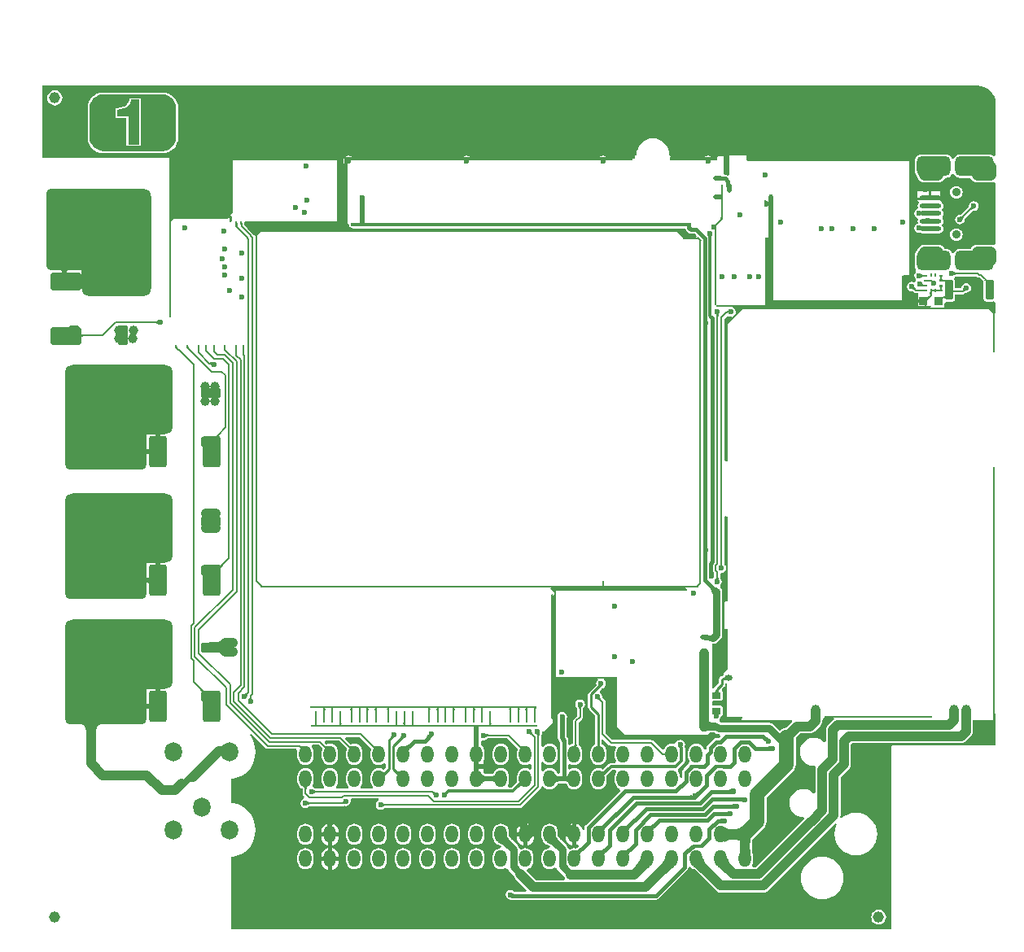
<source format=gtl>
G04*
G04 #@! TF.GenerationSoftware,Altium Limited,Altium Designer,20.0.10 (225)*
G04*
G04 Layer_Physical_Order=1*
G04 Layer_Color=255*
%FSLAX25Y25*%
%MOIN*%
G70*
G01*
G75*
%ADD10C,0.00984*%
%ADD14C,0.00787*%
G04:AMPARAMS|DCode=19|XSize=41.34mil|YSize=78.74mil|CornerRadius=4.13mil|HoleSize=0mil|Usage=FLASHONLY|Rotation=90.000|XOffset=0mil|YOffset=0mil|HoleType=Round|Shape=RoundedRectangle|*
%AMROUNDEDRECTD19*
21,1,0.04134,0.07047,0,0,90.0*
21,1,0.03307,0.07874,0,0,90.0*
1,1,0.00827,0.03524,0.01654*
1,1,0.00827,0.03524,-0.01654*
1,1,0.00827,-0.03524,-0.01654*
1,1,0.00827,-0.03524,0.01654*
%
%ADD19ROUNDEDRECTD19*%
%ADD20R,0.11811X0.03937*%
%ADD21R,0.07874X0.03937*%
G04:AMPARAMS|DCode=22|XSize=41.34mil|YSize=78.74mil|CornerRadius=4.13mil|HoleSize=0mil|Usage=FLASHONLY|Rotation=0.000|XOffset=0mil|YOffset=0mil|HoleType=Round|Shape=RoundedRectangle|*
%AMROUNDEDRECTD22*
21,1,0.04134,0.07047,0,0,0.0*
21,1,0.03307,0.07874,0,0,0.0*
1,1,0.00827,0.01654,-0.03524*
1,1,0.00827,-0.01654,-0.03524*
1,1,0.00827,-0.01654,0.03524*
1,1,0.00827,0.01654,0.03524*
%
%ADD22ROUNDEDRECTD22*%
%ADD23R,0.03937X0.11811*%
%ADD24R,0.03937X0.07874*%
G04:AMPARAMS|DCode=25|XSize=80.71mil|YSize=137.8mil|CornerRadius=20.18mil|HoleSize=0mil|Usage=FLASHONLY|Rotation=270.000|XOffset=0mil|YOffset=0mil|HoleType=Round|Shape=RoundedRectangle|*
%AMROUNDEDRECTD25*
21,1,0.08071,0.09744,0,0,270.0*
21,1,0.04035,0.13780,0,0,270.0*
1,1,0.04035,-0.04872,-0.02018*
1,1,0.04035,-0.04872,0.02018*
1,1,0.04035,0.04872,0.02018*
1,1,0.04035,0.04872,-0.02018*
%
%ADD25ROUNDEDRECTD25*%
G04:AMPARAMS|DCode=26|XSize=80.71mil|YSize=157.48mil|CornerRadius=20.18mil|HoleSize=0mil|Usage=FLASHONLY|Rotation=270.000|XOffset=0mil|YOffset=0mil|HoleType=Round|Shape=RoundedRectangle|*
%AMROUNDEDRECTD26*
21,1,0.08071,0.11713,0,0,270.0*
21,1,0.04035,0.15748,0,0,270.0*
1,1,0.04035,-0.05856,-0.02018*
1,1,0.04035,-0.05856,0.02018*
1,1,0.04035,0.05856,0.02018*
1,1,0.04035,0.05856,-0.02018*
%
%ADD26ROUNDEDRECTD26*%
G04:AMPARAMS|DCode=27|XSize=78.74mil|YSize=98.43mil|CornerRadius=19.68mil|HoleSize=0mil|Usage=FLASHONLY|Rotation=90.000|XOffset=0mil|YOffset=0mil|HoleType=Round|Shape=RoundedRectangle|*
%AMROUNDEDRECTD27*
21,1,0.07874,0.05906,0,0,90.0*
21,1,0.03937,0.09843,0,0,90.0*
1,1,0.03937,0.02953,0.01968*
1,1,0.03937,0.02953,-0.01968*
1,1,0.03937,-0.02953,-0.01968*
1,1,0.03937,-0.02953,0.01968*
%
%ADD27ROUNDEDRECTD27*%
%ADD28O,0.08858X0.01968*%
%ADD29R,0.01378X0.00984*%
%ADD30R,0.00984X0.01378*%
G04:AMPARAMS|DCode=31|XSize=33.47mil|YSize=33.47mil|CornerRadius=3.35mil|HoleSize=0mil|Usage=FLASHONLY|Rotation=180.000|XOffset=0mil|YOffset=0mil|HoleType=Round|Shape=RoundedRectangle|*
%AMROUNDEDRECTD31*
21,1,0.03347,0.02677,0,0,180.0*
21,1,0.02677,0.03347,0,0,180.0*
1,1,0.00669,-0.01339,0.01339*
1,1,0.00669,0.01339,0.01339*
1,1,0.00669,0.01339,-0.01339*
1,1,0.00669,-0.01339,-0.01339*
%
%ADD31ROUNDEDRECTD31*%
G04:AMPARAMS|DCode=32|XSize=125.98mil|YSize=70.87mil|CornerRadius=7.09mil|HoleSize=0mil|Usage=FLASHONLY|Rotation=270.000|XOffset=0mil|YOffset=0mil|HoleType=Round|Shape=RoundedRectangle|*
%AMROUNDEDRECTD32*
21,1,0.12598,0.05669,0,0,270.0*
21,1,0.11181,0.07087,0,0,270.0*
1,1,0.01417,-0.02835,-0.05591*
1,1,0.01417,-0.02835,0.05591*
1,1,0.01417,0.02835,0.05591*
1,1,0.01417,0.02835,-0.05591*
%
%ADD32ROUNDEDRECTD32*%
G04:AMPARAMS|DCode=33|XSize=31.5mil|YSize=78.74mil|CornerRadius=3.15mil|HoleSize=0mil|Usage=FLASHONLY|Rotation=180.000|XOffset=0mil|YOffset=0mil|HoleType=Round|Shape=RoundedRectangle|*
%AMROUNDEDRECTD33*
21,1,0.03150,0.07244,0,0,180.0*
21,1,0.02520,0.07874,0,0,180.0*
1,1,0.00630,-0.01260,0.03622*
1,1,0.00630,0.01260,0.03622*
1,1,0.00630,0.01260,-0.03622*
1,1,0.00630,-0.01260,-0.03622*
%
%ADD33ROUNDEDRECTD33*%
G04:AMPARAMS|DCode=34|XSize=27.56mil|YSize=36.22mil|CornerRadius=2.76mil|HoleSize=0mil|Usage=FLASHONLY|Rotation=270.000|XOffset=0mil|YOffset=0mil|HoleType=Round|Shape=RoundedRectangle|*
%AMROUNDEDRECTD34*
21,1,0.02756,0.03071,0,0,270.0*
21,1,0.02205,0.03622,0,0,270.0*
1,1,0.00551,-0.01535,-0.01102*
1,1,0.00551,-0.01535,0.01102*
1,1,0.00551,0.01535,0.01102*
1,1,0.00551,0.01535,-0.01102*
%
%ADD34ROUNDEDRECTD34*%
G04:AMPARAMS|DCode=35|XSize=125.98mil|YSize=70.87mil|CornerRadius=7.09mil|HoleSize=0mil|Usage=FLASHONLY|Rotation=180.000|XOffset=0mil|YOffset=0mil|HoleType=Round|Shape=RoundedRectangle|*
%AMROUNDEDRECTD35*
21,1,0.12598,0.05669,0,0,180.0*
21,1,0.11181,0.07087,0,0,180.0*
1,1,0.01417,-0.05591,0.02835*
1,1,0.01417,0.05591,0.02835*
1,1,0.01417,0.05591,-0.02835*
1,1,0.01417,-0.05591,-0.02835*
%
%ADD35ROUNDEDRECTD35*%
%ADD79C,0.01378*%
G04:AMPARAMS|DCode=80|XSize=15.75mil|YSize=62.99mil|CornerRadius=0mil|HoleSize=0mil|Usage=FLASHONLY|Rotation=45.000|XOffset=0mil|YOffset=0mil|HoleType=Round|Shape=Round|*
%AMOVALD80*
21,1,0.04724,0.01575,0.00000,0.00000,135.0*
1,1,0.01575,0.01670,-0.01670*
1,1,0.01575,-0.01670,0.01670*
%
%ADD80OVALD80*%

%ADD81O,0.35433X0.01575*%
%ADD82O,0.01575X0.21260*%
%ADD83O,0.25591X0.00787*%
%ADD84O,0.00787X0.01968*%
%ADD85O,0.03937X0.01968*%
%ADD86O,0.00787X0.36221*%
%ADD87O,0.54331X0.00787*%
%ADD88O,0.03937X0.34429*%
%ADD89O,0.04724X0.01968*%
%ADD90O,0.01968X0.11811*%
%ADD91O,0.01968X0.44882*%
%ADD92O,0.56890X0.01968*%
%ADD93O,0.01968X0.50000*%
%ADD94O,0.68504X0.01575*%
%ADD95O,0.00787X0.22323*%
%ADD96O,0.38583X0.01575*%
%ADD97O,0.00787X0.26772*%
%ADD98O,0.43701X0.00787*%
%ADD99O,0.00984X0.01968*%
%ADD100O,0.01968X0.00984*%
%ADD101O,0.00787X0.28543*%
%ADD102O,0.00984X0.01968*%
%ADD103O,0.00787X0.02756*%
%ADD104O,0.01968X0.03937*%
%ADD105O,0.20669X0.00787*%
%ADD106O,0.00787X0.33071*%
G04:AMPARAMS|DCode=107|XSize=7.87mil|YSize=47.24mil|CornerRadius=0mil|HoleSize=0mil|Usage=FLASHONLY|Rotation=315.000|XOffset=0mil|YOffset=0mil|HoleType=Round|Shape=Round|*
%AMOVALD107*
21,1,0.03937,0.00787,0.00000,0.00000,45.0*
1,1,0.00787,-0.01392,-0.01392*
1,1,0.00787,0.01392,0.01392*
%
%ADD107OVALD107*%

G04:AMPARAMS|DCode=108|XSize=7.87mil|YSize=11.81mil|CornerRadius=0mil|HoleSize=0mil|Usage=FLASHONLY|Rotation=45.000|XOffset=0mil|YOffset=0mil|HoleType=Round|Shape=Round|*
%AMOVALD108*
21,1,0.00394,0.00787,0.00000,0.00000,135.0*
1,1,0.00787,0.00139,-0.00139*
1,1,0.00787,-0.00139,0.00139*
%
%ADD108OVALD108*%

%ADD109O,0.00787X0.14173*%
%ADD110O,0.06693X0.00787*%
G04:AMPARAMS|DCode=111|XSize=95.67mil|YSize=7.87mil|CornerRadius=0mil|HoleSize=0mil|Usage=FLASHONLY|Rotation=45.000|XOffset=0mil|YOffset=0mil|HoleType=Round|Shape=Round|*
%AMOVALD111*
21,1,0.08780,0.00787,0.00000,0.00000,45.0*
1,1,0.00787,-0.03104,-0.03104*
1,1,0.00787,0.03104,0.03104*
%
%ADD111OVALD111*%

%ADD112O,1.01181X0.00787*%
%ADD113O,0.00787X0.56693*%
%ADD114O,0.00787X0.34744*%
%ADD115O,0.00787X0.16732*%
%ADD116O,0.00787X1.01772*%
%ADD117O,0.44587X0.00787*%
%ADD118O,0.03937X0.05906*%
G04:AMPARAMS|DCode=119|XSize=39.37mil|YSize=7.87mil|CornerRadius=0mil|HoleSize=0mil|Usage=FLASHONLY|Rotation=315.000|XOffset=0mil|YOffset=0mil|HoleType=Round|Shape=Round|*
%AMOVALD119*
21,1,0.03150,0.00787,0.00000,0.00000,315.0*
1,1,0.00787,-0.01114,0.01114*
1,1,0.00787,0.01114,-0.01114*
%
%ADD119OVALD119*%

%ADD120O,0.00787X0.16339*%
%ADD121O,0.03150X0.02362*%
%ADD122O,0.19685X0.01575*%
%ADD123O,0.01575X0.28347*%
%ADD124O,1.39370X0.01575*%
%ADD125O,1.18110X0.01575*%
%ADD126O,0.00787X0.12205*%
G04:AMPARAMS|DCode=127|XSize=9.84mil|YSize=27.56mil|CornerRadius=4.92mil|HoleSize=0mil|Usage=FLASHONLY|Rotation=180.000|XOffset=0mil|YOffset=0mil|HoleType=Round|Shape=RoundedRectangle|*
%AMROUNDEDRECTD127*
21,1,0.00984,0.01772,0,0,180.0*
21,1,0.00000,0.02756,0,0,180.0*
1,1,0.00984,0.00000,0.00886*
1,1,0.00984,0.00000,0.00886*
1,1,0.00984,0.00000,-0.00886*
1,1,0.00984,0.00000,-0.00886*
%
%ADD127ROUNDEDRECTD127*%
G04:AMPARAMS|DCode=128|XSize=7.87mil|YSize=1424.8mil|CornerRadius=3.94mil|HoleSize=0mil|Usage=FLASHONLY|Rotation=180.000|XOffset=0mil|YOffset=0mil|HoleType=Round|Shape=RoundedRectangle|*
%AMROUNDEDRECTD128*
21,1,0.00787,1.41693,0,0,180.0*
21,1,0.00000,1.42480,0,0,180.0*
1,1,0.00787,0.00000,0.70847*
1,1,0.00787,0.00000,0.70847*
1,1,0.00787,0.00000,-0.70847*
1,1,0.00787,0.00000,-0.70847*
%
%ADD128ROUNDEDRECTD128*%
G04:AMPARAMS|DCode=129|XSize=7.87mil|YSize=1795.28mil|CornerRadius=3.94mil|HoleSize=0mil|Usage=FLASHONLY|Rotation=270.000|XOffset=0mil|YOffset=0mil|HoleType=Round|Shape=RoundedRectangle|*
%AMROUNDEDRECTD129*
21,1,0.00787,1.78740,0,0,270.0*
21,1,0.00000,1.79528,0,0,270.0*
1,1,0.00787,-0.89370,0.00000*
1,1,0.00787,-0.89370,0.00000*
1,1,0.00787,0.89370,0.00000*
1,1,0.00787,0.89370,0.00000*
%
%ADD129ROUNDEDRECTD129*%
G04:AMPARAMS|DCode=130|XSize=7.87mil|YSize=1413.39mil|CornerRadius=3.94mil|HoleSize=0mil|Usage=FLASHONLY|Rotation=180.000|XOffset=0mil|YOffset=0mil|HoleType=Round|Shape=RoundedRectangle|*
%AMROUNDEDRECTD130*
21,1,0.00787,1.40551,0,0,180.0*
21,1,0.00000,1.41339,0,0,180.0*
1,1,0.00787,0.00000,0.70276*
1,1,0.00787,0.00000,0.70276*
1,1,0.00787,0.00000,-0.70276*
1,1,0.00787,0.00000,-0.70276*
%
%ADD130ROUNDEDRECTD130*%
G04:AMPARAMS|DCode=131|XSize=7.87mil|YSize=1712.6mil|CornerRadius=3.94mil|HoleSize=0mil|Usage=FLASHONLY|Rotation=270.000|XOffset=0mil|YOffset=0mil|HoleType=Round|Shape=RoundedRectangle|*
%AMROUNDEDRECTD131*
21,1,0.00787,1.70472,0,0,270.0*
21,1,0.00000,1.71260,0,0,270.0*
1,1,0.00787,-0.85236,0.00000*
1,1,0.00787,-0.85236,0.00000*
1,1,0.00787,0.85236,0.00000*
1,1,0.00787,0.85236,0.00000*
%
%ADD131ROUNDEDRECTD131*%
G04:AMPARAMS|DCode=132|XSize=7.87mil|YSize=31.5mil|CornerRadius=3.94mil|HoleSize=0mil|Usage=FLASHONLY|Rotation=315.000|XOffset=0mil|YOffset=0mil|HoleType=Round|Shape=RoundedRectangle|*
%AMROUNDEDRECTD132*
21,1,0.00787,0.02362,0,0,315.0*
21,1,0.00000,0.03150,0,0,315.0*
1,1,0.00787,-0.00835,-0.00835*
1,1,0.00787,-0.00835,-0.00835*
1,1,0.00787,0.00835,0.00835*
1,1,0.00787,0.00835,0.00835*
%
%ADD132ROUNDEDRECTD132*%
G04:AMPARAMS|DCode=133|XSize=7.87mil|YSize=62.99mil|CornerRadius=3.94mil|HoleSize=0mil|Usage=FLASHONLY|Rotation=270.000|XOffset=0mil|YOffset=0mil|HoleType=Round|Shape=RoundedRectangle|*
%AMROUNDEDRECTD133*
21,1,0.00787,0.05512,0,0,270.0*
21,1,0.00000,0.06299,0,0,270.0*
1,1,0.00787,-0.02756,0.00000*
1,1,0.00787,-0.02756,0.00000*
1,1,0.00787,0.02756,0.00000*
1,1,0.00787,0.02756,0.00000*
%
%ADD133ROUNDEDRECTD133*%
G04:AMPARAMS|DCode=134|XSize=7.87mil|YSize=47.24mil|CornerRadius=3.94mil|HoleSize=0mil|Usage=FLASHONLY|Rotation=45.000|XOffset=0mil|YOffset=0mil|HoleType=Round|Shape=RoundedRectangle|*
%AMROUNDEDRECTD134*
21,1,0.00787,0.03937,0,0,45.0*
21,1,0.00000,0.04724,0,0,45.0*
1,1,0.00787,0.01392,-0.01392*
1,1,0.00787,0.01392,-0.01392*
1,1,0.00787,-0.01392,0.01392*
1,1,0.00787,-0.01392,0.01392*
%
%ADD134ROUNDEDRECTD134*%
G04:AMPARAMS|DCode=135|XSize=7.87mil|YSize=21.65mil|CornerRadius=3.94mil|HoleSize=0mil|Usage=FLASHONLY|Rotation=45.000|XOffset=0mil|YOffset=0mil|HoleType=Round|Shape=RoundedRectangle|*
%AMROUNDEDRECTD135*
21,1,0.00787,0.01378,0,0,45.0*
21,1,0.00000,0.02165,0,0,45.0*
1,1,0.00787,0.00487,-0.00487*
1,1,0.00787,0.00487,-0.00487*
1,1,0.00787,-0.00487,0.00487*
1,1,0.00787,-0.00487,0.00487*
%
%ADD135ROUNDEDRECTD135*%
G04:AMPARAMS|DCode=136|XSize=7.87mil|YSize=22.84mil|CornerRadius=3.94mil|HoleSize=0mil|Usage=FLASHONLY|Rotation=135.000|XOffset=0mil|YOffset=0mil|HoleType=Round|Shape=RoundedRectangle|*
%AMROUNDEDRECTD136*
21,1,0.00787,0.01496,0,0,135.0*
21,1,0.00000,0.02284,0,0,135.0*
1,1,0.00787,0.00529,0.00529*
1,1,0.00787,0.00529,0.00529*
1,1,0.00787,-0.00529,-0.00529*
1,1,0.00787,-0.00529,-0.00529*
%
%ADD136ROUNDEDRECTD136*%
G04:AMPARAMS|DCode=137|XSize=7.87mil|YSize=37.01mil|CornerRadius=3.94mil|HoleSize=0mil|Usage=FLASHONLY|Rotation=225.000|XOffset=0mil|YOffset=0mil|HoleType=Round|Shape=RoundedRectangle|*
%AMROUNDEDRECTD137*
21,1,0.00787,0.02913,0,0,225.0*
21,1,0.00000,0.03701,0,0,225.0*
1,1,0.00787,-0.01030,0.01030*
1,1,0.00787,-0.01030,0.01030*
1,1,0.00787,0.01030,-0.01030*
1,1,0.00787,0.01030,-0.01030*
%
%ADD137ROUNDEDRECTD137*%
%ADD138O,0.00787X0.01575*%
%ADD139O,0.00984X0.40158*%
%ADD140O,0.22835X0.00984*%
G04:AMPARAMS|DCode=141|XSize=25.59mil|YSize=9.84mil|CornerRadius=0mil|HoleSize=0mil|Usage=FLASHONLY|Rotation=45.000|XOffset=0mil|YOffset=0mil|HoleType=Round|Shape=Round|*
%AMOVALD141*
21,1,0.01575,0.00984,0.00000,0.00000,45.0*
1,1,0.00984,-0.00557,-0.00557*
1,1,0.00984,0.00557,0.00557*
%
%ADD141OVALD141*%

G04:AMPARAMS|DCode=142|XSize=438.98mil|YSize=283.47mil|CornerRadius=28.35mil|HoleSize=0mil|Usage=FLASHONLY|Rotation=180.000|XOffset=0mil|YOffset=0mil|HoleType=Round|Shape=RoundedRectangle|*
%AMROUNDEDRECTD142*
21,1,0.43898,0.22677,0,0,180.0*
21,1,0.38228,0.28347,0,0,180.0*
1,1,0.05669,-0.19114,0.11339*
1,1,0.05669,0.19114,0.11339*
1,1,0.05669,0.19114,-0.11339*
1,1,0.05669,-0.19114,-0.11339*
%
%ADD142ROUNDEDRECTD142*%
G04:AMPARAMS|DCode=143|XSize=332.68mil|YSize=187.01mil|CornerRadius=18.7mil|HoleSize=0mil|Usage=FLASHONLY|Rotation=180.000|XOffset=0mil|YOffset=0mil|HoleType=Round|Shape=RoundedRectangle|*
%AMROUNDEDRECTD143*
21,1,0.33268,0.14961,0,0,180.0*
21,1,0.29528,0.18701,0,0,180.0*
1,1,0.03740,-0.14764,0.07480*
1,1,0.03740,0.14764,0.07480*
1,1,0.03740,0.14764,-0.07480*
1,1,0.03740,-0.14764,-0.07480*
%
%ADD143ROUNDEDRECTD143*%
G04:AMPARAMS|DCode=144|XSize=438.98mil|YSize=283.47mil|CornerRadius=28.35mil|HoleSize=0mil|Usage=FLASHONLY|Rotation=90.000|XOffset=0mil|YOffset=0mil|HoleType=Round|Shape=RoundedRectangle|*
%AMROUNDEDRECTD144*
21,1,0.43898,0.22677,0,0,90.0*
21,1,0.38228,0.28347,0,0,90.0*
1,1,0.05669,0.11339,0.19114*
1,1,0.05669,0.11339,-0.19114*
1,1,0.05669,-0.11339,-0.19114*
1,1,0.05669,-0.11339,0.19114*
%
%ADD144ROUNDEDRECTD144*%
G04:AMPARAMS|DCode=145|XSize=332.68mil|YSize=187.01mil|CornerRadius=18.7mil|HoleSize=0mil|Usage=FLASHONLY|Rotation=90.000|XOffset=0mil|YOffset=0mil|HoleType=Round|Shape=RoundedRectangle|*
%AMROUNDEDRECTD145*
21,1,0.33268,0.14961,0,0,90.0*
21,1,0.29528,0.18701,0,0,90.0*
1,1,0.03740,0.07480,0.14764*
1,1,0.03740,0.07480,-0.14764*
1,1,0.03740,-0.07480,-0.14764*
1,1,0.03740,-0.07480,0.14764*
%
%ADD145ROUNDEDRECTD145*%
G04:AMPARAMS|DCode=146|XSize=7.87mil|YSize=49.21mil|CornerRadius=3.94mil|HoleSize=0mil|Usage=FLASHONLY|Rotation=0.000|XOffset=0mil|YOffset=0mil|HoleType=Round|Shape=RoundedRectangle|*
%AMROUNDEDRECTD146*
21,1,0.00787,0.04134,0,0,0.0*
21,1,0.00000,0.04921,0,0,0.0*
1,1,0.00787,0.00000,-0.02067*
1,1,0.00787,0.00000,-0.02067*
1,1,0.00787,0.00000,0.02067*
1,1,0.00787,0.00000,0.02067*
%
%ADD146ROUNDEDRECTD146*%
G04:AMPARAMS|DCode=147|XSize=9.84mil|YSize=929.13mil|CornerRadius=4.92mil|HoleSize=0mil|Usage=FLASHONLY|Rotation=90.000|XOffset=0mil|YOffset=0mil|HoleType=Round|Shape=RoundedRectangle|*
%AMROUNDEDRECTD147*
21,1,0.00984,0.91929,0,0,90.0*
21,1,0.00000,0.92913,0,0,90.0*
1,1,0.00984,0.45965,0.00000*
1,1,0.00984,0.45965,0.00000*
1,1,0.00984,-0.45965,0.00000*
1,1,0.00984,-0.45965,0.00000*
%
%ADD147ROUNDEDRECTD147*%
G04:AMPARAMS|DCode=148|XSize=7.87mil|YSize=511.81mil|CornerRadius=3.94mil|HoleSize=0mil|Usage=FLASHONLY|Rotation=180.000|XOffset=0mil|YOffset=0mil|HoleType=Round|Shape=RoundedRectangle|*
%AMROUNDEDRECTD148*
21,1,0.00787,0.50394,0,0,180.0*
21,1,0.00000,0.51181,0,0,180.0*
1,1,0.00787,0.00000,0.25197*
1,1,0.00787,0.00000,0.25197*
1,1,0.00787,0.00000,-0.25197*
1,1,0.00787,0.00000,-0.25197*
%
%ADD148ROUNDEDRECTD148*%
%ADD149R,0.01968X0.01968*%
%ADD150C,0.03150*%
%ADD151C,0.01575*%
%ADD152C,0.03937*%
%ADD153C,0.01181*%
%ADD154C,0.01968*%
%ADD155C,0.05906*%
%ADD156C,0.02362*%
%ADD157C,0.02756*%
%ADD158C,0.02362*%
%ADD159O,0.07087X0.07874*%
%ADD160O,0.05118X0.07087*%
%ADD161C,0.03543*%
%ADD162C,0.04535*%
%ADD163C,0.03937*%
G36*
X384921Y345905D02*
X386322Y345481D01*
X387613Y344791D01*
X388744Y343862D01*
X389673Y342731D01*
X390363Y341440D01*
X390787Y340039D01*
X390927Y338619D01*
X390912Y338583D01*
Y317391D01*
X390180Y317125D01*
X390125Y317118D01*
X389550Y317559D01*
X388868Y317841D01*
X388136Y317938D01*
X376423D01*
X375691Y317841D01*
X375009Y317559D01*
X374423Y317109D01*
X373973Y316523D01*
X373847Y316220D01*
X372995D01*
X372870Y316523D01*
X372420Y317109D01*
X371834Y317559D01*
X371152Y317841D01*
X370419Y317938D01*
X360675D01*
X359943Y317841D01*
X359261Y317559D01*
X358675Y317109D01*
X358225Y316523D01*
X357942Y315841D01*
X357846Y315108D01*
Y311073D01*
X357942Y310341D01*
X358225Y309658D01*
X358675Y309072D01*
X358962Y308852D01*
X359004Y308533D01*
X359282Y307862D01*
X359723Y307287D01*
X360299Y306845D01*
X360970Y306567D01*
X361689Y306472D01*
X367595D01*
X368314Y306567D01*
X368984Y306845D01*
X369560Y307287D01*
X370002Y307862D01*
X370160Y308244D01*
X370419D01*
X371152Y308340D01*
X371834Y308623D01*
X372420Y309072D01*
X372870Y309658D01*
X372995Y309961D01*
X373847D01*
X373973Y309658D01*
X374423Y309072D01*
X375009Y308623D01*
X375691Y308340D01*
X376423Y308244D01*
X380580D01*
X380738Y307862D01*
X381180Y307287D01*
X381756Y306845D01*
X382426Y306567D01*
X383146Y306472D01*
X389051D01*
X389771Y306567D01*
X390125Y306714D01*
X390912Y306287D01*
Y281114D01*
X390125Y280688D01*
X389771Y280835D01*
X389051Y280929D01*
X383146D01*
X382426Y280835D01*
X381756Y280557D01*
X381180Y280115D01*
X380738Y279539D01*
X380580Y279158D01*
X376423D01*
X375691Y279062D01*
X375009Y278779D01*
X374423Y278329D01*
X373973Y277744D01*
X373847Y277440D01*
X372995D01*
X372870Y277744D01*
X372420Y278329D01*
X371834Y278779D01*
X371152Y279062D01*
X370419Y279158D01*
X370160D01*
X370002Y279539D01*
X369560Y280115D01*
X368984Y280557D01*
X368314Y280835D01*
X367595Y280929D01*
X361689D01*
X360970Y280835D01*
X360299Y280557D01*
X359723Y280115D01*
X359282Y279539D01*
X359004Y278869D01*
X358962Y278550D01*
X358675Y278329D01*
X358225Y277744D01*
X357942Y277061D01*
X357846Y276329D01*
Y272293D01*
X357942Y271561D01*
X358225Y270879D01*
X358348Y270719D01*
X358244Y269737D01*
X358193Y269672D01*
X358128Y269628D01*
X357693Y268977D01*
X357540Y268209D01*
X357693Y267441D01*
X358128Y266790D01*
X358109Y265967D01*
X357461Y265509D01*
X357422Y265535D01*
X356654Y265688D01*
X355886Y265535D01*
X355235Y265100D01*
X354800Y264449D01*
X354647Y263681D01*
X354800Y262913D01*
X355235Y262262D01*
X355886Y261827D01*
X356654Y261674D01*
X356825Y261708D01*
X356840Y261706D01*
X356924Y261712D01*
X356970Y261712D01*
X357008Y261708D01*
X357039Y261702D01*
X357067Y261694D01*
X357092Y261684D01*
X357117Y261672D01*
X357141Y261657D01*
X357444Y261353D01*
X357835Y261092D01*
X358296Y261000D01*
X359055D01*
Y258182D01*
X359093Y258185D01*
X359213Y258205D01*
X359316Y258232D01*
X359404Y258268D01*
X359476Y258311D01*
X359532Y258362D01*
X359572Y258421D01*
X359596Y258488D01*
X359604Y258563D01*
Y256988D01*
X359596Y257063D01*
X359572Y257130D01*
X359532Y257189D01*
X359476Y257240D01*
X359404Y257283D01*
X359316Y257319D01*
X359213Y257347D01*
X359093Y257366D01*
X359055Y257369D01*
Y255805D01*
X364386D01*
X364392Y255800D01*
X364083Y255041D01*
X364043Y255012D01*
X287418D01*
X285051Y252646D01*
X284326Y253034D01*
X284389Y253352D01*
X284236Y254120D01*
X283801Y254771D01*
X283282Y255118D01*
X283344Y255723D01*
X283413Y255905D01*
X296555D01*
X296555Y255906D01*
Y283858D01*
X297736D01*
X297835Y283957D01*
X298622Y283818D01*
Y257480D01*
X298524Y257382D01*
X353709D01*
X353709Y267323D01*
X356303D01*
Y315654D01*
X356348Y315699D01*
X289321D01*
X288814Y316277D01*
X288809Y317442D01*
X281988D01*
X281988Y309465D01*
X281201Y309209D01*
X280831Y309456D01*
X280217Y309578D01*
X279626Y310058D01*
Y317224D01*
X277165D01*
X276083Y316142D01*
X274978D01*
X274593Y316719D01*
X273876Y317197D01*
X273031Y317365D01*
X272187Y317197D01*
X271470Y316719D01*
X271085Y316142D01*
X257972D01*
Y317028D01*
X257579Y317421D01*
X257315Y317712D01*
X257316Y317717D01*
X257187Y319029D01*
X256804Y320290D01*
X256182Y321453D01*
X255346Y322472D01*
X254327Y323308D01*
X253164Y323930D01*
X251903Y324313D01*
X250590Y324442D01*
X249278Y324313D01*
X248017Y323930D01*
X246854Y323308D01*
X245835Y322472D01*
X244999Y321453D01*
X244377Y320290D01*
X243994Y319029D01*
X243865Y317717D01*
X243598Y317421D01*
X243307D01*
Y316339D01*
X243110Y316142D01*
X232083Y316114D01*
X231679Y316719D01*
X230963Y317197D01*
X230118Y317365D01*
X229273Y317197D01*
X228557Y316719D01*
X228146Y316104D01*
X212697Y316065D01*
X212077Y316073D01*
X193504Y316066D01*
X176210D01*
X175774Y316719D01*
X175057Y317197D01*
X174213Y317365D01*
X173368Y317197D01*
X172652Y316719D01*
X172215Y316066D01*
X127929D01*
X127493Y316719D01*
X126777Y317197D01*
X125932Y317365D01*
X125087Y317197D01*
X124371Y316719D01*
X123892Y316002D01*
X123724Y315158D01*
X123892Y314313D01*
X124371Y313596D01*
X124794Y313314D01*
X124707Y290354D01*
X124705Y289665D01*
X124705Y289567D01*
X125827Y289567D01*
X126150Y289173D01*
X126272Y288559D01*
X126620Y288038D01*
X127141Y287690D01*
X127756Y287568D01*
X263761D01*
X263804Y287351D01*
X264152Y286830D01*
X265011Y285971D01*
X265011Y285971D01*
X265532Y285623D01*
X266146Y285501D01*
X266146Y285501D01*
X267504D01*
X268556Y284449D01*
X268230Y283662D01*
X263071D01*
X260315Y286417D01*
X89459D01*
X88026Y284984D01*
X87896Y284927D01*
X87053Y284903D01*
X86977Y284978D01*
X86939Y285168D01*
X86678Y285559D01*
X86678Y285559D01*
X84606Y287631D01*
X84606Y287854D01*
X84381Y287857D01*
X83230Y289007D01*
Y289055D01*
X83293Y289370D01*
Y289837D01*
X83801Y290345D01*
X121210D01*
Y315394D01*
X78592D01*
Y294032D01*
X77557Y292996D01*
X78355Y292198D01*
Y290475D01*
X77605Y290130D01*
X77165Y290469D01*
Y291929D01*
X54236Y291929D01*
X53150Y290843D01*
X52362Y291003D01*
Y316527D01*
X426Y316527D01*
Y346030D01*
X383465D01*
X383500Y346045D01*
X384921Y345905D01*
D02*
G37*
G36*
X278463Y308864D02*
X278543Y308842D01*
X278651Y308823D01*
X278786Y308806D01*
X279357Y308771D01*
X280178Y308760D01*
Y307185D01*
X279877Y307184D01*
X278543Y307103D01*
X278463Y307081D01*
X278411Y307057D01*
Y308888D01*
X278463Y308864D01*
D02*
G37*
G36*
X279176Y292566D02*
X279200Y292203D01*
X279214Y292108D01*
X279232Y292027D01*
X279253Y291959D01*
X279277Y291904D01*
X279304Y291863D01*
X279335Y291835D01*
X278002Y291035D01*
X278075Y291092D01*
X278140Y291172D01*
X278198Y291275D01*
X278248Y291399D01*
X278291Y291547D01*
X278325Y291716D01*
X278352Y291908D01*
X278383Y292359D01*
X278387Y292618D01*
X279174Y292714D01*
X279176Y292566D01*
D02*
G37*
G36*
X80468Y289169D02*
X80464Y289140D01*
X80459Y289037D01*
X80451Y288364D01*
X79664Y288251D01*
X79663Y288402D01*
X79629Y288965D01*
X79616Y289038D01*
X79602Y289099D01*
X79586Y289147D01*
X79567Y289183D01*
X80472D01*
X80468Y289169D01*
D02*
G37*
G36*
X274743Y284688D02*
X274714Y284629D01*
X274689Y284561D01*
X274667Y284485D01*
X274648Y284399D01*
X274633Y284306D01*
X274613Y284092D01*
X274606Y283844D01*
X273425Y283611D01*
X273422Y283738D01*
X273400Y283964D01*
X273380Y284063D01*
X273355Y284153D01*
X273324Y284233D01*
X273288Y284305D01*
X273245Y284367D01*
X273198Y284420D01*
X273144Y284464D01*
X274775Y284739D01*
X274743Y284688D01*
D02*
G37*
G36*
X10244Y270468D02*
X10252Y270382D01*
X11024D01*
X10874Y270366D01*
X10740Y270319D01*
X10622Y270239D01*
X10520Y270128D01*
X10433Y269985D01*
X10362Y269811D01*
X10355Y269782D01*
X10362Y269754D01*
X10433Y269579D01*
X10520Y269436D01*
X10622Y269325D01*
X10740Y269246D01*
X10874Y269198D01*
X11024Y269182D01*
X10252D01*
X10244Y269097D01*
X10236Y268795D01*
X8661D01*
X8654Y269097D01*
X8646Y269182D01*
X7874D01*
X8024Y269198D01*
X8157Y269246D01*
X8276Y269325D01*
X8378Y269436D01*
X8465Y269579D01*
X8535Y269754D01*
X8543Y269782D01*
X8535Y269811D01*
X8465Y269985D01*
X8378Y270128D01*
X8276Y270239D01*
X8157Y270319D01*
X8024Y270366D01*
X7874Y270382D01*
X8646D01*
X8654Y270468D01*
X8661Y270769D01*
X10236D01*
X10244Y270468D01*
D02*
G37*
G36*
X373863Y269839D02*
X373952Y269765D01*
X374043Y269700D01*
X374137Y269644D01*
X374234Y269597D01*
X374333Y269557D01*
X374434Y269527D01*
X374539Y269506D01*
X374646Y269493D01*
X374755Y269488D01*
Y268701D01*
X374646Y268696D01*
X374539Y268684D01*
X374434Y268662D01*
X374333Y268632D01*
X374234Y268593D01*
X374137Y268545D01*
X374043Y268489D01*
X373952Y268424D01*
X373863Y268350D01*
X373777Y268268D01*
Y269921D01*
X373863Y269839D01*
D02*
G37*
G36*
X360507Y268915D02*
X360592Y268839D01*
X360680Y268772D01*
X360771Y268714D01*
X360866Y268665D01*
X360964Y268625D01*
X361065Y268593D01*
X361159Y268573D01*
X361528Y268590D01*
Y267630D01*
X361520Y267656D01*
X361496Y267679D01*
X361457Y267699D01*
X361402Y267717D01*
X361331Y267732D01*
X361244Y267744D01*
X361151Y267751D01*
X361135Y267749D01*
X361030Y267728D01*
X360928Y267699D01*
X360827Y267661D01*
X360729Y267615D01*
X360632Y267561D01*
X360538Y267498D01*
X360446Y267427D01*
X360355Y267348D01*
X360424Y269000D01*
X360507Y268915D01*
D02*
G37*
G36*
X16841Y266600D02*
X16872Y266584D01*
X17025Y266531D01*
X17205Y266490D01*
X17414Y266461D01*
X17650Y266443D01*
X17913Y266437D01*
Y264862D01*
X17650Y264856D01*
X17414Y264839D01*
X17205Y264809D01*
X17025Y264768D01*
X16872Y264715D01*
X16841Y264699D01*
Y264075D01*
X16825Y264224D01*
X16777Y264358D01*
X16698Y264476D01*
X16626Y264543D01*
X16581Y264485D01*
X16539Y264385D01*
X16525Y264273D01*
Y264616D01*
X16444Y264665D01*
X16270Y264736D01*
X16063Y264791D01*
X15825Y264831D01*
X15556Y264854D01*
X15254Y264862D01*
Y266437D01*
X15556Y266445D01*
X15825Y266469D01*
X16063Y266508D01*
X16270Y266563D01*
X16444Y266634D01*
X16525Y266683D01*
Y267026D01*
X16539Y266914D01*
X16581Y266814D01*
X16626Y266756D01*
X16698Y266823D01*
X16777Y266941D01*
X16825Y267075D01*
X16841Y267224D01*
Y266600D01*
D02*
G37*
G36*
X369127Y267622D02*
X369079Y267599D01*
X369037Y267559D01*
X369000Y267504D01*
X368969Y267433D01*
X368943Y267347D01*
X368923Y267244D01*
X368911Y267143D01*
X368923Y267008D01*
X368943Y266905D01*
X368969Y266819D01*
X369000Y266748D01*
X369037Y266693D01*
X369079Y266653D01*
X369127Y266630D01*
X369181Y266622D01*
X367827D01*
X367881Y266630D01*
X367929Y266653D01*
X367971Y266693D01*
X368008Y266748D01*
X368039Y266819D01*
X368065Y266905D01*
X368085Y267008D01*
X368097Y267109D01*
X368085Y267244D01*
X368065Y267347D01*
X368039Y267433D01*
X368008Y267504D01*
X367971Y267559D01*
X367929Y267599D01*
X367881Y267622D01*
X367827Y267630D01*
X369181D01*
X369127Y267622D01*
D02*
G37*
G36*
X362890Y266605D02*
X362913Y266591D01*
X362953Y266578D01*
X363008Y266567D01*
X363079Y266557D01*
X363268Y266543D01*
X363669Y266535D01*
Y265748D01*
X363520Y265747D01*
X363008Y265717D01*
X362953Y265706D01*
X362913Y265693D01*
X362890Y265678D01*
X362882Y265662D01*
Y266622D01*
X362890Y266605D01*
D02*
G37*
G36*
X387357Y266667D02*
X387624Y266443D01*
X387747Y266359D01*
X387862Y266293D01*
X387970Y266245D01*
X388070Y266215D01*
X388162Y266205D01*
X388248Y266212D01*
X388325Y266238D01*
X386830Y265530D01*
X386891Y265572D01*
X386927Y265630D01*
X386936Y265702D01*
X386921Y265788D01*
X386879Y265890D01*
X386812Y266006D01*
X386719Y266137D01*
X386600Y266283D01*
X386286Y266618D01*
X387212Y266807D01*
X387357Y266667D01*
D02*
G37*
G36*
X369189Y266605D02*
X369213Y266589D01*
X369252Y266576D01*
X369307Y266564D01*
X369378Y266554D01*
X369567Y266540D01*
X369968Y266531D01*
Y266529D01*
X370020Y266529D01*
X371044Y266461D01*
X371108Y266430D01*
X371094Y266393D01*
X371004Y266351D01*
X370836Y266303D01*
X370591Y266250D01*
X370295Y265350D01*
X370310Y265425D01*
X370304Y265492D01*
X370277Y265551D01*
X370229Y265602D01*
X370160Y265646D01*
X370069Y265681D01*
X369957Y265708D01*
X369825Y265728D01*
X369720Y265736D01*
X369252Y265704D01*
X369213Y265691D01*
X369189Y265677D01*
X369181Y265662D01*
Y266622D01*
X369189Y266605D01*
D02*
G37*
G36*
X361406Y264478D02*
X360876Y263895D01*
X360675Y264037D01*
X360917Y264903D01*
X361406Y264478D01*
D02*
G37*
G36*
X369127Y263685D02*
X369079Y263662D01*
X369037Y263622D01*
X369000Y263567D01*
X368969Y263496D01*
X368943Y263410D01*
X368923Y263307D01*
X368911Y263206D01*
X368923Y263071D01*
X368943Y262968D01*
X368969Y262882D01*
X369000Y262811D01*
X369037Y262756D01*
X369079Y262716D01*
X369127Y262693D01*
X369181Y262685D01*
X367827D01*
X367881Y262693D01*
X367929Y262716D01*
X367971Y262756D01*
X368008Y262811D01*
X368039Y262882D01*
X368065Y262968D01*
X368085Y263071D01*
X368097Y263172D01*
X368085Y263307D01*
X368065Y263410D01*
X368039Y263496D01*
X368008Y263567D01*
X367971Y263622D01*
X367929Y263662D01*
X367881Y263685D01*
X367827Y263693D01*
X369181D01*
X369127Y263685D01*
D02*
G37*
G36*
X365870Y261417D02*
X365862Y261492D01*
X365837Y261559D01*
X365797Y261618D01*
X365741Y261669D01*
X365669Y261713D01*
X365581Y261748D01*
X365477Y261776D01*
X365358Y261795D01*
X365356Y261795D01*
X365354Y261795D01*
X365236Y261776D01*
X365134Y261748D01*
X365047Y261713D01*
X364976Y261669D01*
X364921Y261618D01*
X364882Y261559D01*
X364858Y261492D01*
X364850Y261417D01*
Y262685D01*
X364858Y262668D01*
X364882Y262654D01*
X364921Y262641D01*
X364976Y262630D01*
X365047Y262620D01*
X365236Y262606D01*
X365313Y262605D01*
X365733Y262630D01*
X365788Y262641D01*
X365827Y262654D01*
X365851Y262668D01*
X365859Y262685D01*
X365870Y261417D01*
D02*
G37*
G36*
X367827Y261725D02*
X367819Y261741D01*
X367795Y261756D01*
X367756Y261769D01*
X367701Y261780D01*
X367630Y261789D01*
X367441Y261803D01*
X367418Y261804D01*
X367323Y261795D01*
X367205Y261776D01*
X367102Y261748D01*
X367016Y261713D01*
X366945Y261669D01*
X366890Y261618D01*
X366850Y261559D01*
X366827Y261492D01*
X366819Y261417D01*
Y262685D01*
X366827Y262668D01*
X366850Y262654D01*
X366890Y262641D01*
X366945Y262630D01*
X367016Y262620D01*
X367205Y262606D01*
X367281Y262605D01*
X367701Y262630D01*
X367756Y262641D01*
X367795Y262654D01*
X367819Y262668D01*
X367827Y262685D01*
Y261725D01*
D02*
G37*
G36*
X357845Y263666D02*
X357866Y263550D01*
X357893Y263438D01*
X357927Y263332D01*
X357968Y263229D01*
X358015Y263132D01*
X358069Y263039D01*
X358129Y262951D01*
X358196Y262867D01*
X358270Y262788D01*
X357772Y262172D01*
X357690Y262248D01*
X357604Y262314D01*
X357515Y262370D01*
X357422Y262418D01*
X357325Y262456D01*
X357224Y262485D01*
X357119Y262504D01*
X357011Y262514D01*
X356899Y262515D01*
X356783Y262507D01*
X357831Y263786D01*
X357845Y263666D01*
D02*
G37*
G36*
X361528Y261725D02*
X361520Y261741D01*
X361496Y261756D01*
X361457Y261769D01*
X361402Y261780D01*
X361331Y261789D01*
X361142Y261803D01*
X360740Y261811D01*
Y262598D01*
X360890Y262599D01*
X361402Y262630D01*
X361457Y262641D01*
X361496Y262654D01*
X361520Y262668D01*
X361528Y262685D01*
Y261725D01*
D02*
G37*
G36*
X378827Y262008D02*
X378708Y262005D01*
X378593Y261995D01*
X378482Y261976D01*
X378376Y261949D01*
X378274Y261914D01*
X378176Y261872D01*
X378083Y261821D01*
X377994Y261763D01*
X377909Y261697D01*
X377829Y261622D01*
X377272Y262179D01*
X377346Y262259D01*
X377413Y262344D01*
X377471Y262433D01*
X377521Y262527D01*
X377564Y262624D01*
X377599Y262726D01*
X377625Y262833D01*
X377644Y262943D01*
X377655Y263058D01*
X377658Y263177D01*
X378827Y262008D01*
D02*
G37*
G36*
X383204Y267751D02*
X383204Y267751D01*
X383594Y267490D01*
X384055Y267398D01*
X384055Y267398D01*
X384360D01*
X385866Y265892D01*
X385995Y265755D01*
X386003Y265745D01*
Y258697D01*
X386089Y258267D01*
X386332Y257902D01*
X386697Y257658D01*
X387127Y257573D01*
X389647D01*
X390077Y257658D01*
X390125Y257691D01*
X390912Y257298D01*
Y252962D01*
X390125Y252708D01*
X387934Y254899D01*
Y255012D01*
X370091D01*
X369951Y255199D01*
X369743Y255800D01*
X369876Y255999D01*
X369963Y256437D01*
Y256916D01*
X370592Y257573D01*
X373111D01*
X373541Y257658D01*
X373906Y257902D01*
X374150Y258267D01*
X374235Y258697D01*
Y260623D01*
X377476D01*
X377476Y260623D01*
X377937Y260714D01*
X378328Y260975D01*
X378464Y261111D01*
X378495Y261132D01*
X378528Y261150D01*
X378564Y261165D01*
X378603Y261178D01*
X378647Y261189D01*
X378697Y261198D01*
X378739Y261202D01*
X378839Y261182D01*
X379607Y261335D01*
X380258Y261770D01*
X380693Y262421D01*
X380846Y263189D01*
X380693Y263957D01*
X380258Y264608D01*
X379607Y265043D01*
X378839Y265196D01*
X378070Y265043D01*
X377419Y264608D01*
X376984Y263957D01*
X376832Y263189D01*
X376060Y263031D01*
X374235D01*
Y265941D01*
X374150Y266371D01*
X374014Y266574D01*
X373918Y266778D01*
X374135Y267530D01*
X374352Y267675D01*
X374409Y267760D01*
X374441Y267787D01*
X374482Y267816D01*
X374521Y267839D01*
X374558Y267858D01*
X374595Y267872D01*
X374631Y267883D01*
X374668Y267890D01*
X383064D01*
X383204Y267751D01*
D02*
G37*
G36*
X373416Y262539D02*
X373440Y262473D01*
X373480Y262413D01*
X373536Y262362D01*
X373608Y262319D01*
X373696Y262283D01*
X373800Y262256D01*
X373920Y262236D01*
X374056Y262225D01*
X374207Y262221D01*
Y261433D01*
X374056Y261429D01*
X373920Y261417D01*
X373800Y261398D01*
X373696Y261370D01*
X373608Y261335D01*
X373536Y261291D01*
X373480Y261240D01*
X373440Y261181D01*
X373416Y261114D01*
X373408Y261039D01*
Y262614D01*
X373416Y262539D01*
D02*
G37*
G36*
X364834Y261323D02*
X364819Y261299D01*
X364806Y261260D01*
X364795Y261205D01*
X364785Y261134D01*
X364772Y260945D01*
X364764Y260543D01*
X363976D01*
X363976Y260693D01*
X363945Y261205D01*
X363934Y261260D01*
X363921Y261299D01*
X363906Y261323D01*
X363890Y261331D01*
X364850D01*
X364834Y261323D01*
D02*
G37*
G36*
X363484Y258853D02*
X363361Y258724D01*
X363158Y258478D01*
X363079Y258360D01*
X363015Y258247D01*
X362965Y258138D01*
X362931Y258032D01*
X362911Y257930D01*
X362906Y257833D01*
X362915Y257739D01*
X362598Y259443D01*
X362661Y259437D01*
X362727Y259441D01*
X362798Y259457D01*
X362872Y259485D01*
X362950Y259523D01*
X363033Y259573D01*
X363119Y259633D01*
X363209Y259706D01*
X363401Y259883D01*
X363484Y258853D01*
D02*
G37*
G36*
X370295Y258758D02*
X370288Y258800D01*
X370270Y258838D01*
X370238Y258871D01*
X370194Y258900D01*
X370138Y258924D01*
X370069Y258944D01*
X369988Y258959D01*
X369894Y258970D01*
X369787Y258977D01*
X369668Y258979D01*
Y259767D01*
X369787Y259769D01*
X369988Y259786D01*
X370069Y259802D01*
X370138Y259822D01*
X370194Y259846D01*
X370238Y259875D01*
X370270Y259908D01*
X370288Y259945D01*
X370295Y259987D01*
Y258758D01*
D02*
G37*
G36*
X281291Y252899D02*
X281282Y252910D01*
X281264Y252920D01*
X281238Y252929D01*
X281203Y252937D01*
X281159Y252943D01*
X281046Y252953D01*
X280812Y252958D01*
Y253746D01*
X280899Y253746D01*
X281203Y253767D01*
X281238Y253775D01*
X281264Y253783D01*
X281282Y253794D01*
X281291Y253805D01*
Y252899D01*
D02*
G37*
G36*
X277713Y252515D02*
X277639Y252426D01*
X277574Y252335D01*
X277518Y252241D01*
X277470Y252145D01*
X277432Y252045D01*
X277401Y251943D01*
X277379Y251839D01*
X277366Y251732D01*
X277362Y251623D01*
X276575D01*
X276571Y251732D01*
X276557Y251839D01*
X276536Y251943D01*
X276505Y252045D01*
X276466Y252145D01*
X276419Y252241D01*
X276363Y252335D01*
X276298Y252426D01*
X276224Y252515D01*
X276142Y252601D01*
X277795D01*
X277713Y252515D01*
D02*
G37*
G36*
X274907Y251650D02*
X274023Y250766D01*
X274017Y250781D01*
X274003Y250803D01*
X273981Y250832D01*
X273913Y250913D01*
X273677Y251160D01*
X273598Y251239D01*
X274433Y252075D01*
X274907Y251650D01*
D02*
G37*
G36*
X272639Y250409D02*
X272664Y250003D01*
X272675Y249935D01*
X272689Y249879D01*
X272705Y249837D01*
X272723Y249808D01*
X272743Y249791D01*
X271183Y249240D01*
X271063Y249434D01*
X272638Y250543D01*
X272639Y250409D01*
D02*
G37*
G36*
X48093Y248281D02*
X47995Y248353D01*
X47896Y248418D01*
X47795Y248475D01*
X47694Y248524D01*
X47592Y248566D01*
X47489Y248601D01*
X47384Y248627D01*
X47279Y248646D01*
X47173Y248658D01*
X47066Y248661D01*
X46953Y249449D01*
X47064Y249453D01*
X47172Y249468D01*
X47274Y249491D01*
X47373Y249524D01*
X47467Y249566D01*
X47557Y249618D01*
X47642Y249679D01*
X47723Y249750D01*
X47800Y249830D01*
X47873Y249920D01*
X48093Y248281D01*
D02*
G37*
G36*
X272743Y247650D02*
X272723Y247633D01*
X272705Y247604D01*
X272689Y247562D01*
X272675Y247506D01*
X272664Y247437D01*
X272647Y247261D01*
X272639Y247032D01*
X272638Y246898D01*
X271063Y246898D01*
X271183Y248201D01*
X272743Y247650D01*
D02*
G37*
G36*
X16533Y244413D02*
X16557Y244346D01*
X16597Y244287D01*
X16653Y244236D01*
X16725Y244193D01*
X16813Y244158D01*
X16917Y244130D01*
X17037Y244110D01*
X17173Y244098D01*
X17324Y244094D01*
Y243307D01*
X17173Y243303D01*
X17037Y243291D01*
X16917Y243272D01*
X16813Y243244D01*
X16725Y243209D01*
X16653Y243165D01*
X16597Y243114D01*
X16557Y243055D01*
X16533Y242988D01*
X16525Y242913D01*
Y244488D01*
X16533Y244413D01*
D02*
G37*
G36*
X15681D02*
X15705Y244346D01*
X15745Y244287D01*
X15801Y244236D01*
X15873Y244193D01*
X15961Y244158D01*
X16064Y244130D01*
X16184Y244110D01*
X16320Y244098D01*
X16472Y244094D01*
Y243307D01*
X16320Y243303D01*
X16184Y243291D01*
X16064Y243272D01*
X15961Y243244D01*
X15873Y243209D01*
X15801Y243165D01*
X15745Y243114D01*
X15705Y243055D01*
X15681Y242988D01*
X15673Y242913D01*
Y244488D01*
X15681Y244413D01*
D02*
G37*
G36*
X60188Y239628D02*
X60182Y239541D01*
X60194Y239447D01*
X60225Y239346D01*
X60273Y239238D01*
X60340Y239123D01*
X60425Y239000D01*
X60528Y238869D01*
X60649Y238732D01*
X60789Y238587D01*
X60311Y237951D01*
X59694Y238520D01*
X60211Y239707D01*
X60188Y239628D01*
D02*
G37*
G36*
X55567Y239527D02*
X55559Y239442D01*
X55570Y239350D01*
X55599Y239250D01*
X55647Y239142D01*
X55713Y239027D01*
X55798Y238904D01*
X55901Y238774D01*
X56022Y238636D01*
X56163Y238490D01*
X55770Y237769D01*
X55068Y238520D01*
X55594Y239604D01*
X55567Y239527D01*
D02*
G37*
G36*
X69795Y231391D02*
X69745Y231486D01*
X69688Y231571D01*
X69624Y231646D01*
X69553Y231710D01*
X69475Y231765D01*
X69389Y231810D01*
X69297Y231845D01*
X69197Y231870D01*
X69090Y231885D01*
X68976Y231890D01*
X69277Y232677D01*
X69380Y232680D01*
X69588Y232702D01*
X69694Y232721D01*
X69908Y232775D01*
X70016Y232811D01*
X70235Y232898D01*
X70346Y232950D01*
X69795Y231391D01*
D02*
G37*
G36*
X72756Y202793D02*
X72774Y202593D01*
X72789Y202512D01*
X72809Y202443D01*
X72833Y202387D01*
X72861Y202343D01*
X72894Y202312D01*
X72931Y202293D01*
X72973Y202287D01*
X71748D01*
X71789Y202293D01*
X71827Y202312D01*
X71860Y202343D01*
X71863Y202349D01*
X71813Y202352D01*
X71842Y202356D01*
X71868Y202371D01*
X71891Y202398D01*
X71900Y202416D01*
X71912Y202443D01*
X71932Y202512D01*
X71947Y202593D01*
X71958Y202687D01*
X71962Y202749D01*
X71967Y202912D01*
X72754D01*
X72756Y202793D01*
D02*
G37*
G36*
X48728Y203637D02*
X48744Y203455D01*
X49508D01*
X49358Y203439D01*
X49224Y203392D01*
X49106Y203312D01*
X49004Y203201D01*
X48917Y203058D01*
X48854Y202904D01*
X48917Y202749D01*
X49004Y202606D01*
X49106Y202495D01*
X49224Y202415D01*
X49358Y202368D01*
X49508Y202352D01*
X48744D01*
X48728Y202170D01*
X48720Y201868D01*
X47146D01*
X47138Y202170D01*
X47122Y202352D01*
X46358D01*
X46508Y202368D01*
X46642Y202415D01*
X46760Y202495D01*
X46862Y202606D01*
X46949Y202749D01*
X47012Y202904D01*
X46949Y203058D01*
X46862Y203201D01*
X46760Y203312D01*
X46642Y203392D01*
X46508Y203439D01*
X46358Y203455D01*
X47122D01*
X47138Y203637D01*
X47146Y203939D01*
X48720D01*
X48728Y203637D01*
D02*
G37*
G36*
X44203Y196964D02*
X44289Y196957D01*
X44591Y196949D01*
Y195374D01*
X44289Y195366D01*
X44203Y195359D01*
Y194587D01*
X44187Y194736D01*
X44140Y194870D01*
X44061Y194988D01*
X43949Y195091D01*
X43807Y195177D01*
X43632Y195248D01*
X43604Y195256D01*
X43575Y195248D01*
X43401Y195177D01*
X43258Y195091D01*
X43147Y194988D01*
X43067Y194870D01*
X43020Y194736D01*
X43004Y194587D01*
Y195359D01*
X42918Y195366D01*
X42617Y195374D01*
Y196949D01*
X42918Y196957D01*
X43004Y196964D01*
Y197736D01*
X43020Y197587D01*
X43067Y197453D01*
X43147Y197335D01*
X43258Y197232D01*
X43401Y197146D01*
X43575Y197075D01*
X43604Y197067D01*
X43632Y197075D01*
X43807Y197146D01*
X43949Y197232D01*
X44061Y197335D01*
X44140Y197453D01*
X44187Y197587D01*
X44203Y197736D01*
Y196964D01*
D02*
G37*
G36*
X281614Y251498D02*
X282382Y251345D01*
X282700Y251408D01*
X283088Y250682D01*
X281136Y248730D01*
X281102Y192503D01*
X280497Y192091D01*
X279748Y192343D01*
Y250584D01*
X281043Y251879D01*
X281614Y251498D01*
D02*
G37*
G36*
X272639Y157397D02*
X272664Y156992D01*
X272675Y156923D01*
X272689Y156868D01*
X272705Y156825D01*
X272723Y156796D01*
X272743Y156780D01*
X271693Y155709D01*
X271183Y156228D01*
X271063Y156427D01*
X272638Y157531D01*
X272639Y157397D01*
D02*
G37*
G36*
X272743Y154638D02*
X272723Y154622D01*
X272705Y154592D01*
X272689Y154550D01*
X272675Y154494D01*
X272664Y154426D01*
X272639Y154021D01*
X272638Y153886D01*
X271063Y154990D01*
X271183Y155189D01*
X271693Y155709D01*
X272743Y154638D01*
D02*
G37*
G36*
X74441Y149475D02*
X74248Y149276D01*
X73815Y148762D01*
X73720Y148617D01*
X73649Y148486D01*
X73601Y148368D01*
X73579Y148264D01*
X73580Y148173D01*
X73606Y148095D01*
X72839Y149531D01*
X72884Y149472D01*
X72943Y149439D01*
X73016Y149430D01*
X73103Y149446D01*
X73205Y149488D01*
X73320Y149554D01*
X73449Y149645D01*
X73593Y149761D01*
X73922Y150069D01*
X74441Y149475D01*
D02*
G37*
G36*
X281102Y169153D02*
Y149448D01*
X280858Y149360D01*
X280315Y149317D01*
X279962Y149844D01*
X279748Y149988D01*
Y169549D01*
X280535Y169721D01*
X281102Y169153D01*
D02*
G37*
G36*
X48728Y150881D02*
X48744Y150699D01*
X49508D01*
X49358Y150683D01*
X49224Y150636D01*
X49106Y150556D01*
X49004Y150445D01*
X48917Y150303D01*
X48854Y150148D01*
X48917Y149993D01*
X49004Y149850D01*
X49106Y149739D01*
X49224Y149659D01*
X49358Y149612D01*
X49508Y149596D01*
X48744D01*
X48728Y149414D01*
X48720Y149112D01*
X47146D01*
X47138Y149414D01*
X47122Y149596D01*
X46358D01*
X46508Y149612D01*
X46642Y149659D01*
X46760Y149739D01*
X46862Y149850D01*
X46949Y149993D01*
X47012Y150148D01*
X46949Y150303D01*
X46862Y150445D01*
X46760Y150556D01*
X46642Y150636D01*
X46508Y150683D01*
X46358Y150699D01*
X47122D01*
X47138Y150881D01*
X47146Y151183D01*
X48720D01*
X48728Y150881D01*
D02*
G37*
G36*
X44203Y144208D02*
X44289Y144201D01*
X44591Y144193D01*
Y142618D01*
X44289Y142610D01*
X44203Y142603D01*
Y141831D01*
X44187Y141980D01*
X44140Y142114D01*
X44061Y142232D01*
X43949Y142335D01*
X43807Y142421D01*
X43632Y142492D01*
X43604Y142500D01*
X43575Y142492D01*
X43401Y142421D01*
X43258Y142335D01*
X43147Y142232D01*
X43067Y142114D01*
X43020Y141980D01*
X43004Y141831D01*
Y142603D01*
X42918Y142610D01*
X42617Y142618D01*
Y144193D01*
X42918Y144201D01*
X43004Y144208D01*
Y144980D01*
X43020Y144831D01*
X43067Y144697D01*
X43147Y144579D01*
X43258Y144476D01*
X43401Y144390D01*
X43575Y144319D01*
X43604Y144311D01*
X43632Y144319D01*
X43807Y144390D01*
X43949Y144476D01*
X44061Y144579D01*
X44140Y144697D01*
X44187Y144831D01*
X44203Y144980D01*
Y144208D01*
D02*
G37*
G36*
X277362Y144546D02*
X277366Y144440D01*
X277377Y144334D01*
X277395Y144228D01*
X277421Y144124D01*
X277454Y144020D01*
X277494Y143916D01*
X277541Y143813D01*
X277596Y143711D01*
X277658Y143610D01*
X277728Y143509D01*
X276097Y143784D01*
X276188Y143853D01*
X276269Y143927D01*
X276341Y144005D01*
X276403Y144089D01*
X276455Y144177D01*
X276498Y144269D01*
X276532Y144367D01*
X276556Y144469D01*
X276570Y144576D01*
X276575Y144688D01*
X277362Y144546D01*
D02*
G37*
G36*
X276000Y140453D02*
X274804Y139312D01*
X274799Y139329D01*
X274785Y139355D01*
X274760Y139389D01*
X274725Y139433D01*
X274561Y139615D01*
X274307Y139875D01*
X275456Y140954D01*
X276000Y140453D01*
D02*
G37*
G36*
X264161Y140016D02*
X263652Y139370D01*
X210827D01*
Y138763D01*
X210039Y138484D01*
X208663Y139860D01*
X208964Y140588D01*
X263925D01*
X264161Y140016D01*
D02*
G37*
G36*
X273796Y118530D02*
X273712Y118581D01*
X273601Y118627D01*
X273464Y118667D01*
X273299Y118702D01*
X273108Y118732D01*
X272646Y118775D01*
X272077Y118797D01*
X271752Y118799D01*
Y120768D01*
X272077Y120770D01*
X273108Y120835D01*
X273299Y120865D01*
X273464Y120900D01*
X273601Y120940D01*
X273712Y120986D01*
X273796Y121037D01*
Y118530D01*
D02*
G37*
G36*
X30331Y105604D02*
X30378Y105067D01*
X30457Y104592D01*
X30567Y104181D01*
X30709Y103834D01*
X30882Y103549D01*
X31087Y103328D01*
X31323Y103170D01*
X31590Y103075D01*
X31890Y103043D01*
X25590D01*
X25890Y103075D01*
X26157Y103170D01*
X26393Y103328D01*
X26598Y103549D01*
X26772Y103834D01*
X26913Y104181D01*
X27024Y104592D01*
X27102Y105067D01*
X27149Y105604D01*
X27165Y106205D01*
X30315D01*
X30331Y105604D01*
D02*
G37*
G36*
X280598Y102325D02*
X280522Y102376D01*
X280435Y102421D01*
X280336Y102461D01*
X280225Y102495D01*
X280102Y102524D01*
X279968Y102548D01*
X279662Y102580D01*
X279492Y102588D01*
X279309Y102591D01*
X279259Y103575D01*
X279443Y103578D01*
X279748Y103601D01*
X279868Y103621D01*
X279968Y103647D01*
X280046Y103678D01*
X280103Y103716D01*
X280139Y103759D01*
X280154Y103807D01*
X280148Y103862D01*
X280598Y102325D01*
D02*
G37*
G36*
X229587Y99930D02*
X229501Y99907D01*
X229415Y99878D01*
X229329Y99842D01*
X229243Y99800D01*
X229157Y99751D01*
X229071Y99695D01*
X228985Y99632D01*
X228813Y99488D01*
X228727Y99405D01*
X227851Y99921D01*
X227933Y100009D01*
X228005Y100097D01*
X228065Y100185D01*
X228115Y100273D01*
X228154Y100361D01*
X228182Y100450D01*
X228198Y100538D01*
X228204Y100627D01*
X228199Y100715D01*
X228183Y100804D01*
X229587Y99930D01*
D02*
G37*
G36*
X280858Y147491D02*
X281102Y147403D01*
Y134902D01*
X280217D01*
X279921Y134606D01*
Y123386D01*
X280906D01*
X281102Y123189D01*
Y106988D01*
X279626Y105512D01*
Y104553D01*
X279516Y104388D01*
X279503Y104387D01*
X279259D01*
X278760Y104288D01*
X278337Y104005D01*
X277818Y103486D01*
X277535Y103063D01*
X277436Y102564D01*
Y101426D01*
X275849Y99840D01*
X275566Y99417D01*
X275520Y99182D01*
X274732Y99260D01*
Y117361D01*
X274750Y117375D01*
X275191D01*
X276113Y117558D01*
X276894Y118080D01*
X278278Y119464D01*
X278800Y120246D01*
X278983Y121167D01*
Y138681D01*
X278800Y139603D01*
X278278Y140384D01*
X278204Y140458D01*
X278191Y141396D01*
X278626Y142047D01*
X278779Y142815D01*
X278626Y143583D01*
X278420Y143891D01*
X278389Y143964D01*
X278332Y144047D01*
X278293Y144111D01*
X278260Y144172D01*
X278233Y144230D01*
X278211Y144286D01*
X278194Y144340D01*
X278182Y144393D01*
X278173Y144443D01*
Y146114D01*
X278543Y146418D01*
X279311Y146571D01*
X279962Y147006D01*
X280315Y147533D01*
X280858Y147491D01*
D02*
G37*
G36*
X277269Y98426D02*
X277284Y98257D01*
X277308Y98107D01*
X277343Y97978D01*
X277387Y97868D01*
X277441Y97778D01*
X277505Y97709D01*
X277579Y97659D01*
X277662Y97629D01*
X277756Y97619D01*
X275787D01*
X275881Y97629D01*
X275965Y97659D01*
X276038Y97709D01*
X276102Y97778D01*
X276156Y97868D01*
X276201Y97978D01*
X276235Y98107D01*
X276260Y98257D01*
X276275Y98426D01*
X276279Y98615D01*
X277264D01*
X277269Y98426D01*
D02*
G37*
G36*
X48728Y99306D02*
X48744Y99124D01*
X49508D01*
X49358Y99108D01*
X49224Y99061D01*
X49106Y98982D01*
X49004Y98870D01*
X48917Y98728D01*
X48854Y98573D01*
X48917Y98418D01*
X49004Y98275D01*
X49106Y98164D01*
X49224Y98085D01*
X49358Y98037D01*
X49508Y98021D01*
X48744D01*
X48728Y97839D01*
X48720Y97538D01*
X47146D01*
X47138Y97839D01*
X47122Y98021D01*
X46358D01*
X46508Y98037D01*
X46642Y98085D01*
X46760Y98164D01*
X46862Y98275D01*
X46949Y98418D01*
X47012Y98573D01*
X46949Y98728D01*
X46862Y98870D01*
X46760Y98982D01*
X46642Y99061D01*
X46508Y99108D01*
X46358Y99124D01*
X47122D01*
X47138Y99306D01*
X47146Y99608D01*
X48720D01*
X48728Y99306D01*
D02*
G37*
G36*
X66422Y98412D02*
X66649Y98220D01*
X66700Y98178D01*
X66820Y98096D01*
X66934Y98030D01*
X67043Y97982D01*
X67090Y97967D01*
X67140Y97956D01*
X67221Y97956D01*
X67292Y97978D01*
X67352Y98021D01*
X67267Y97936D01*
X67332Y97938D01*
X67417Y97956D01*
X67222Y97891D01*
X66250Y96920D01*
X66294Y96979D01*
X66316Y97050D01*
X66316Y97132D01*
X66294Y97224D01*
X66251Y97328D01*
X66186Y97442D01*
X66127Y97527D01*
X65764Y97406D01*
X65833Y97440D01*
X65877Y97489D01*
X65895Y97553D01*
X65888Y97631D01*
X65856Y97723D01*
X65798Y97830D01*
X65715Y97951D01*
X65606Y98087D01*
X65472Y98237D01*
X65313Y98402D01*
X66213Y98514D01*
X66264Y98564D01*
X66422Y98412D01*
D02*
G37*
G36*
X31590Y99093D02*
X31323Y98998D01*
X31087Y98840D01*
X30882Y98619D01*
X30709Y98334D01*
X30567Y97986D01*
X30457Y97575D01*
X30378Y97101D01*
X30331Y96564D01*
X30315Y95963D01*
X27165D01*
X27149Y96564D01*
X27102Y97101D01*
X27024Y97575D01*
X26913Y97986D01*
X26772Y98334D01*
X26598Y98619D01*
X26393Y98840D01*
X26157Y98998D01*
X25890Y99093D01*
X25590Y99124D01*
X31890D01*
X31590Y99093D01*
D02*
G37*
G36*
X84736Y96778D02*
X84662Y96697D01*
X84595Y96613D01*
X84537Y96523D01*
X84486Y96430D01*
X84444Y96332D01*
X84409Y96230D01*
X84382Y96124D01*
X84364Y96013D01*
X84353Y95899D01*
X84350Y95780D01*
X83181Y96949D01*
X83300Y96952D01*
X83415Y96962D01*
X83526Y96981D01*
X83632Y97008D01*
X83734Y97042D01*
X83832Y97085D01*
X83925Y97135D01*
X84014Y97194D01*
X84099Y97260D01*
X84179Y97335D01*
X84736Y96778D01*
D02*
G37*
G36*
X86221Y95483D02*
X86225Y95375D01*
X86237Y95268D01*
X86257Y95163D01*
X86285Y95060D01*
X86321Y94958D01*
X86365Y94858D01*
X86418Y94759D01*
X86478Y94662D01*
X86546Y94566D01*
X86623Y94472D01*
X84975Y94610D01*
X85062Y94688D01*
X85140Y94770D01*
X85208Y94855D01*
X85268Y94943D01*
X85318Y95036D01*
X85360Y95132D01*
X85392Y95232D01*
X85415Y95335D01*
X85429Y95442D01*
X85433Y95553D01*
X86221Y95483D01*
D02*
G37*
G36*
X228969Y95538D02*
X228980Y95424D01*
X228998Y95313D01*
X229025Y95207D01*
X229060Y95105D01*
X229102Y95007D01*
X229153Y94914D01*
X229211Y94824D01*
X229278Y94740D01*
X229352Y94659D01*
X228795Y94102D01*
X228715Y94177D01*
X228630Y94243D01*
X228541Y94302D01*
X228448Y94352D01*
X228350Y94395D01*
X228248Y94429D01*
X228142Y94456D01*
X228031Y94475D01*
X227916Y94485D01*
X227797Y94488D01*
X228966Y95657D01*
X228969Y95538D01*
D02*
G37*
G36*
X70385Y93847D02*
X70318Y93823D01*
X70259Y93783D01*
X70208Y93727D01*
X70165Y93655D01*
X70129Y93567D01*
X70102Y93463D01*
X70082Y93343D01*
X70070Y93207D01*
X70066Y93055D01*
X69279D01*
X69275Y93207D01*
X69263Y93343D01*
X69243Y93463D01*
X69216Y93567D01*
X69180Y93655D01*
X69137Y93727D01*
X69086Y93783D01*
X69027Y93823D01*
X68960Y93847D01*
X68885Y93855D01*
X70460D01*
X70385Y93847D01*
D02*
G37*
G36*
X44203Y92633D02*
X44289Y92626D01*
X44591Y92618D01*
Y91043D01*
X44289Y91035D01*
X44203Y91028D01*
Y90256D01*
X44187Y90405D01*
X44140Y90539D01*
X44061Y90658D01*
X43949Y90760D01*
X43807Y90847D01*
X43632Y90917D01*
X43604Y90925D01*
X43575Y90917D01*
X43401Y90847D01*
X43258Y90760D01*
X43147Y90658D01*
X43067Y90539D01*
X43020Y90405D01*
X43004Y90256D01*
Y91028D01*
X42918Y91035D01*
X42617Y91043D01*
Y92618D01*
X42918Y92626D01*
X43004Y92633D01*
Y93405D01*
X43020Y93256D01*
X43067Y93122D01*
X43147Y93004D01*
X43258Y92902D01*
X43401Y92815D01*
X43575Y92744D01*
X43604Y92737D01*
X43632Y92744D01*
X43807Y92815D01*
X43949Y92902D01*
X44061Y93004D01*
X44140Y93122D01*
X44187Y93256D01*
X44203Y93405D01*
Y92633D01*
D02*
G37*
G36*
X221452Y91688D02*
X221379Y91600D01*
X221314Y91508D01*
X221257Y91414D01*
X221210Y91318D01*
X221171Y91219D01*
X221141Y91117D01*
X221119Y91012D01*
X221106Y90905D01*
X221102Y90796D01*
X220314D01*
X220310Y90905D01*
X220297Y91012D01*
X220275Y91117D01*
X220245Y91219D01*
X220206Y91318D01*
X220158Y91414D01*
X220102Y91508D01*
X220037Y91600D01*
X219963Y91688D01*
X219881Y91775D01*
X221535D01*
X221452Y91688D01*
D02*
G37*
G36*
X202873Y91066D02*
X202807Y91034D01*
X202749Y90985D01*
X202698Y90919D01*
X202656Y90835D01*
X202621Y90735D01*
X202594Y90617D01*
X202575Y90482D01*
X202563Y90329D01*
X202559Y90160D01*
X201772D01*
X201768Y90317D01*
X201756Y90457D01*
X201736Y90580D01*
X201709Y90686D01*
X201673Y90775D01*
X201630Y90846D01*
X201579Y90900D01*
X201520Y90937D01*
X201453Y90957D01*
X201378Y90960D01*
X202946Y91080D01*
X202873Y91066D01*
D02*
G37*
G36*
X199433Y90952D02*
X199366Y90927D01*
X199307Y90887D01*
X199256Y90832D01*
X199213Y90760D01*
X199177Y90672D01*
X199150Y90568D01*
X199130Y90448D01*
X199118Y90312D01*
X199114Y90160D01*
X198327D01*
X198323Y90312D01*
X198311Y90448D01*
X198291Y90568D01*
X198264Y90672D01*
X198228Y90760D01*
X198185Y90832D01*
X198134Y90887D01*
X198075Y90927D01*
X198008Y90952D01*
X197933Y90960D01*
X199508D01*
X199433Y90952D01*
D02*
G37*
G36*
X196283D02*
X196217Y90927D01*
X196158Y90887D01*
X196106Y90832D01*
X196063Y90760D01*
X196028Y90672D01*
X196000Y90568D01*
X195980Y90448D01*
X195969Y90312D01*
X195965Y90160D01*
X195177D01*
X195173Y90312D01*
X195161Y90448D01*
X195142Y90568D01*
X195114Y90672D01*
X195079Y90760D01*
X195036Y90832D01*
X194984Y90887D01*
X194925Y90927D01*
X194858Y90952D01*
X194783Y90960D01*
X196358D01*
X196283Y90952D01*
D02*
G37*
G36*
X192839D02*
X192772Y90927D01*
X192713Y90887D01*
X192661Y90832D01*
X192618Y90760D01*
X192583Y90672D01*
X192555Y90568D01*
X192535Y90448D01*
X192524Y90312D01*
X192520Y90160D01*
X191732D01*
X191728Y90312D01*
X191717Y90448D01*
X191697Y90568D01*
X191669Y90672D01*
X191634Y90760D01*
X191591Y90832D01*
X191539Y90887D01*
X191480Y90927D01*
X191413Y90952D01*
X191339Y90960D01*
X192913D01*
X192839Y90952D01*
D02*
G37*
G36*
X181205D02*
X181138Y90927D01*
X181079Y90887D01*
X181027Y90832D01*
X180984Y90760D01*
X180949Y90672D01*
X180921Y90568D01*
X180902Y90448D01*
X180890Y90312D01*
X180886Y90160D01*
X180098D01*
X180095Y90312D01*
X180083Y90448D01*
X180063Y90568D01*
X180035Y90672D01*
X180000Y90760D01*
X179957Y90832D01*
X179905Y90887D01*
X179847Y90927D01*
X179780Y90952D01*
X179705Y90960D01*
X181280D01*
X181205Y90952D01*
D02*
G37*
G36*
X178055D02*
X177988Y90927D01*
X177929Y90887D01*
X177878Y90832D01*
X177835Y90760D01*
X177799Y90672D01*
X177772Y90568D01*
X177752Y90448D01*
X177740Y90312D01*
X177736Y90160D01*
X176949D01*
X176945Y90312D01*
X176933Y90448D01*
X176913Y90568D01*
X176886Y90672D01*
X176850Y90760D01*
X176807Y90832D01*
X176756Y90887D01*
X176697Y90927D01*
X176630Y90952D01*
X176555Y90960D01*
X178130D01*
X178055Y90952D01*
D02*
G37*
G36*
X174610D02*
X174543Y90927D01*
X174484Y90887D01*
X174433Y90832D01*
X174390Y90760D01*
X174354Y90672D01*
X174327Y90568D01*
X174307Y90448D01*
X174295Y90312D01*
X174291Y90160D01*
X173504D01*
X173500Y90312D01*
X173488Y90448D01*
X173468Y90568D01*
X173441Y90672D01*
X173406Y90760D01*
X173362Y90832D01*
X173311Y90887D01*
X173252Y90927D01*
X173185Y90952D01*
X173110Y90960D01*
X174685D01*
X174610Y90952D01*
D02*
G37*
G36*
X169689D02*
X169622Y90927D01*
X169563Y90887D01*
X169512Y90832D01*
X169468Y90760D01*
X169433Y90672D01*
X169405Y90568D01*
X169386Y90448D01*
X169374Y90312D01*
X169370Y90160D01*
X168583D01*
X168579Y90312D01*
X168567Y90448D01*
X168547Y90568D01*
X168520Y90672D01*
X168484Y90760D01*
X168441Y90832D01*
X168390Y90887D01*
X168331Y90927D01*
X168264Y90952D01*
X168189Y90960D01*
X169764D01*
X169689Y90952D01*
D02*
G37*
G36*
X166244D02*
X166177Y90927D01*
X166118Y90887D01*
X166067Y90832D01*
X166024Y90760D01*
X165988Y90672D01*
X165961Y90568D01*
X165941Y90448D01*
X165929Y90312D01*
X165925Y90160D01*
X165138D01*
X165134Y90312D01*
X165122Y90448D01*
X165102Y90568D01*
X165075Y90672D01*
X165039Y90760D01*
X164996Y90832D01*
X164945Y90887D01*
X164886Y90927D01*
X164819Y90952D01*
X164744Y90960D01*
X166319D01*
X166244Y90952D01*
D02*
G37*
G36*
X163094D02*
X163028Y90927D01*
X162969Y90887D01*
X162917Y90832D01*
X162874Y90760D01*
X162839Y90672D01*
X162811Y90568D01*
X162791Y90448D01*
X162780Y90312D01*
X162776Y90160D01*
X161988D01*
X161984Y90312D01*
X161972Y90448D01*
X161953Y90568D01*
X161925Y90672D01*
X161890Y90760D01*
X161846Y90832D01*
X161795Y90887D01*
X161736Y90927D01*
X161669Y90952D01*
X161594Y90960D01*
X163169D01*
X163094Y90952D01*
D02*
G37*
G36*
X159650D02*
X159583Y90927D01*
X159524Y90887D01*
X159473Y90832D01*
X159429Y90760D01*
X159394Y90672D01*
X159366Y90568D01*
X159346Y90448D01*
X159335Y90312D01*
X159331Y90160D01*
X158543D01*
X158539Y90312D01*
X158528Y90448D01*
X158508Y90568D01*
X158480Y90672D01*
X158445Y90760D01*
X158402Y90832D01*
X158350Y90887D01*
X158291Y90927D01*
X158224Y90952D01*
X158150Y90960D01*
X159724D01*
X159650Y90952D01*
D02*
G37*
G36*
X142819D02*
X142752Y90927D01*
X142693Y90887D01*
X142642Y90832D01*
X142598Y90760D01*
X142563Y90672D01*
X142535Y90568D01*
X142516Y90448D01*
X142504Y90312D01*
X142500Y90160D01*
X141713D01*
X141709Y90312D01*
X141697Y90448D01*
X141677Y90568D01*
X141650Y90672D01*
X141614Y90760D01*
X141571Y90832D01*
X141520Y90887D01*
X141461Y90927D01*
X141394Y90952D01*
X141319Y90960D01*
X142894D01*
X142819Y90952D01*
D02*
G37*
G36*
X137799D02*
X137732Y90927D01*
X137673Y90887D01*
X137622Y90832D01*
X137579Y90760D01*
X137543Y90672D01*
X137516Y90568D01*
X137496Y90448D01*
X137484Y90312D01*
X137480Y90160D01*
X136693D01*
X136689Y90312D01*
X136677Y90448D01*
X136658Y90568D01*
X136630Y90672D01*
X136594Y90760D01*
X136551Y90832D01*
X136500Y90887D01*
X136441Y90927D01*
X136374Y90952D01*
X136299Y90960D01*
X137874D01*
X137799Y90952D01*
D02*
G37*
G36*
X134354D02*
X134287Y90927D01*
X134228Y90887D01*
X134177Y90832D01*
X134134Y90760D01*
X134098Y90672D01*
X134071Y90568D01*
X134051Y90448D01*
X134039Y90312D01*
X134035Y90160D01*
X133248D01*
X133244Y90312D01*
X133232Y90448D01*
X133213Y90568D01*
X133185Y90672D01*
X133150Y90760D01*
X133106Y90832D01*
X133055Y90887D01*
X132996Y90927D01*
X132929Y90952D01*
X132854Y90960D01*
X134429D01*
X134354Y90952D01*
D02*
G37*
G36*
X131205D02*
X131138Y90927D01*
X131079Y90887D01*
X131028Y90832D01*
X130984Y90760D01*
X130949Y90672D01*
X130921Y90568D01*
X130902Y90448D01*
X130890Y90312D01*
X130886Y90160D01*
X130098D01*
X130095Y90312D01*
X130083Y90448D01*
X130063Y90568D01*
X130035Y90672D01*
X130000Y90760D01*
X129957Y90832D01*
X129905Y90887D01*
X129847Y90927D01*
X129780Y90952D01*
X129705Y90960D01*
X131280D01*
X131205Y90952D01*
D02*
G37*
G36*
X127760D02*
X127693Y90927D01*
X127634Y90887D01*
X127583Y90832D01*
X127539Y90760D01*
X127504Y90672D01*
X127476Y90568D01*
X127457Y90448D01*
X127445Y90312D01*
X127441Y90160D01*
X126654D01*
X126650Y90312D01*
X126638Y90448D01*
X126618Y90568D01*
X126591Y90672D01*
X126555Y90760D01*
X126512Y90832D01*
X126461Y90887D01*
X126402Y90927D01*
X126335Y90952D01*
X126260Y90960D01*
X127835D01*
X127760Y90952D01*
D02*
G37*
G36*
X119886D02*
X119819Y90927D01*
X119760Y90887D01*
X119709Y90832D01*
X119666Y90760D01*
X119630Y90672D01*
X119603Y90568D01*
X119583Y90448D01*
X119571Y90312D01*
X119567Y90160D01*
X118780D01*
X118776Y90312D01*
X118764Y90448D01*
X118744Y90568D01*
X118717Y90672D01*
X118681Y90760D01*
X118638Y90832D01*
X118587Y90887D01*
X118528Y90927D01*
X118461Y90952D01*
X118386Y90960D01*
X119961D01*
X119886Y90952D01*
D02*
G37*
G36*
X116736D02*
X116669Y90927D01*
X116610Y90887D01*
X116559Y90832D01*
X116516Y90760D01*
X116480Y90672D01*
X116453Y90568D01*
X116433Y90448D01*
X116421Y90312D01*
X116417Y90160D01*
X115630D01*
X115626Y90312D01*
X115614Y90448D01*
X115595Y90568D01*
X115567Y90672D01*
X115532Y90760D01*
X115488Y90832D01*
X115437Y90887D01*
X115378Y90927D01*
X115311Y90952D01*
X115236Y90960D01*
X116811D01*
X116736Y90952D01*
D02*
G37*
G36*
X276873Y89455D02*
X276883Y89340D01*
X276898Y89232D01*
X276920Y89130D01*
X276948Y89035D01*
X276982Y88946D01*
X277023Y88865D01*
X277069Y88790D01*
X277122Y88722D01*
X277182Y88661D01*
X275574D01*
X275633Y88722D01*
X275686Y88790D01*
X275733Y88865D01*
X275774Y88946D01*
X275808Y89035D01*
X275836Y89130D01*
X275858Y89232D01*
X275873Y89340D01*
X275883Y89455D01*
X275886Y89578D01*
X276870D01*
X276873Y89455D01*
D02*
G37*
G36*
X277115Y88593D02*
X277063Y88569D01*
X277018Y88529D01*
X276979Y88472D01*
X276946Y88400D01*
X276918Y88311D01*
X276897Y88206D01*
X276882Y88086D01*
X276873Y87949D01*
X276870Y87795D01*
X275886D01*
X275883Y87949D01*
X275859Y88206D01*
X275837Y88311D01*
X275810Y88400D01*
X275777Y88472D01*
X275738Y88529D01*
X275693Y88569D01*
X275641Y88593D01*
X275584Y88601D01*
X277172D01*
X277115Y88593D01*
D02*
G37*
G36*
X184335Y84983D02*
X184346Y84848D01*
X184366Y84728D01*
X184394Y84624D01*
X184429Y84536D01*
X184472Y84464D01*
X184524Y84408D01*
X184583Y84368D01*
X184650Y84344D01*
X184724Y84336D01*
X183150D01*
X183224Y84344D01*
X183291Y84368D01*
X183350Y84408D01*
X183402Y84464D01*
X183445Y84536D01*
X183480Y84624D01*
X183508Y84728D01*
X183528Y84848D01*
X183539Y84983D01*
X183543Y85135D01*
X184331D01*
X184335Y84983D01*
D02*
G37*
G36*
X152543D02*
X152555Y84848D01*
X152575Y84728D01*
X152602Y84624D01*
X152638Y84536D01*
X152681Y84464D01*
X152732Y84408D01*
X152791Y84368D01*
X152858Y84344D01*
X152933Y84336D01*
X151358D01*
X151433Y84344D01*
X151500Y84368D01*
X151559Y84408D01*
X151610Y84464D01*
X151654Y84536D01*
X151689Y84624D01*
X151717Y84728D01*
X151736Y84848D01*
X151748Y84983D01*
X151752Y85135D01*
X152539D01*
X152543Y84983D01*
D02*
G37*
G36*
X149098D02*
X149110Y84848D01*
X149130Y84728D01*
X149158Y84624D01*
X149193Y84536D01*
X149236Y84464D01*
X149287Y84408D01*
X149346Y84368D01*
X149413Y84344D01*
X149488Y84336D01*
X147913D01*
X147988Y84344D01*
X148055Y84368D01*
X148114Y84408D01*
X148165Y84464D01*
X148209Y84536D01*
X148244Y84624D01*
X148272Y84728D01*
X148291Y84848D01*
X148303Y84983D01*
X148307Y85135D01*
X149094D01*
X149098Y84983D01*
D02*
G37*
G36*
X145949D02*
X145961Y84848D01*
X145980Y84728D01*
X146008Y84624D01*
X146043Y84536D01*
X146087Y84464D01*
X146138Y84408D01*
X146197Y84368D01*
X146264Y84344D01*
X146339Y84336D01*
X144764D01*
X144839Y84344D01*
X144905Y84368D01*
X144965Y84408D01*
X145016Y84464D01*
X145059Y84536D01*
X145095Y84624D01*
X145122Y84728D01*
X145142Y84848D01*
X145154Y84983D01*
X145158Y85135D01*
X145945D01*
X145949Y84983D01*
D02*
G37*
G36*
X123016D02*
X123028Y84848D01*
X123047Y84728D01*
X123075Y84624D01*
X123110Y84536D01*
X123154Y84464D01*
X123205Y84408D01*
X123264Y84368D01*
X123331Y84344D01*
X123406Y84336D01*
X121831D01*
X121906Y84344D01*
X121973Y84368D01*
X122032Y84408D01*
X122083Y84464D01*
X122126Y84536D01*
X122162Y84624D01*
X122189Y84728D01*
X122209Y84848D01*
X122221Y84983D01*
X122225Y85135D01*
X123012D01*
X123016Y84983D01*
D02*
G37*
G36*
X112976D02*
X112988Y84848D01*
X113008Y84728D01*
X113036Y84624D01*
X113071Y84536D01*
X113114Y84464D01*
X113165Y84408D01*
X113224Y84368D01*
X113291Y84344D01*
X113366Y84336D01*
X111791D01*
X111866Y84344D01*
X111933Y84368D01*
X111992Y84408D01*
X112043Y84464D01*
X112087Y84536D01*
X112122Y84624D01*
X112150Y84728D01*
X112169Y84848D01*
X112181Y84983D01*
X112185Y85135D01*
X112972D01*
X112976Y84983D01*
D02*
G37*
G36*
X279782Y99916D02*
X280414Y99670D01*
Y87625D01*
X280972Y87067D01*
X286910D01*
Y86476D01*
X287106Y86279D01*
X307395D01*
X307663Y85492D01*
X307582Y85430D01*
X306986Y84834D01*
X305851Y83769D01*
X305243Y83260D01*
X305022Y83096D01*
X304858Y82990D01*
X304782Y82951D01*
X304715Y82932D01*
X304699Y82924D01*
X304339Y82876D01*
X303429Y82499D01*
X302647Y81900D01*
X302334Y81879D01*
X299833Y84380D01*
X299052Y84902D01*
X298130Y85086D01*
X297062D01*
X296864Y85125D01*
X278419D01*
X278381Y85162D01*
X277890Y85491D01*
X277800Y86344D01*
X277821Y86412D01*
X278232Y87027D01*
X278385Y87795D01*
X278382Y87809D01*
X278623Y87857D01*
X278975Y88092D01*
X279210Y88443D01*
X279292Y88858D01*
Y91063D01*
X279210Y91478D01*
X278975Y91829D01*
X278623Y92064D01*
X278209Y92147D01*
X275138D01*
X274732Y92479D01*
Y93741D01*
X275138Y94074D01*
X278209D01*
X278623Y94156D01*
X278975Y94391D01*
X279210Y94743D01*
X279292Y95157D01*
Y97362D01*
X279210Y97777D01*
X278975Y98129D01*
X278955Y98142D01*
X278787Y99012D01*
X278812Y99112D01*
X279626Y99927D01*
X279782Y99916D01*
D02*
G37*
G36*
X273354Y86310D02*
X273405Y86042D01*
X273532Y85806D01*
X273735Y85601D01*
X274013Y85428D01*
X274367Y85286D01*
X274797Y85176D01*
X275302Y85097D01*
X275883Y85050D01*
X276539Y85034D01*
X275849Y81884D01*
X275248Y81882D01*
X272491Y81700D01*
X272403Y81657D01*
X273378Y86609D01*
X273354Y86310D01*
D02*
G37*
G36*
X24035Y84319D02*
X23701Y84200D01*
X23405Y84003D01*
X23150Y83727D01*
X22933Y83371D01*
X22756Y82937D01*
X22618Y82423D01*
X22520Y81831D01*
X22461Y81160D01*
X22441Y80409D01*
X18504D01*
X18484Y81160D01*
X18425Y81831D01*
X18327Y82423D01*
X18189Y82937D01*
X18012Y83371D01*
X17795Y83727D01*
X17539Y84003D01*
X17244Y84200D01*
X16909Y84319D01*
X16535Y84358D01*
X24409D01*
X24035Y84319D01*
D02*
G37*
G36*
X201085Y81267D02*
X201096Y81152D01*
X201115Y81041D01*
X201142Y80935D01*
X201176Y80833D01*
X201219Y80735D01*
X201269Y80642D01*
X201328Y80553D01*
X201394Y80468D01*
X201468Y80388D01*
X200912Y79831D01*
X200831Y79905D01*
X200746Y79972D01*
X200657Y80030D01*
X200564Y80081D01*
X200466Y80123D01*
X200364Y80158D01*
X200258Y80184D01*
X200147Y80203D01*
X200032Y80214D01*
X199913Y80217D01*
X201083Y81386D01*
X201085Y81267D01*
D02*
G37*
G36*
X204284Y80665D02*
X204178Y80453D01*
X204135Y80348D01*
X204099Y80242D01*
X204069Y80137D01*
X204046Y80032D01*
X204029Y79926D01*
X204019Y79821D01*
X204016Y79716D01*
X203228Y79514D01*
X203223Y79627D01*
X203209Y79734D01*
X203184Y79835D01*
X203150Y79930D01*
X203106Y80020D01*
X203052Y80105D01*
X202989Y80183D01*
X202915Y80256D01*
X202832Y80323D01*
X202739Y80384D01*
X204347Y80770D01*
X204284Y80665D01*
D02*
G37*
G36*
X182229Y80666D02*
X182318Y80592D01*
X182409Y80527D01*
X182503Y80471D01*
X182600Y80423D01*
X182699Y80384D01*
X182801Y80354D01*
X182905Y80332D01*
X183012Y80319D01*
X183121Y80315D01*
Y79527D01*
X183012Y79523D01*
X182905Y79510D01*
X182801Y79489D01*
X182699Y79458D01*
X182600Y79419D01*
X182503Y79372D01*
X182409Y79315D01*
X182318Y79250D01*
X182229Y79177D01*
X182143Y79094D01*
Y80748D01*
X182229Y80666D01*
D02*
G37*
G36*
X310939Y82073D02*
X310441Y81569D01*
X308519Y79397D01*
X308376Y79177D01*
X308284Y78997D01*
X308244Y78857D01*
X304940Y82161D01*
X305079Y82202D01*
X305259Y82293D01*
X305480Y82436D01*
X305741Y82629D01*
X306384Y83168D01*
X307652Y84358D01*
X308155Y84856D01*
X310939Y82073D01*
D02*
G37*
G36*
X159831Y79134D02*
X159815Y79129D01*
X159791Y79114D01*
X159758Y79089D01*
X159664Y79009D01*
X159371Y78730D01*
X159276Y78635D01*
X158162Y79748D01*
X158661Y80303D01*
X159831Y79134D01*
D02*
G37*
G36*
X144673Y78839D02*
X144580Y78835D01*
X144487Y78823D01*
X144395Y78802D01*
X144304Y78772D01*
X144214Y78734D01*
X144124Y78687D01*
X144035Y78631D01*
X143947Y78567D01*
X143860Y78493D01*
X143773Y78411D01*
X143077Y79107D01*
X143159Y79194D01*
X143232Y79282D01*
X143297Y79370D01*
X143352Y79459D01*
X143400Y79549D01*
X143438Y79639D01*
X143467Y79730D01*
X143488Y79822D01*
X143501Y79914D01*
X143504Y80008D01*
X144673Y78839D01*
D02*
G37*
G36*
X148622Y78658D02*
X148533Y78640D01*
X148445Y78614D01*
X148356Y78581D01*
X148268Y78541D01*
X148181Y78494D01*
X148093Y78440D01*
X148006Y78379D01*
X147920Y78311D01*
X147748Y78154D01*
X146913Y78711D01*
X146995Y78799D01*
X147067Y78887D01*
X147129Y78975D01*
X147179Y79064D01*
X147220Y79153D01*
X147250Y79242D01*
X147269Y79332D01*
X147278Y79422D01*
X147277Y79512D01*
X147265Y79602D01*
X148622Y78658D01*
D02*
G37*
G36*
X195247Y74428D02*
X195047Y73944D01*
X194932Y73071D01*
Y71102D01*
X195047Y70229D01*
X195384Y69415D01*
X195920Y68716D01*
X196619Y68179D01*
X197433Y67842D01*
X198307Y67727D01*
X199181Y67842D01*
X199995Y68179D01*
X200056Y68226D01*
X200843Y67838D01*
Y66336D01*
X200056Y65947D01*
X199995Y65994D01*
X199181Y66331D01*
X198307Y66446D01*
X197433Y66331D01*
X196619Y65994D01*
X195920Y65458D01*
X195384Y64758D01*
X195047Y63945D01*
X194932Y63071D01*
Y61102D01*
X194966Y60843D01*
X194934Y60783D01*
X194861Y60675D01*
X194642Y60409D01*
X192627Y58393D01*
X191439D01*
X191051Y59180D01*
X191230Y59415D01*
X191567Y60229D01*
X191682Y61102D01*
Y63071D01*
X191567Y63945D01*
X191230Y64758D01*
X190694Y65458D01*
X189995Y65994D01*
X189181Y66331D01*
X188307Y66446D01*
X187434Y66331D01*
X186619Y65994D01*
X185920Y65458D01*
X185384Y64758D01*
X185128Y64140D01*
X185108Y64129D01*
X184963Y64077D01*
X184755Y64027D01*
X184487Y63987D01*
X184293Y63972D01*
X182321D01*
X182127Y63987D01*
X181859Y64027D01*
X181651Y64077D01*
X181507Y64129D01*
X181486Y64140D01*
X181259Y64689D01*
X181201Y65453D01*
X181201Y65453D01*
X181201Y65453D01*
Y68996D01*
X181201Y68996D01*
X181356Y69719D01*
X181567Y70229D01*
X181682Y71102D01*
Y73071D01*
X181567Y73944D01*
X181230Y74758D01*
X180694Y75458D01*
X180127Y75892D01*
X180113Y76225D01*
Y77471D01*
X180901Y77993D01*
X181299Y77914D01*
X182067Y78067D01*
X182718Y78502D01*
X182775Y78587D01*
X182807Y78613D01*
X182849Y78643D01*
X182887Y78666D01*
X182925Y78684D01*
X182961Y78699D01*
X182997Y78709D01*
X183034Y78717D01*
X190958D01*
X195247Y74428D01*
D02*
G37*
G36*
X297741Y78554D02*
X296572Y77385D01*
X296567Y77400D01*
X296552Y77425D01*
X296527Y77458D01*
X296447Y77551D01*
X296168Y77845D01*
X296073Y77940D01*
X297186Y79054D01*
X297741Y78554D01*
D02*
G37*
G36*
X324819Y86609D02*
X324815Y86527D01*
X324283Y86119D01*
X322208Y84043D01*
X321766Y83468D01*
X321488Y82797D01*
X321394Y82078D01*
Y77369D01*
X320648Y77116D01*
X320567Y77221D01*
X319375Y78136D01*
X317986Y78711D01*
X316496Y78908D01*
X315006Y78711D01*
X313617Y78136D01*
X312425Y77221D01*
X311510Y76029D01*
X310934Y74640D01*
X310738Y73150D01*
X310934Y71659D01*
X311510Y70271D01*
X312425Y69078D01*
X313617Y68163D01*
X315006Y67588D01*
X316496Y67392D01*
X316811Y67433D01*
X317325Y66707D01*
X317197Y66398D01*
X317102Y65678D01*
Y56385D01*
X316357Y56132D01*
X316276Y56237D01*
X315084Y57152D01*
X313695Y57727D01*
X312205Y57923D01*
X310715Y57727D01*
X309326Y57152D01*
X308133Y56237D01*
X307218Y55044D01*
X306643Y53656D01*
X306447Y52165D01*
X306643Y50675D01*
X307218Y49286D01*
X308133Y48094D01*
X309326Y47179D01*
X310715Y46604D01*
X312176Y46411D01*
X312241Y46324D01*
X312535Y45657D01*
X293605Y26727D01*
X293605Y26727D01*
X292690Y25811D01*
X291572D01*
X291184Y26599D01*
X291230Y26659D01*
X291567Y27473D01*
X291682Y28346D01*
Y30315D01*
X291567Y31189D01*
X291429Y31522D01*
X291413Y31602D01*
X291412Y31603D01*
X291412Y31605D01*
X291356Y31738D01*
X291311Y31900D01*
X291268Y32119D01*
X291117Y34588D01*
X291141Y35317D01*
X291216Y36189D01*
X291262Y36511D01*
X291311Y36761D01*
X291356Y36923D01*
X291357Y36926D01*
X295279Y41164D01*
X295925Y41811D01*
X296525Y42592D01*
X296902Y43502D01*
X297030Y44478D01*
Y54097D01*
X307982Y65049D01*
X308582Y65830D01*
X308959Y66740D01*
X309087Y67716D01*
Y78798D01*
X309160Y78910D01*
X310730Y80685D01*
X314961D01*
X315680Y80780D01*
X316351Y81057D01*
X316926Y81499D01*
X319196Y83769D01*
X319638Y84345D01*
X319915Y85015D01*
X320010Y85734D01*
Y86279D01*
X320079D01*
Y86476D01*
X320916Y87314D01*
X324448D01*
X324819Y86609D01*
D02*
G37*
G36*
X219390Y76168D02*
X219394Y75998D01*
X219406Y75844D01*
X219426Y75705D01*
X219454Y75582D01*
X219490Y75474D01*
X219534Y75381D01*
X219586Y75304D01*
X219647Y75242D01*
X219715Y75195D01*
X219791Y75164D01*
X218208Y75633D01*
X218283Y75619D01*
X218350Y75625D01*
X218409Y75651D01*
X218460Y75697D01*
X218504Y75763D01*
X218539Y75849D01*
X218567Y75954D01*
X218587Y76079D01*
X218598Y76224D01*
X218602Y76389D01*
X219390Y76168D01*
D02*
G37*
G36*
X151691Y75341D02*
X151427Y75066D01*
X151017Y74568D01*
X150872Y74345D01*
X150766Y74140D01*
X150699Y73952D01*
X150671Y73781D01*
X150683Y73627D01*
X150734Y73491D01*
X150825Y73372D01*
X148608Y75589D01*
X148727Y75498D01*
X148864Y75447D01*
X149017Y75435D01*
X149188Y75462D01*
X149376Y75529D01*
X149582Y75635D01*
X149805Y75781D01*
X150045Y75966D01*
X150302Y76191D01*
X150577Y76454D01*
X151691Y75341D01*
D02*
G37*
G36*
X228804Y76349D02*
X228819Y76154D01*
X228843Y75983D01*
X228877Y75834D01*
X228921Y75708D01*
X228974Y75605D01*
X229038Y75525D01*
X229111Y75468D01*
X229193Y75434D01*
X229286Y75422D01*
X227328D01*
X227421Y75434D01*
X227504Y75468D01*
X227577Y75525D01*
X227640Y75605D01*
X227693Y75708D01*
X227737Y75834D01*
X227771Y75983D01*
X227796Y76154D01*
X227810Y76349D01*
X227815Y76566D01*
X228799D01*
X228804Y76349D01*
D02*
G37*
G36*
X179344Y75391D02*
X177270D01*
X177280Y75404D01*
X177289Y75442D01*
X177297Y75506D01*
X177310Y75712D01*
X177323Y76673D01*
X179291D01*
X179344Y75391D01*
D02*
G37*
G36*
X235039Y103347D02*
X235138Y103248D01*
X235138Y83169D01*
X238878Y79429D01*
X272736D01*
X273963Y80993D01*
X274841Y81051D01*
X275681D01*
X275718Y81014D01*
X276500Y80491D01*
X277421Y80308D01*
X277993D01*
X278294Y79581D01*
X277524Y78810D01*
X276595D01*
X275980Y78688D01*
X275459Y78340D01*
X275459Y78340D01*
X273038Y75919D01*
X272690Y75398D01*
X272568Y74783D01*
X272568Y74783D01*
Y74454D01*
X272292Y74252D01*
X271328Y74522D01*
X271230Y74758D01*
X270694Y75458D01*
X269995Y75994D01*
X269181Y76331D01*
X268307Y76446D01*
X267434Y76331D01*
X266619Y75994D01*
X265920Y75458D01*
X265384Y74758D01*
X265047Y73944D01*
X264932Y73071D01*
Y71102D01*
X265047Y70229D01*
X265384Y69415D01*
X265536Y69217D01*
X265534Y69030D01*
X265285Y68251D01*
X265006Y68064D01*
X263038Y66096D01*
X262690Y65575D01*
X262568Y64961D01*
X262568Y64961D01*
Y62502D01*
X262470Y62436D01*
X261682Y62857D01*
Y63071D01*
X261567Y63945D01*
X261230Y64758D01*
X260886Y65207D01*
X260919Y66096D01*
X260986Y66226D01*
X261102Y66342D01*
X261230Y66428D01*
X263297Y68495D01*
X263601Y68950D01*
X263708Y69488D01*
Y74643D01*
X263601Y75180D01*
X263539Y75273D01*
X263567Y75315D01*
X263720Y76083D01*
X263567Y76851D01*
X263132Y77502D01*
X262481Y77937D01*
X261713Y78090D01*
X260945Y77937D01*
X260293Y77502D01*
X259858Y76851D01*
X259823Y76675D01*
X259181Y76331D01*
X258307Y76446D01*
X257434Y76331D01*
X256619Y75994D01*
X255920Y75458D01*
X255384Y74758D01*
X255191Y74293D01*
X254319Y74051D01*
X250708Y77662D01*
X250317Y77924D01*
X249856Y78015D01*
X249856Y78015D01*
X234003D01*
X231185Y80834D01*
Y93474D01*
X231185Y93474D01*
X231093Y93935D01*
X230832Y94326D01*
X229863Y95294D01*
X229843Y95326D01*
X229825Y95359D01*
X229809Y95394D01*
X229796Y95434D01*
X229785Y95478D01*
X229776Y95528D01*
X229772Y95569D01*
X229792Y95669D01*
X229640Y96437D01*
X229205Y97088D01*
X228886Y97301D01*
X228706Y98235D01*
X229423Y98952D01*
X229480Y99000D01*
X229526Y99033D01*
X229575Y99065D01*
X229620Y99091D01*
X229661Y99111D01*
X229698Y99126D01*
X229731Y99138D01*
X229789Y99153D01*
X229838Y99177D01*
X230099Y99228D01*
X230750Y99664D01*
X231185Y100315D01*
X231338Y101083D01*
X231185Y101851D01*
X230750Y102502D01*
X230638Y102577D01*
X230878Y103363D01*
X235039Y103347D01*
D02*
G37*
G36*
X196370Y75571D02*
X196486Y75471D01*
X196595Y75390D01*
X196696Y75327D01*
X196791Y75282D01*
X196878Y75255D01*
X196959Y75247D01*
X197032Y75256D01*
X197098Y75284D01*
X197156Y75330D01*
X196048Y74222D01*
X196094Y74280D01*
X196122Y74346D01*
X196131Y74419D01*
X196123Y74500D01*
X196096Y74587D01*
X196051Y74682D01*
X195988Y74783D01*
X195907Y74892D01*
X195807Y75008D01*
X195690Y75132D01*
X196246Y75688D01*
X196370Y75571D01*
D02*
G37*
G36*
X136370D02*
X136486Y75471D01*
X136595Y75390D01*
X136696Y75327D01*
X136791Y75282D01*
X136878Y75255D01*
X136959Y75247D01*
X137032Y75256D01*
X137098Y75284D01*
X137156Y75330D01*
X136048Y74222D01*
X136094Y74280D01*
X136122Y74346D01*
X136131Y74419D01*
X136123Y74500D01*
X136096Y74587D01*
X136051Y74682D01*
X135988Y74783D01*
X135907Y74892D01*
X135807Y75008D01*
X135690Y75132D01*
X136246Y75688D01*
X136370Y75571D01*
D02*
G37*
G36*
X126370D02*
X126486Y75471D01*
X126595Y75390D01*
X126696Y75327D01*
X126791Y75282D01*
X126878Y75255D01*
X126959Y75247D01*
X127032Y75256D01*
X127098Y75284D01*
X127156Y75330D01*
X126048Y74222D01*
X126094Y74280D01*
X126122Y74346D01*
X126131Y74419D01*
X126123Y74500D01*
X126096Y74587D01*
X126051Y74682D01*
X125988Y74783D01*
X125907Y74892D01*
X125807Y75008D01*
X125690Y75132D01*
X126246Y75688D01*
X126370Y75571D01*
D02*
G37*
G36*
X116370D02*
X116486Y75471D01*
X116595Y75390D01*
X116696Y75327D01*
X116791Y75282D01*
X116878Y75255D01*
X116959Y75247D01*
X117032Y75256D01*
X117098Y75284D01*
X117156Y75330D01*
X116048Y74222D01*
X116094Y74280D01*
X116122Y74346D01*
X116131Y74419D01*
X116123Y74500D01*
X116096Y74587D01*
X116051Y74682D01*
X115988Y74783D01*
X115907Y74892D01*
X115807Y75008D01*
X115690Y75132D01*
X116246Y75688D01*
X116370Y75571D01*
D02*
G37*
G36*
X106370D02*
X106486Y75471D01*
X106595Y75390D01*
X106696Y75327D01*
X106791Y75282D01*
X106878Y75255D01*
X106959Y75247D01*
X107032Y75256D01*
X107098Y75284D01*
X107156Y75330D01*
X106048Y74222D01*
X106094Y74280D01*
X106122Y74346D01*
X106131Y74419D01*
X106123Y74500D01*
X106096Y74587D01*
X106051Y74682D01*
X105988Y74783D01*
X105907Y74892D01*
X105807Y75008D01*
X105690Y75132D01*
X106246Y75688D01*
X106370Y75571D01*
D02*
G37*
G36*
X298664Y73779D02*
X298650Y73787D01*
X298622Y73794D01*
X298581Y73800D01*
X298459Y73809D01*
X298054Y73818D01*
X297919Y73819D01*
Y75394D01*
X298664Y75433D01*
Y73779D01*
D02*
G37*
G36*
X255760Y71299D02*
X255752Y71374D01*
X255728Y71441D01*
X255688Y71500D01*
X255632Y71551D01*
X255560Y71595D01*
X255472Y71630D01*
X255368Y71658D01*
X255248Y71677D01*
X255112Y71689D01*
X254960Y71693D01*
Y72480D01*
X255112Y72484D01*
X255248Y72496D01*
X255368Y72516D01*
X255472Y72543D01*
X255560Y72579D01*
X255632Y72622D01*
X255688Y72673D01*
X255728Y72732D01*
X255752Y72799D01*
X255760Y72874D01*
Y71299D01*
D02*
G37*
G36*
X210827Y137517D02*
Y103543D01*
X210728Y103445D01*
X227802Y103376D01*
X228039Y102587D01*
X227911Y102502D01*
X227476Y101851D01*
X227324Y101083D01*
X227394Y100728D01*
X227393Y100661D01*
X227398Y100636D01*
X227396Y100632D01*
X227383Y100610D01*
X227366Y100585D01*
X224402Y97621D01*
X224119Y97198D01*
X224020Y96698D01*
Y91506D01*
X224119Y91007D01*
X224402Y90584D01*
X227003Y87983D01*
Y76315D01*
X226997Y76241D01*
X226983Y76145D01*
X226619Y75994D01*
X225920Y75458D01*
X225384Y74758D01*
X225047Y73944D01*
X224932Y73071D01*
Y71102D01*
X225047Y70229D01*
X225384Y69415D01*
X225920Y68716D01*
X226619Y68179D01*
X227433Y67842D01*
X228307Y67727D01*
X229181Y67842D01*
X229995Y68179D01*
X230694Y68716D01*
X231230Y69415D01*
X231567Y70229D01*
X231682Y71102D01*
Y73071D01*
X231567Y73944D01*
X231230Y74758D01*
X230694Y75458D01*
X229995Y75994D01*
X229631Y76145D01*
X229617Y76241D01*
X229612Y76315D01*
Y77971D01*
X230339Y78273D01*
X232652Y75959D01*
X232652Y75959D01*
X233043Y75699D01*
X233504Y75607D01*
X233504Y75607D01*
X235042D01*
X235431Y74819D01*
X235384Y74758D01*
X235047Y73944D01*
X234932Y73071D01*
Y71102D01*
X235047Y70229D01*
X235384Y69415D01*
X235428Y69358D01*
X235039Y68570D01*
X233386D01*
X232848Y68463D01*
X232392Y68159D01*
X230221Y65988D01*
X230143Y65921D01*
X230117Y65901D01*
X229995Y65994D01*
X229181Y66331D01*
X228307Y66446D01*
X227433Y66331D01*
X226619Y65994D01*
X225920Y65458D01*
X225384Y64758D01*
X225047Y63945D01*
X224932Y63071D01*
Y61102D01*
X225047Y60229D01*
X225384Y59415D01*
X225920Y58716D01*
X226619Y58179D01*
X227433Y57842D01*
X228307Y57727D01*
X229181Y57842D01*
X229995Y58179D01*
X230694Y58716D01*
X231230Y59415D01*
X231567Y60229D01*
X231682Y61102D01*
Y63071D01*
X231648Y63331D01*
X231681Y63390D01*
X231753Y63499D01*
X231972Y63765D01*
X233968Y65760D01*
X235160D01*
X235548Y64973D01*
X235384Y64758D01*
X235047Y63945D01*
X234932Y63071D01*
Y61102D01*
X235047Y60229D01*
X235384Y59415D01*
X235920Y58716D01*
X236619Y58179D01*
X236847Y58085D01*
X237032Y57156D01*
X223038Y43163D01*
X222690Y42642D01*
X222568Y42027D01*
X222568Y42027D01*
Y41132D01*
X221780Y41080D01*
X221759Y41240D01*
X221402Y42102D01*
X220834Y42842D01*
X220094Y43410D01*
X219232Y43767D01*
X219094Y43785D01*
Y39331D01*
Y34876D01*
X219232Y34894D01*
X219693Y35085D01*
X220139Y34418D01*
X219670Y33949D01*
X219536Y33832D01*
X219339Y33680D01*
X219179Y33575D01*
X218307Y33690D01*
X217434Y33575D01*
X216619Y33238D01*
X216582Y33209D01*
X216384Y33224D01*
X215737Y33554D01*
X215611Y34189D01*
X215089Y34971D01*
X212882Y37178D01*
X212562Y37538D01*
X212161Y38043D01*
X211849Y38495D01*
X211682Y38787D01*
Y40315D01*
X211567Y41189D01*
X211230Y42003D01*
X210694Y42702D01*
X209995Y43238D01*
X209181Y43575D01*
X208307Y43690D01*
X207434Y43575D01*
X206619Y43238D01*
X205920Y42702D01*
X205384Y42003D01*
X205047Y41189D01*
X204932Y40315D01*
Y38346D01*
X205047Y37473D01*
X205384Y36659D01*
X205920Y35960D01*
X206619Y35423D01*
X206975Y35276D01*
X207066Y35223D01*
X207287Y35147D01*
X207434Y35086D01*
X207449Y35084D01*
X207644Y35001D01*
X207927Y34860D01*
X208563Y34471D01*
X208597Y34446D01*
X208312Y33703D01*
X208302Y33690D01*
X207434Y33575D01*
X206619Y33238D01*
X205920Y32702D01*
X205384Y32003D01*
X205047Y31189D01*
X204932Y30315D01*
Y28346D01*
X205047Y27473D01*
X205384Y26659D01*
X205920Y25960D01*
X206619Y25423D01*
X207434Y25086D01*
X208307Y24971D01*
X209181Y25086D01*
X209995Y25423D01*
X210303Y25660D01*
X211147Y25391D01*
X211183Y25352D01*
X211683Y24605D01*
X214142Y22146D01*
X214146Y22115D01*
X214423Y21445D01*
X214547Y21284D01*
X214159Y20496D01*
X202825D01*
X198962Y24359D01*
X199299Y25135D01*
X199995Y25423D01*
X200694Y25960D01*
X201230Y26659D01*
X201567Y27473D01*
X201682Y28346D01*
Y30315D01*
X201567Y31189D01*
X201230Y32003D01*
X200694Y32702D01*
X199995Y33238D01*
X199181Y33575D01*
X198307Y33690D01*
X197433Y33575D01*
X196619Y33238D01*
X196582Y33209D01*
X196384Y33224D01*
X195737Y33554D01*
X195611Y34189D01*
X195089Y34971D01*
X192882Y37178D01*
X192562Y37538D01*
X192161Y38043D01*
X191849Y38495D01*
X191682Y38787D01*
Y40315D01*
X191567Y41189D01*
X191230Y42003D01*
X190694Y42702D01*
X189995Y43238D01*
X189181Y43575D01*
X188307Y43690D01*
X187434Y43575D01*
X186619Y43238D01*
X185920Y42702D01*
X185384Y42003D01*
X185047Y41189D01*
X184932Y40315D01*
Y38346D01*
X185047Y37473D01*
X185384Y36659D01*
X185920Y35960D01*
X186619Y35423D01*
X186975Y35276D01*
X187066Y35223D01*
X187287Y35147D01*
X187434Y35086D01*
X187449Y35084D01*
X187644Y35001D01*
X187927Y34860D01*
X188563Y34471D01*
X188597Y34446D01*
X188312Y33703D01*
X188302Y33690D01*
X187434Y33575D01*
X186619Y33238D01*
X185920Y32702D01*
X185384Y32003D01*
X185047Y31189D01*
X184932Y30315D01*
Y28346D01*
X185047Y27473D01*
X185384Y26659D01*
X185920Y25960D01*
X186619Y25423D01*
X187434Y25086D01*
X188307Y24971D01*
X189181Y25086D01*
X189995Y25423D01*
X190251Y25620D01*
X191119Y25293D01*
X191161Y25082D01*
X191683Y24301D01*
X193576Y22408D01*
X193853Y21740D01*
X194294Y21164D01*
X198952Y16506D01*
X198651Y15779D01*
X193782D01*
X193644Y15986D01*
X192992Y16421D01*
X192224Y16574D01*
X191456Y16421D01*
X190805Y15986D01*
X190370Y15335D01*
X190217Y14567D01*
X190370Y13799D01*
X190805Y13148D01*
X191456Y12713D01*
X192224Y12560D01*
X192547Y12624D01*
X192831Y12568D01*
X192831Y12568D01*
X251870D01*
X251870Y12568D01*
X252484Y12690D01*
X253006Y13038D01*
X264620Y24652D01*
X264620Y24652D01*
X264968Y25173D01*
X265084Y25757D01*
X265170Y25811D01*
X265877Y26016D01*
X265920Y25960D01*
X266619Y25423D01*
X266955Y25284D01*
X267024Y25239D01*
X267158Y25184D01*
X267304Y25102D01*
X267490Y24977D01*
X269715Y23008D01*
X276381Y16342D01*
X276957Y15900D01*
X277627Y15622D01*
X278346Y15527D01*
X295885D01*
X296604Y15622D01*
X297275Y15900D01*
X297850Y16342D01*
X325317Y43808D01*
X325956Y43334D01*
X325660Y42779D01*
X325165Y41147D01*
X324997Y39449D01*
X325165Y37751D01*
X325660Y36118D01*
X326464Y34613D01*
X327547Y33295D01*
X328866Y32212D01*
X330370Y31408D01*
X332003Y30913D01*
X333701Y30746D01*
X335399Y30913D01*
X337031Y31408D01*
X338536Y32212D01*
X339855Y33295D01*
X340937Y34613D01*
X341742Y36118D01*
X342237Y37751D01*
X342404Y39449D01*
X342237Y41147D01*
X341742Y42779D01*
X340937Y44284D01*
X339855Y45603D01*
X338536Y46685D01*
X337031Y47490D01*
X335399Y47985D01*
X333701Y48152D01*
X332003Y47985D01*
X330370Y47490D01*
X328866Y46685D01*
X328008Y45982D01*
X327557Y46188D01*
X327307Y46424D01*
X327386Y47028D01*
Y62570D01*
X330863Y66047D01*
X331305Y66623D01*
X331583Y67293D01*
X331677Y68013D01*
Y76202D01*
X332125Y76649D01*
X376694D01*
X377413Y76744D01*
X378084Y77022D01*
X378659Y77464D01*
X380735Y79539D01*
X381177Y80115D01*
X381454Y80785D01*
X381549Y81505D01*
Y86024D01*
X389852D01*
Y88239D01*
X390125Y88396D01*
X390912Y87942D01*
Y75952D01*
X390682Y75721D01*
X348622D01*
X348321Y75597D01*
X348196Y75295D01*
Y426D01*
X77756D01*
Y30171D01*
X78827Y30255D01*
X80448Y30645D01*
X81988Y31283D01*
X83410Y32154D01*
X84677Y33236D01*
X85760Y34504D01*
X86631Y35925D01*
X87269Y37465D01*
X87658Y39086D01*
X87789Y40748D01*
Y41535D01*
X87658Y43197D01*
X87269Y44818D01*
X86631Y46358D01*
X85760Y47780D01*
X84677Y49047D01*
X83410Y50130D01*
X81988Y51001D01*
X80448Y51639D01*
X78827Y52028D01*
X77756Y52112D01*
Y62179D01*
X78827Y62263D01*
X80448Y62652D01*
X81988Y63291D01*
X83410Y64161D01*
X84677Y65244D01*
X85760Y66512D01*
X86631Y67933D01*
X87269Y69473D01*
X87658Y71094D01*
X87789Y72756D01*
Y73543D01*
X87658Y75205D01*
X87269Y76826D01*
X86631Y78366D01*
X85760Y79787D01*
X85516Y80073D01*
X86095Y80608D01*
X91944Y74759D01*
X92334Y74498D01*
X92795Y74406D01*
X92795Y74406D01*
X104473D01*
X105004Y73619D01*
X104932Y73071D01*
Y71102D01*
X105047Y70229D01*
X105384Y69415D01*
X105920Y68716D01*
X106619Y68179D01*
X107433Y67842D01*
X108307Y67727D01*
X109181Y67842D01*
X109995Y68179D01*
X110694Y68716D01*
X111230Y69415D01*
X111567Y70229D01*
X111682Y71102D01*
Y73071D01*
X111567Y73944D01*
X111230Y74758D01*
X110897Y75194D01*
X111242Y75981D01*
X113694D01*
X115247Y74428D01*
X115047Y73944D01*
X114932Y73071D01*
Y71102D01*
X115047Y70229D01*
X115384Y69415D01*
X115920Y68716D01*
X116619Y68179D01*
X117434Y67842D01*
X118307Y67727D01*
X119181Y67842D01*
X119995Y68179D01*
X120694Y68716D01*
X121230Y69415D01*
X121567Y70229D01*
X121682Y71102D01*
Y73071D01*
X121567Y73944D01*
X121230Y74758D01*
X120694Y75458D01*
X119995Y75994D01*
X119181Y76331D01*
X118307Y76446D01*
X117434Y76331D01*
X116950Y76131D01*
X116174Y76907D01*
X116475Y77634D01*
X122041D01*
X125247Y74428D01*
X125047Y73944D01*
X124932Y73071D01*
Y71102D01*
X125047Y70229D01*
X125384Y69415D01*
X125920Y68716D01*
X126619Y68179D01*
X127434Y67842D01*
X128307Y67727D01*
X129181Y67842D01*
X129995Y68179D01*
X130694Y68716D01*
X131230Y69415D01*
X131567Y70229D01*
X131682Y71102D01*
Y73071D01*
X131567Y73944D01*
X131230Y74758D01*
X130694Y75458D01*
X129995Y75994D01*
X129181Y76331D01*
X128307Y76446D01*
X127434Y76331D01*
X126950Y76131D01*
X124599Y78482D01*
X124901Y79209D01*
X130466D01*
X135247Y74428D01*
X135047Y73944D01*
X134932Y73071D01*
Y71102D01*
X135047Y70229D01*
X135384Y69415D01*
X135920Y68716D01*
X136619Y68179D01*
X137434Y67842D01*
X138307Y67727D01*
X139181Y67842D01*
X139995Y68179D01*
X140428Y68511D01*
X141215Y68164D01*
Y66682D01*
X140296Y65763D01*
X139995Y65994D01*
X139181Y66331D01*
X138307Y66446D01*
X137434Y66331D01*
X136619Y65994D01*
X135920Y65458D01*
X135384Y64758D01*
X135047Y63945D01*
X134932Y63071D01*
Y61102D01*
X135047Y60229D01*
X135384Y59415D01*
X135861Y58793D01*
X135793Y58470D01*
X135552Y58006D01*
X131062D01*
X130821Y58470D01*
X130753Y58793D01*
X131230Y59415D01*
X131567Y60229D01*
X131682Y61102D01*
Y63071D01*
X131567Y63945D01*
X131230Y64758D01*
X130694Y65458D01*
X129995Y65994D01*
X129181Y66331D01*
X128307Y66446D01*
X127434Y66331D01*
X126619Y65994D01*
X125920Y65458D01*
X125384Y64758D01*
X125047Y63945D01*
X124932Y63071D01*
Y61102D01*
X125047Y60229D01*
X125384Y59415D01*
X125861Y58793D01*
X125793Y58470D01*
X125552Y58006D01*
X121062D01*
X120821Y58470D01*
X120753Y58793D01*
X121230Y59415D01*
X121567Y60229D01*
X121682Y61102D01*
Y63071D01*
X121567Y63945D01*
X121230Y64758D01*
X120694Y65458D01*
X119995Y65994D01*
X119181Y66331D01*
X118307Y66446D01*
X117434Y66331D01*
X116619Y65994D01*
X115920Y65458D01*
X115384Y64758D01*
X115047Y63945D01*
X114932Y63071D01*
Y61102D01*
X115047Y60229D01*
X115384Y59415D01*
X115861Y58793D01*
X115793Y58470D01*
X115552Y58006D01*
X112569D01*
X112532Y58013D01*
X112496Y58024D01*
X112460Y58038D01*
X112423Y58056D01*
X112384Y58080D01*
X112342Y58109D01*
X112310Y58136D01*
X112254Y58221D01*
X111627Y58639D01*
X111599Y58662D01*
X111344Y59183D01*
X111275Y59524D01*
X111567Y60229D01*
X111682Y61102D01*
Y63071D01*
X111567Y63945D01*
X111230Y64758D01*
X110694Y65458D01*
X109995Y65994D01*
X109181Y66331D01*
X108307Y66446D01*
X107433Y66331D01*
X106619Y65994D01*
X105920Y65458D01*
X105384Y64758D01*
X105047Y63945D01*
X104932Y63071D01*
Y61102D01*
X105047Y60229D01*
X105384Y59415D01*
X105920Y58716D01*
X106619Y58179D01*
X107103Y57979D01*
Y55988D01*
X107103Y55988D01*
X107194Y55527D01*
X107456Y55137D01*
X107807Y54785D01*
X107548Y53931D01*
X107500Y53921D01*
X106849Y53486D01*
X106413Y52835D01*
X106261Y52067D01*
X106413Y51299D01*
X106849Y50648D01*
X107500Y50213D01*
X108268Y50060D01*
X109036Y50213D01*
X109687Y50648D01*
X109743Y50732D01*
X109776Y50759D01*
X109817Y50788D01*
X109856Y50812D01*
X109893Y50830D01*
X109929Y50844D01*
X109966Y50855D01*
X110002Y50863D01*
X123590D01*
X123590Y50863D01*
X124050Y50954D01*
X124100Y50987D01*
X124803Y50847D01*
X125571Y51000D01*
X126222Y51435D01*
X126657Y52086D01*
X126810Y52854D01*
X126736Y53225D01*
X127272Y54012D01*
X138192D01*
X138307Y53232D01*
X137656Y52797D01*
X137221Y52146D01*
X137068Y51378D01*
X137221Y50610D01*
X137656Y49959D01*
X138307Y49524D01*
X139075Y49371D01*
X139843Y49524D01*
X140494Y49959D01*
X140550Y50043D01*
X140583Y50070D01*
X140624Y50099D01*
X140663Y50123D01*
X140700Y50141D01*
X140736Y50155D01*
X140773Y50166D01*
X140809Y50174D01*
X196099D01*
X196099Y50174D01*
X196560Y50265D01*
X196951Y50526D01*
X204474Y58049D01*
X204474Y58049D01*
X204735Y58440D01*
X204818Y58859D01*
X204936Y58931D01*
X205614Y59115D01*
X205920Y58716D01*
X206619Y58179D01*
X207434Y57842D01*
X208307Y57727D01*
X209181Y57842D01*
X209995Y58179D01*
X210694Y58716D01*
X211230Y59415D01*
X211391Y59803D01*
X211400Y59816D01*
X211403Y59833D01*
X211521Y60117D01*
X211536Y60125D01*
X211676Y60176D01*
X211879Y60226D01*
X212143Y60265D01*
X212334Y60280D01*
X214680D01*
X214700Y60279D01*
X214899Y60255D01*
X215047Y60227D01*
X215384Y59415D01*
X215920Y58716D01*
X216619Y58179D01*
X217434Y57842D01*
X218307Y57727D01*
X219181Y57842D01*
X219995Y58179D01*
X220694Y58716D01*
X221230Y59415D01*
X221567Y60229D01*
X221682Y61102D01*
Y63071D01*
X221567Y63945D01*
X221230Y64758D01*
X220694Y65458D01*
X219995Y65994D01*
X219181Y66331D01*
X218307Y66446D01*
X217434Y66331D01*
X216619Y65994D01*
X216566Y65953D01*
X215779Y66342D01*
Y67832D01*
X216566Y68220D01*
X216619Y68179D01*
X217434Y67842D01*
X218307Y67727D01*
X219181Y67842D01*
X219995Y68179D01*
X220694Y68716D01*
X221230Y69415D01*
X221567Y70229D01*
X221682Y71102D01*
Y73071D01*
X221567Y73944D01*
X221230Y74758D01*
X220694Y75458D01*
X220381Y75698D01*
X220358Y75732D01*
X220323Y75755D01*
X220296Y75787D01*
X220222Y75827D01*
X220216Y75852D01*
X220204Y75933D01*
X220200Y75982D01*
Y85229D01*
X221559Y86589D01*
X221820Y86979D01*
X221912Y87440D01*
Y90884D01*
X221920Y90920D01*
X221931Y90957D01*
X221945Y90993D01*
X221963Y91030D01*
X221986Y91069D01*
X222016Y91110D01*
X222042Y91142D01*
X222127Y91199D01*
X222562Y91850D01*
X222715Y92618D01*
X222562Y93386D01*
X222127Y94037D01*
X221476Y94472D01*
X220708Y94625D01*
X219940Y94472D01*
X219289Y94037D01*
X218854Y93386D01*
X218701Y92618D01*
X218854Y91850D01*
X219289Y91199D01*
X219373Y91142D01*
X219400Y91110D01*
X219429Y91069D01*
X219453Y91030D01*
X219471Y90993D01*
X219485Y90957D01*
X219496Y90920D01*
X219504Y90884D01*
Y87939D01*
X218144Y86580D01*
X217883Y86189D01*
X217792Y85728D01*
X217792Y85728D01*
Y76378D01*
X217434Y76331D01*
X216619Y75994D01*
X216566Y75953D01*
X215779Y76341D01*
Y77167D01*
X215842Y77262D01*
X215980Y77953D01*
X215842Y78644D01*
X215451Y79230D01*
X215192Y79488D01*
Y86660D01*
X215240Y86732D01*
X215393Y87500D01*
X215240Y88268D01*
X214805Y88919D01*
X214154Y89354D01*
X213386Y89507D01*
X212618Y89354D01*
X211967Y88919D01*
X211531Y88268D01*
X211379Y87500D01*
X211531Y86732D01*
X211579Y86660D01*
Y78740D01*
X211717Y78049D01*
X212108Y77463D01*
X212568Y77004D01*
Y64899D01*
X211907Y64283D01*
X211633Y64314D01*
X211376Y64407D01*
X211230Y64758D01*
X210694Y65458D01*
X209995Y65994D01*
X209181Y66331D01*
X208307Y66446D01*
X207434Y66331D01*
X206619Y65994D01*
X205920Y65458D01*
X205614Y65058D01*
X204826Y65325D01*
Y68848D01*
X205614Y69115D01*
X205920Y68716D01*
X206619Y68179D01*
X207434Y67842D01*
X208307Y67727D01*
X209181Y67842D01*
X209995Y68179D01*
X210694Y68716D01*
X211230Y69415D01*
X211567Y70229D01*
X211682Y71102D01*
Y73071D01*
X211567Y73944D01*
X211230Y74758D01*
X210694Y75458D01*
X209995Y75994D01*
X209181Y76331D01*
X208307Y76446D01*
X207434Y76331D01*
X206619Y75994D01*
X205920Y75458D01*
X205614Y75058D01*
X204826Y75325D01*
Y79828D01*
X204835Y79883D01*
X204848Y79941D01*
X204865Y80002D01*
X204887Y80065D01*
X204910Y80121D01*
X204989Y80279D01*
X205037Y80360D01*
X205056Y80413D01*
X205201Y80630D01*
X205353Y81398D01*
X205515Y81595D01*
X205961D01*
X209440Y85073D01*
X209395Y85117D01*
Y137151D01*
X210039Y137795D01*
X210827Y137517D01*
D02*
G37*
G36*
X231608Y64552D02*
X231415Y64351D01*
X231107Y63977D01*
X230992Y63805D01*
X230904Y63643D01*
X230842Y63490D01*
X230806Y63347D01*
X230796Y63213D01*
X230812Y63090D01*
X230855Y62976D01*
X229732Y65181D01*
X229796Y65086D01*
X229874Y65022D01*
X229966Y64989D01*
X230073Y64988D01*
X230195Y65018D01*
X230331Y65079D01*
X230481Y65171D01*
X230646Y65294D01*
X230825Y65448D01*
X231019Y65634D01*
X231608Y64552D01*
D02*
G37*
G36*
X141473Y64399D02*
X141316Y64235D01*
X141065Y63929D01*
X140971Y63788D01*
X140899Y63653D01*
X140847Y63526D01*
X140817Y63407D01*
X140807Y63295D01*
X140819Y63190D01*
X140852Y63093D01*
X139972Y64984D01*
X140022Y64902D01*
X140084Y64846D01*
X140158Y64816D01*
X140244Y64812D01*
X140343Y64834D01*
X140453Y64882D01*
X140575Y64956D01*
X140709Y65055D01*
X140856Y65180D01*
X141014Y65332D01*
X141473Y64399D01*
D02*
G37*
G36*
X145829Y65267D02*
X145976Y65142D01*
X146110Y65042D01*
X146234Y64967D01*
X146345Y64918D01*
X146445Y64894D01*
X146533Y64896D01*
X146610Y64924D01*
X146675Y64977D01*
X146729Y65055D01*
X145776Y63236D01*
X145812Y63330D01*
X145827Y63432D01*
X145821Y63541D01*
X145793Y63658D01*
X145744Y63782D01*
X145674Y63914D01*
X145582Y64054D01*
X145469Y64202D01*
X145334Y64357D01*
X145178Y64520D01*
X145671Y65418D01*
X145829Y65267D01*
D02*
G37*
G36*
X215836Y60516D02*
X215819Y60627D01*
X215770Y60727D01*
X215686Y60815D01*
X215570Y60891D01*
X215420Y60956D01*
X215237Y61009D01*
X215021Y61049D01*
X214772Y61079D01*
X214489Y61097D01*
X214173Y61102D01*
Y63071D01*
X214489Y63077D01*
X215021Y63124D01*
X215237Y63165D01*
X215420Y63218D01*
X215570Y63282D01*
X215686Y63358D01*
X215770Y63446D01*
X215819Y63546D01*
X215836Y63658D01*
Y60516D01*
D02*
G37*
G36*
X185932Y60200D02*
X185913Y60387D01*
X185851Y60553D01*
X185745Y60701D01*
X185595Y60828D01*
X185402Y60936D01*
X185165Y61024D01*
X184884Y61093D01*
X184559Y61142D01*
X184191Y61171D01*
X183779Y61181D01*
X183787Y63150D01*
X184204Y63160D01*
X184578Y63189D01*
X184908Y63238D01*
X185194Y63306D01*
X185437Y63394D01*
X185636Y63502D01*
X185792Y63629D01*
X185904Y63776D01*
X185973Y63942D01*
X185998Y64128D01*
X185932Y60200D01*
D02*
G37*
G36*
X180641Y63942D02*
X180710Y63776D01*
X180822Y63629D01*
X180978Y63502D01*
X181177Y63394D01*
X181420Y63306D01*
X181707Y63238D01*
X182037Y63189D01*
X182410Y63160D01*
X182827Y63150D01*
X182835Y61181D01*
X182423Y61171D01*
X182055Y61142D01*
X181730Y61093D01*
X181449Y61024D01*
X181212Y60936D01*
X181019Y60828D01*
X180869Y60701D01*
X180763Y60553D01*
X180701Y60387D01*
X180683Y60200D01*
X180616Y64128D01*
X180641Y63942D01*
D02*
G37*
G36*
X210680Y63863D02*
X210746Y63697D01*
X210854Y63550D01*
X211007Y63423D01*
X211203Y63315D01*
X211442Y63227D01*
X211725Y63159D01*
X212051Y63110D01*
X212421Y63081D01*
X212835Y63071D01*
Y61102D01*
X212421Y61093D01*
X212051Y61063D01*
X211725Y61014D01*
X211442Y60946D01*
X211203Y60858D01*
X211007Y60750D01*
X210854Y60623D01*
X210746Y60476D01*
X210680Y60310D01*
X210659Y60124D01*
Y64050D01*
X210680Y63863D01*
D02*
G37*
G36*
X196882Y58993D02*
X196818Y59088D01*
X196740Y59151D01*
X196648Y59184D01*
X196541Y59185D01*
X196420Y59155D01*
X196284Y59095D01*
X196133Y59003D01*
X195968Y58879D01*
X195789Y58725D01*
X195595Y58539D01*
X195006Y59621D01*
X195199Y59822D01*
X195507Y60196D01*
X195622Y60368D01*
X195710Y60531D01*
X195772Y60684D01*
X195808Y60826D01*
X195818Y60960D01*
X195802Y61084D01*
X195760Y61198D01*
X196882Y58993D01*
D02*
G37*
G36*
X109017Y58682D02*
X108950Y58655D01*
X108892Y58610D01*
X108841Y58548D01*
X108798Y58467D01*
X108763Y58368D01*
X108736Y58252D01*
X108716Y58117D01*
X108705Y57965D01*
X108701Y57794D01*
X107913D01*
X107910Y57965D01*
X107898Y58117D01*
X107878Y58252D01*
X107851Y58368D01*
X107816Y58467D01*
X107773Y58548D01*
X107722Y58610D01*
X107664Y58655D01*
X107597Y58682D01*
X107523Y58691D01*
X109091D01*
X109017Y58682D01*
D02*
G37*
G36*
X269120Y54956D02*
X268835Y54838D01*
X268117Y56328D01*
X268143Y56325D01*
X268176Y56333D01*
X268217Y56352D01*
X268266Y56382D01*
X268323Y56422D01*
X268460Y56535D01*
X268627Y56691D01*
X268723Y56785D01*
X269120Y54956D01*
D02*
G37*
G36*
X282693Y56094D02*
X282684Y56096D01*
X282661Y56097D01*
X282109Y56102D01*
X281975Y56102D01*
X281797Y57677D01*
X281931Y57678D01*
X282464Y57709D01*
X282508Y57718D01*
X282538Y57730D01*
X282555Y57742D01*
X282693Y56094D01*
D02*
G37*
G36*
X111764Y57546D02*
X111853Y57472D01*
X111944Y57407D01*
X112038Y57351D01*
X112135Y57303D01*
X112234Y57264D01*
X112336Y57234D01*
X112440Y57212D01*
X112547Y57199D01*
X112657Y57195D01*
Y56408D01*
X112547Y56403D01*
X112440Y56390D01*
X112336Y56369D01*
X112234Y56338D01*
X112135Y56299D01*
X112038Y56252D01*
X111944Y56195D01*
X111853Y56130D01*
X111764Y56057D01*
X111678Y55975D01*
Y57628D01*
X111764Y57546D01*
D02*
G37*
G36*
X160775Y56907D02*
X160860Y56840D01*
X160949Y56782D01*
X161042Y56732D01*
X161140Y56690D01*
X161242Y56657D01*
X161348Y56631D01*
X161458Y56614D01*
X161573Y56605D01*
X161691Y56604D01*
X160542Y55415D01*
X160537Y55535D01*
X160524Y55650D01*
X160504Y55761D01*
X160477Y55867D01*
X160441Y55969D01*
X160398Y56067D01*
X160346Y56160D01*
X160288Y56249D01*
X160221Y56334D01*
X160147Y56415D01*
X160694Y56981D01*
X160775Y56907D01*
D02*
G37*
G36*
X166701Y56122D02*
X166613Y56030D01*
X166465Y55855D01*
X166404Y55772D01*
X166354Y55691D01*
X166312Y55613D01*
X166280Y55537D01*
X166258Y55464D01*
X166244Y55394D01*
X166240Y55327D01*
X165071Y56496D01*
X165138Y56500D01*
X165208Y56513D01*
X165281Y56536D01*
X165357Y56568D01*
X165435Y56610D01*
X165516Y56660D01*
X165599Y56721D01*
X165685Y56790D01*
X165866Y56957D01*
X166701Y56122D01*
D02*
G37*
G36*
X267362Y54090D02*
X265997Y53819D01*
X265840Y55394D01*
X265974Y55395D01*
X266440Y55428D01*
X266492Y55440D01*
X266531Y55454D01*
X266556Y55471D01*
X266567Y55489D01*
X267362Y54090D01*
D02*
G37*
G36*
X287459Y52802D02*
X287443Y52812D01*
X287414Y52821D01*
X287372Y52829D01*
X287316Y52835D01*
X287165Y52846D01*
X286706Y52854D01*
X286794Y54429D01*
X287528Y54454D01*
X287459Y52802D01*
D02*
G37*
G36*
X109197Y52811D02*
X109286Y52738D01*
X109378Y52673D01*
X109472Y52617D01*
X109568Y52569D01*
X109667Y52530D01*
X109769Y52500D01*
X109873Y52478D01*
X109980Y52465D01*
X110090Y52461D01*
Y51673D01*
X109980Y51669D01*
X109873Y51656D01*
X109769Y51634D01*
X109667Y51604D01*
X109568Y51565D01*
X109472Y51517D01*
X109378Y51461D01*
X109286Y51396D01*
X109197Y51322D01*
X109111Y51240D01*
Y52894D01*
X109197Y52811D01*
D02*
G37*
G36*
X140005Y52122D02*
X140093Y52049D01*
X140185Y51984D01*
X140279Y51928D01*
X140375Y51880D01*
X140474Y51841D01*
X140576Y51811D01*
X140681Y51789D01*
X140787Y51776D01*
X140897Y51772D01*
Y50984D01*
X140787Y50980D01*
X140681Y50967D01*
X140576Y50945D01*
X140474Y50915D01*
X140375Y50876D01*
X140279Y50828D01*
X140185Y50772D01*
X140093Y50707D01*
X140005Y50634D01*
X139918Y50551D01*
Y52205D01*
X140005Y52122D01*
D02*
G37*
G36*
X283999Y50059D02*
X283985Y50067D01*
X283957Y50073D01*
X283916Y50079D01*
X283793Y50089D01*
X283388Y50098D01*
X283254Y50098D01*
Y51673D01*
X283999Y51713D01*
Y50059D01*
D02*
G37*
G36*
X281342Y46909D02*
X281327Y46917D01*
X281299Y46924D01*
X281258Y46929D01*
X281136Y46939D01*
X280731Y46948D01*
X280596Y46949D01*
Y48524D01*
X281342Y48563D01*
Y46909D01*
D02*
G37*
G36*
X279009Y44085D02*
X278994Y44092D01*
X278967Y44099D01*
X278926Y44105D01*
X278803Y44114D01*
X278398Y44124D01*
X278263Y44124D01*
Y45699D01*
X279009Y45738D01*
Y44085D01*
D02*
G37*
G36*
X251691Y42585D02*
X251427Y42310D01*
X251017Y41813D01*
X250872Y41590D01*
X250765Y41384D01*
X250699Y41196D01*
X250671Y41025D01*
X250683Y40871D01*
X250734Y40735D01*
X250825Y40616D01*
X248608Y42833D01*
X248727Y42742D01*
X248864Y42691D01*
X249017Y42679D01*
X249188Y42707D01*
X249376Y42773D01*
X249582Y42880D01*
X249805Y43025D01*
X250045Y43210D01*
X250302Y43435D01*
X250577Y43698D01*
X251691Y42585D01*
D02*
G37*
G36*
X241691D02*
X241427Y42310D01*
X241017Y41813D01*
X240872Y41590D01*
X240766Y41384D01*
X240699Y41196D01*
X240671Y41025D01*
X240683Y40871D01*
X240734Y40735D01*
X240825Y40616D01*
X238608Y42833D01*
X238727Y42742D01*
X238864Y42691D01*
X239017Y42679D01*
X239188Y42707D01*
X239376Y42773D01*
X239582Y42880D01*
X239805Y43025D01*
X240045Y43210D01*
X240302Y43435D01*
X240577Y43698D01*
X241691Y42585D01*
D02*
G37*
G36*
X231691D02*
X231427Y42310D01*
X231017Y41813D01*
X230872Y41590D01*
X230766Y41384D01*
X230699Y41196D01*
X230671Y41025D01*
X230683Y40871D01*
X230734Y40735D01*
X230825Y40616D01*
X228608Y42833D01*
X228727Y42742D01*
X228864Y42691D01*
X229017Y42679D01*
X229188Y42707D01*
X229376Y42773D01*
X229582Y42880D01*
X229805Y43025D01*
X230045Y43210D01*
X230302Y43435D01*
X230577Y43698D01*
X231691Y42585D01*
D02*
G37*
G36*
X294995Y42039D02*
X290672Y37367D01*
X290596Y37188D01*
X290529Y36947D01*
X290470Y36644D01*
X290418Y36280D01*
X290339Y35365D01*
X290314Y34577D01*
X290470Y32017D01*
X290529Y31714D01*
X290596Y31473D01*
X290672Y31294D01*
X290276D01*
X290276Y31224D01*
X286339D01*
X286337Y31294D01*
X285943D01*
X286018Y31473D01*
X286085Y31714D01*
X286144Y32017D01*
X286196Y32382D01*
X286275Y33297D01*
X286289Y33713D01*
X286272Y34560D01*
X286144Y36644D01*
X286138Y36678D01*
X285861Y36802D01*
X285436Y36950D01*
X284969Y37076D01*
X284460Y37179D01*
X283910Y37259D01*
X283307Y37304D01*
X282704Y37259D01*
X282154Y37179D01*
X281645Y37076D01*
X281178Y36950D01*
X280753Y36802D01*
X280370Y36630D01*
X280029Y36436D01*
X279729Y36218D01*
Y42443D01*
X280029Y42226D01*
X280370Y42031D01*
X280753Y41860D01*
X281178Y41711D01*
X281645Y41585D01*
X282154Y41482D01*
X282704Y41402D01*
X283261Y41361D01*
X283387Y41363D01*
X283910Y41402D01*
X284460Y41482D01*
X284969Y41585D01*
X285436Y41711D01*
X285861Y41860D01*
X286244Y42031D01*
X286585Y42226D01*
X286885Y42443D01*
Y37367D01*
X290672D01*
X287808Y42825D01*
X287766Y42855D01*
X287808Y42961D01*
X287934Y43145D01*
X288144Y43404D01*
X289279Y44641D01*
X291170Y46566D01*
X294995Y42039D01*
D02*
G37*
G36*
X210696Y39979D02*
X210622Y39677D01*
X210632Y39334D01*
X210726Y38952D01*
X210905Y38529D01*
X211168Y38067D01*
X211516Y37564D01*
X211947Y37022D01*
X212463Y36439D01*
X213064Y35817D01*
X210837Y33590D01*
X210458Y33957D01*
X209360Y34887D01*
X209007Y35141D01*
X208317Y35562D01*
X207981Y35731D01*
X207651Y35870D01*
X207328Y35982D01*
X210855Y40241D01*
X210696Y39979D01*
D02*
G37*
G36*
X190696D02*
X190622Y39677D01*
X190632Y39334D01*
X190726Y38952D01*
X190905Y38529D01*
X191168Y38067D01*
X191516Y37564D01*
X191947Y37022D01*
X192463Y36439D01*
X193064Y35817D01*
X190837Y33590D01*
X190459Y33957D01*
X189360Y34887D01*
X189006Y35141D01*
X188317Y35562D01*
X187981Y35731D01*
X187651Y35870D01*
X187328Y35982D01*
X190855Y40241D01*
X190696Y39979D01*
D02*
G37*
G36*
X241691Y32585D02*
X241427Y32310D01*
X241017Y31813D01*
X240872Y31590D01*
X240766Y31384D01*
X240699Y31196D01*
X240671Y31025D01*
X240683Y30871D01*
X240734Y30735D01*
X240825Y30616D01*
X238608Y32833D01*
X238727Y32742D01*
X238864Y32691D01*
X239017Y32679D01*
X239188Y32706D01*
X239376Y32773D01*
X239582Y32880D01*
X239805Y33025D01*
X240045Y33210D01*
X240302Y33435D01*
X240577Y33698D01*
X241691Y32585D01*
D02*
G37*
G36*
X231691D02*
X231427Y32310D01*
X231017Y31813D01*
X230872Y31590D01*
X230766Y31384D01*
X230699Y31196D01*
X230671Y31025D01*
X230683Y30871D01*
X230734Y30735D01*
X230825Y30616D01*
X228608Y32833D01*
X228727Y32742D01*
X228864Y32691D01*
X229017Y32679D01*
X229188Y32706D01*
X229376Y32773D01*
X229582Y32880D01*
X229805Y33025D01*
X230045Y33210D01*
X230302Y33435D01*
X230577Y33698D01*
X231691Y32585D01*
D02*
G37*
G36*
X221691D02*
X221427Y32310D01*
X221017Y31813D01*
X220872Y31590D01*
X220765Y31384D01*
X220699Y31196D01*
X220671Y31025D01*
X220683Y30871D01*
X220734Y30735D01*
X220825Y30616D01*
X218608Y32833D01*
X218727Y32742D01*
X218864Y32691D01*
X219017Y32679D01*
X219188Y32706D01*
X219376Y32773D01*
X219582Y32880D01*
X219805Y33025D01*
X220045Y33210D01*
X220302Y33435D01*
X220577Y33698D01*
X221691Y32585D01*
D02*
G37*
G36*
X280889Y30326D02*
X281007Y29834D01*
X281173Y29340D01*
X281386Y28842D01*
X281645Y28341D01*
X281952Y27836D01*
X282306Y27329D01*
X282707Y26818D01*
X283650Y25787D01*
X280842Y23028D01*
X280319Y23545D01*
X277982Y25614D01*
X277726Y25786D01*
X277507Y25908D01*
X277328Y25982D01*
X280817Y30814D01*
X280889Y30326D01*
D02*
G37*
G36*
X270889D02*
X271007Y29834D01*
X271173Y29340D01*
X271386Y28842D01*
X271645Y28341D01*
X271952Y27836D01*
X272306Y27329D01*
X272707Y26818D01*
X273650Y25787D01*
X270842Y23028D01*
X270319Y23545D01*
X267982Y25614D01*
X267725Y25786D01*
X267508Y25908D01*
X267328Y25982D01*
X270817Y30814D01*
X270889Y30326D01*
D02*
G37*
G36*
X259286Y25982D02*
X259107Y25908D01*
X258889Y25786D01*
X258633Y25614D01*
X258338Y25392D01*
X257635Y24801D01*
X256295Y23545D01*
X255772Y23028D01*
X252964Y25787D01*
X253459Y26304D01*
X254308Y27329D01*
X254662Y27836D01*
X254969Y28341D01*
X255228Y28842D01*
X255441Y29340D01*
X255607Y29834D01*
X255725Y30326D01*
X255797Y30814D01*
X259286Y25982D01*
D02*
G37*
G36*
X249287D02*
X249107Y25908D01*
X248889Y25786D01*
X248633Y25614D01*
X248338Y25392D01*
X247636Y24801D01*
X246295Y23545D01*
X245772Y23028D01*
X242964Y25787D01*
X243459Y26304D01*
X244308Y27329D01*
X244662Y27836D01*
X244969Y28341D01*
X245229Y28842D01*
X245441Y29340D01*
X245607Y29834D01*
X245725Y30326D01*
X245797Y30814D01*
X249287Y25982D01*
D02*
G37*
G36*
X193312Y15045D02*
X193341Y15028D01*
X193383Y15012D01*
X193439Y14998D01*
X193507Y14987D01*
X193684Y14970D01*
X193913Y14962D01*
X194047Y14961D01*
Y13386D01*
X192744Y13506D01*
X193295Y15065D01*
X193312Y15045D01*
D02*
G37*
%LPC*%
G36*
X49842Y343291D02*
X25432D01*
X25426Y343290D01*
X25426Y343290D01*
Y343290D01*
X24207Y343170D01*
X23009Y342807D01*
X21904Y342216D01*
X21445Y341839D01*
X21260D01*
Y341691D01*
X21257Y341690D01*
X21253Y341688D01*
X21248Y341687D01*
X21122Y341602D01*
X20994Y341519D01*
X20992Y341515D01*
X20987Y341513D01*
X20903Y341386D01*
X20885Y341360D01*
X20141Y340453D01*
X19550Y339348D01*
X19186Y338149D01*
X19064Y336903D01*
X19066Y336882D01*
X19066Y336881D01*
Y324839D01*
X19065Y324839D01*
X19062Y324811D01*
X19065Y324781D01*
X19066Y324744D01*
X19073Y324709D01*
X19185Y323564D01*
X19549Y322366D01*
X20140Y321261D01*
X20934Y320292D01*
X21903Y319498D01*
X23007Y318907D01*
X24206Y318544D01*
X25424Y318424D01*
Y318424D01*
X25431Y318423D01*
X25436Y318424D01*
X26203Y318431D01*
X49019D01*
X49781Y318413D01*
X49787Y318412D01*
X49793Y318413D01*
Y318413D01*
X51012Y318533D01*
X52210Y318897D01*
X53315Y319487D01*
X54283Y320282D01*
X55078Y321250D01*
X55669Y322355D01*
X56032Y323554D01*
X56155Y324800D01*
X56152Y324829D01*
X56152D01*
Y336878D01*
X56154Y336898D01*
X56152Y336917D01*
Y336939D01*
X56148Y336961D01*
X56031Y338144D01*
X55668Y339343D01*
X55077Y340448D01*
X54282Y341416D01*
X53314Y342211D01*
X52209Y342801D01*
X51010Y343165D01*
X49950Y343269D01*
X49842Y343291D01*
D02*
G37*
G36*
X5630Y344105D02*
X4832Y344000D01*
X4089Y343692D01*
X3451Y343203D01*
X2961Y342564D01*
X2654Y341821D01*
X2548Y341024D01*
X2654Y340226D01*
X2961Y339483D01*
X3451Y338845D01*
X4089Y338355D01*
X4832Y338047D01*
X5630Y337942D01*
X6427Y338047D01*
X7171Y338355D01*
X7809Y338845D01*
X8299Y339483D01*
X8606Y340226D01*
X8711Y341024D01*
X8606Y341821D01*
X8299Y342564D01*
X7809Y343203D01*
X7171Y343692D01*
X6427Y344000D01*
X5630Y344105D01*
D02*
G37*
G36*
X374799Y304943D02*
X374131Y304855D01*
X373509Y304598D01*
X372974Y304187D01*
X372564Y303653D01*
X372306Y303030D01*
X372218Y302362D01*
X372306Y301694D01*
X372564Y301072D01*
X372974Y300537D01*
X373509Y300127D01*
X374131Y299869D01*
X374799Y299781D01*
X375467Y299869D01*
X376090Y300127D01*
X376624Y300537D01*
X377034Y301072D01*
X377292Y301694D01*
X377380Y302362D01*
X377292Y303030D01*
X377034Y303653D01*
X376624Y304187D01*
X376090Y304598D01*
X375467Y304855D01*
X374799Y304943D01*
D02*
G37*
G36*
X381988Y298759D02*
X381220Y298606D01*
X380569Y298171D01*
X380134Y297520D01*
X379981Y296752D01*
X379991Y296702D01*
X379980Y296650D01*
X379966Y296600D01*
X379949Y296556D01*
X379930Y296515D01*
X379909Y296477D01*
X379886Y296442D01*
X376677Y293233D01*
X376649Y293216D01*
X376621Y293200D01*
X376590Y293188D01*
X376557Y293178D01*
X376520Y293170D01*
X376476Y293164D01*
X376425Y293162D01*
X376375Y293163D01*
X376240Y293190D01*
X375472Y293037D01*
X374820Y292602D01*
X374385Y291951D01*
X374233Y291183D01*
X374385Y290415D01*
X374820Y289764D01*
X375472Y289329D01*
X376240Y289176D01*
X377008Y289329D01*
X377659Y289764D01*
X378094Y290415D01*
X378247Y291183D01*
X378237Y291232D01*
X378248Y291285D01*
X378262Y291335D01*
X378279Y291379D01*
X378298Y291420D01*
X378319Y291458D01*
X378342Y291493D01*
X381551Y294702D01*
X381579Y294719D01*
X381608Y294734D01*
X381638Y294747D01*
X381671Y294757D01*
X381708Y294765D01*
X381752Y294771D01*
X381803Y294773D01*
X381853Y294772D01*
X381988Y294745D01*
X382756Y294898D01*
X383407Y295333D01*
X383842Y295984D01*
X383995Y296752D01*
X383842Y297520D01*
X383407Y298171D01*
X382756Y298606D01*
X381988Y298759D01*
D02*
G37*
G36*
X368209Y302756D02*
X358760D01*
X358955Y298915D01*
X359307D01*
X359546Y298128D01*
X359154Y297542D01*
X359016Y296850D01*
X359154Y296159D01*
X358906Y295561D01*
X358878Y295555D01*
X358226Y295120D01*
X357791Y294469D01*
X357639Y293701D01*
X357791Y292933D01*
X358226Y292282D01*
X358878Y291847D01*
X358906Y291841D01*
X359154Y291243D01*
X359016Y290551D01*
X359154Y289860D01*
X359048Y289605D01*
X358779Y289551D01*
X358128Y289116D01*
X357693Y288465D01*
X357540Y287697D01*
X357693Y286929D01*
X358128Y286278D01*
X358779Y285843D01*
X359547Y285690D01*
X360047Y285789D01*
X360132Y285733D01*
X360823Y285595D01*
X367713D01*
X368404Y285733D01*
X368990Y286124D01*
X369381Y286710D01*
X369519Y287402D01*
X369381Y288093D01*
X368990Y288679D01*
Y289274D01*
X369381Y289860D01*
X369519Y290551D01*
X369381Y291243D01*
X369152Y291585D01*
X369048Y292126D01*
X369152Y292667D01*
X369381Y293010D01*
X369519Y293701D01*
X369381Y294392D01*
X368990Y294978D01*
Y295573D01*
X369381Y296159D01*
X369519Y296850D01*
X369381Y297542D01*
X368990Y298128D01*
X368764Y298279D01*
X368399Y298915D01*
X368265Y299050D01*
X368241Y299141D01*
X368200Y299131D01*
X368138Y299109D01*
X368092Y299084D01*
X368209Y299668D01*
Y302756D01*
D02*
G37*
G36*
X374799Y287621D02*
X374131Y287533D01*
X373509Y287275D01*
X372974Y286865D01*
X372564Y286330D01*
X372306Y285707D01*
X372218Y285039D01*
X372306Y284371D01*
X372564Y283749D01*
X372974Y283214D01*
X373509Y282804D01*
X374131Y282546D01*
X374799Y282458D01*
X375467Y282546D01*
X376090Y282804D01*
X376624Y283214D01*
X377034Y283749D01*
X377292Y284371D01*
X377380Y285039D01*
X377292Y285707D01*
X377034Y286330D01*
X376624Y286865D01*
X376090Y287275D01*
X375467Y287533D01*
X374799Y287621D01*
D02*
G37*
%LPD*%
G36*
X48380Y342126D02*
X50254D01*
X53093Y340945D01*
X51894D01*
X52996Y340574D01*
X54994Y337453D01*
Y323486D01*
X52680Y320608D01*
X51725Y320473D01*
X50860Y319936D01*
X25062D01*
X24224Y320147D01*
Y320052D01*
X23995Y320205D01*
X22933Y320472D01*
Y320917D01*
X22580Y321153D01*
X22047D01*
Y321510D01*
X20965Y322236D01*
Y339272D01*
X22047Y340191D01*
Y340945D01*
X21555D01*
X24165Y341989D01*
X24224Y342039D01*
Y342012D01*
X24508Y342126D01*
X48228D01*
Y342177D01*
X48380Y342126D01*
D02*
G37*
%LPC*%
G36*
X40819Y340945D02*
X36273D01*
X36128Y340252D01*
X35895Y339586D01*
X35596Y339054D01*
X35330Y338621D01*
X35064Y338255D01*
X34831Y338022D01*
X34698Y337889D01*
X34631Y337856D01*
X34365Y337690D01*
X34099Y337557D01*
X33433Y337324D01*
X32768Y337158D01*
X32103Y337024D01*
X31504Y336958D01*
X31238Y336925D01*
X31005D01*
X30805Y336891D01*
X30539D01*
Y332766D01*
X34997D01*
Y321358D01*
X40819D01*
Y340945D01*
D02*
G37*
%LPD*%
G36*
X40087Y321820D02*
X35729D01*
Y333431D01*
X31238D01*
Y336226D01*
X32136Y336326D01*
X32934Y336492D01*
X33633Y336658D01*
X34165Y336858D01*
X34631Y337058D01*
X34931Y337224D01*
X35130Y337357D01*
X35197Y337390D01*
X35662Y337823D01*
X36062Y338289D01*
X36361Y338788D01*
X36594Y339287D01*
X36760Y339719D01*
X36860Y340052D01*
X36893Y340185D01*
X36927Y340285D01*
Y340351D01*
Y340385D01*
X40087D01*
Y321820D01*
D02*
G37*
G36*
X381913Y295573D02*
X381795Y295577D01*
X381682Y295571D01*
X381572Y295557D01*
X381467Y295534D01*
X381365Y295503D01*
X381268Y295463D01*
X381175Y295414D01*
X381085Y295356D01*
X381000Y295290D01*
X380919Y295216D01*
X380394Y295804D01*
X380468Y295884D01*
X380534Y295968D01*
X380594Y296057D01*
X380646Y296150D01*
X380691Y296248D01*
X380729Y296350D01*
X380760Y296457D01*
X380783Y296568D01*
X380799Y296684D01*
X380808Y296804D01*
X381913Y295573D01*
D02*
G37*
G36*
X377834Y292131D02*
X377760Y292051D01*
X377694Y291967D01*
X377634Y291878D01*
X377582Y291785D01*
X377537Y291687D01*
X377499Y291585D01*
X377468Y291478D01*
X377445Y291367D01*
X377429Y291251D01*
X377420Y291131D01*
X376315Y292362D01*
X376433Y292358D01*
X376546Y292364D01*
X376656Y292378D01*
X376761Y292401D01*
X376863Y292432D01*
X376960Y292472D01*
X377053Y292521D01*
X377143Y292578D01*
X377228Y292645D01*
X377309Y292719D01*
X377834Y292131D01*
D02*
G37*
G36*
X364473Y301786D02*
X364488Y301617D01*
X364513Y301467D01*
X364547Y301338D01*
X364592Y301228D01*
X364646Y301139D01*
X364710Y301069D01*
X364784Y301019D01*
X364867Y300989D01*
X364961Y300979D01*
X362992D01*
X363086Y300989D01*
X363169Y301019D01*
X363243Y301069D01*
X363307Y301139D01*
X363361Y301228D01*
X363405Y301338D01*
X363440Y301467D01*
X363465Y301617D01*
X363479Y301786D01*
X363484Y301976D01*
X364469D01*
X364473Y301786D01*
D02*
G37*
G36*
X360443Y299084D02*
X360383Y299118D01*
X360308Y299148D01*
X360219Y299175D01*
X360116Y299198D01*
X359998Y299218D01*
X359719Y299246D01*
X359383Y299260D01*
X359193Y299262D01*
X359006Y300246D01*
X359226Y300250D01*
X359592Y300280D01*
X359738Y300306D01*
X359858Y300340D01*
X359953Y300381D01*
X360023Y300430D01*
X360068Y300487D01*
X360088Y300551D01*
X360084Y300622D01*
X360443Y299084D01*
D02*
G37*
%LPC*%
G36*
X188307Y76446D02*
X187434Y76331D01*
X186619Y75994D01*
X185920Y75458D01*
X185384Y74758D01*
X185047Y73944D01*
X184932Y73071D01*
Y71102D01*
X185047Y70229D01*
X185384Y69415D01*
X185920Y68716D01*
X186619Y68179D01*
X187434Y67842D01*
X188307Y67727D01*
X189181Y67842D01*
X189995Y68179D01*
X190694Y68716D01*
X191230Y69415D01*
X191567Y70229D01*
X191682Y71102D01*
Y73071D01*
X191567Y73944D01*
X191230Y74758D01*
X190694Y75458D01*
X189995Y75994D01*
X189181Y76331D01*
X188307Y76446D01*
D02*
G37*
G36*
X217520Y43785D02*
X217382Y43767D01*
X216748Y43504D01*
X216877Y43430D01*
X217258Y43243D01*
X217520Y43138D01*
Y43785D01*
D02*
G37*
G36*
X199094D02*
Y43138D01*
X199356Y43243D01*
X199737Y43430D01*
X199866Y43504D01*
X199232Y43767D01*
X199094Y43785D01*
D02*
G37*
G36*
X217520Y40373D02*
X217386Y40118D01*
X217520D01*
Y40373D01*
D02*
G37*
G36*
X214733Y40253D02*
Y40118D01*
X214806D01*
X214733Y40253D01*
D02*
G37*
G36*
X201881D02*
X201809Y40118D01*
X201881D01*
Y40253D01*
D02*
G37*
G36*
X199145Y40276D02*
X199094D01*
Y40118D01*
X199228D01*
X199145Y40276D01*
D02*
G37*
G36*
X195825Y42876D02*
X195780Y42842D01*
X195212Y42102D01*
X194855Y41240D01*
X194733Y40315D01*
Y40118D01*
X197520D01*
Y40276D01*
X197048D01*
X197100Y40358D01*
X197147Y40457D01*
X197188Y40572D01*
X197224Y40704D01*
X197254Y40853D01*
X197298Y41201D01*
X197312Y41401D01*
X197323Y41850D01*
X197520D01*
Y41980D01*
X196001Y41378D01*
X196171Y41471D01*
X196286Y41592D01*
X196344Y41741D01*
X196347Y41919D01*
X196293Y42125D01*
X196184Y42360D01*
X196018Y42623D01*
X195825Y42876D01*
D02*
G37*
G36*
X119095Y43785D02*
Y40118D01*
X121881D01*
Y40315D01*
X121759Y41240D01*
X121402Y42102D01*
X120834Y42842D01*
X120094Y43410D01*
X119232Y43767D01*
X119095Y43785D01*
D02*
G37*
G36*
X117520D02*
X117382Y43767D01*
X116520Y43410D01*
X115780Y42842D01*
X115212Y42102D01*
X114855Y41240D01*
X114733Y40315D01*
Y40118D01*
X117520D01*
Y43785D01*
D02*
G37*
G36*
X217520Y38543D02*
X216560D01*
X215943Y37367D01*
X215754Y37955D01*
X215530Y38543D01*
X214733D01*
Y38346D01*
X214855Y37422D01*
X215212Y36560D01*
X215780Y35819D01*
X216520Y35251D01*
X217382Y34894D01*
X217520Y34876D01*
Y38543D01*
D02*
G37*
G36*
X201881D02*
X201084D01*
X200861Y37955D01*
X200672Y37367D01*
X200054Y38543D01*
X199094D01*
Y34876D01*
X199232Y34894D01*
X200094Y35251D01*
X200834Y35819D01*
X201402Y36560D01*
X201759Y37422D01*
X201881Y38346D01*
Y38543D01*
D02*
G37*
G36*
X178307Y43690D02*
X177434Y43575D01*
X176619Y43238D01*
X175920Y42702D01*
X175384Y42003D01*
X175047Y41189D01*
X174932Y40315D01*
Y38346D01*
X175047Y37473D01*
X175384Y36659D01*
X175920Y35960D01*
X176619Y35423D01*
X177434Y35086D01*
X178307Y34971D01*
X179181Y35086D01*
X179995Y35423D01*
X180694Y35960D01*
X181230Y36659D01*
X181567Y37473D01*
X181682Y38346D01*
Y40315D01*
X181567Y41189D01*
X181230Y42003D01*
X180694Y42702D01*
X179995Y43238D01*
X179181Y43575D01*
X178307Y43690D01*
D02*
G37*
G36*
X168307D02*
X167434Y43575D01*
X166619Y43238D01*
X165920Y42702D01*
X165384Y42003D01*
X165047Y41189D01*
X164932Y40315D01*
Y38346D01*
X165047Y37473D01*
X165384Y36659D01*
X165920Y35960D01*
X166619Y35423D01*
X167434Y35086D01*
X168307Y34971D01*
X169181Y35086D01*
X169995Y35423D01*
X170694Y35960D01*
X171230Y36659D01*
X171567Y37473D01*
X171682Y38346D01*
Y40315D01*
X171567Y41189D01*
X171230Y42003D01*
X170694Y42702D01*
X169995Y43238D01*
X169181Y43575D01*
X168307Y43690D01*
D02*
G37*
G36*
X158307D02*
X157433Y43575D01*
X156619Y43238D01*
X155920Y42702D01*
X155384Y42003D01*
X155047Y41189D01*
X154932Y40315D01*
Y38346D01*
X155047Y37473D01*
X155384Y36659D01*
X155920Y35960D01*
X156619Y35423D01*
X157433Y35086D01*
X158307Y34971D01*
X159181Y35086D01*
X159995Y35423D01*
X160694Y35960D01*
X161230Y36659D01*
X161567Y37473D01*
X161682Y38346D01*
Y40315D01*
X161567Y41189D01*
X161230Y42003D01*
X160694Y42702D01*
X159995Y43238D01*
X159181Y43575D01*
X158307Y43690D01*
D02*
G37*
G36*
X148307D02*
X147433Y43575D01*
X146619Y43238D01*
X145920Y42702D01*
X145384Y42003D01*
X145047Y41189D01*
X144932Y40315D01*
Y38346D01*
X145047Y37473D01*
X145384Y36659D01*
X145920Y35960D01*
X146619Y35423D01*
X147433Y35086D01*
X148307Y34971D01*
X149181Y35086D01*
X149995Y35423D01*
X150694Y35960D01*
X151230Y36659D01*
X151567Y37473D01*
X151682Y38346D01*
Y40315D01*
X151567Y41189D01*
X151230Y42003D01*
X150694Y42702D01*
X149995Y43238D01*
X149181Y43575D01*
X148307Y43690D01*
D02*
G37*
G36*
X138307D02*
X137434Y43575D01*
X136619Y43238D01*
X135920Y42702D01*
X135384Y42003D01*
X135047Y41189D01*
X134932Y40315D01*
Y38346D01*
X135047Y37473D01*
X135384Y36659D01*
X135920Y35960D01*
X136619Y35423D01*
X137434Y35086D01*
X138307Y34971D01*
X139181Y35086D01*
X139995Y35423D01*
X140694Y35960D01*
X141230Y36659D01*
X141567Y37473D01*
X141682Y38346D01*
Y40315D01*
X141567Y41189D01*
X141230Y42003D01*
X140694Y42702D01*
X139995Y43238D01*
X139181Y43575D01*
X138307Y43690D01*
D02*
G37*
G36*
X128307D02*
X127434Y43575D01*
X126619Y43238D01*
X125920Y42702D01*
X125384Y42003D01*
X125047Y41189D01*
X124932Y40315D01*
Y38346D01*
X125047Y37473D01*
X125384Y36659D01*
X125920Y35960D01*
X126619Y35423D01*
X127434Y35086D01*
X128307Y34971D01*
X129181Y35086D01*
X129995Y35423D01*
X130694Y35960D01*
X131230Y36659D01*
X131567Y37473D01*
X131682Y38346D01*
Y40315D01*
X131567Y41189D01*
X131230Y42003D01*
X130694Y42702D01*
X129995Y43238D01*
X129181Y43575D01*
X128307Y43690D01*
D02*
G37*
G36*
X108307D02*
X107433Y43575D01*
X106619Y43238D01*
X105920Y42702D01*
X105384Y42003D01*
X105047Y41189D01*
X104932Y40315D01*
Y38346D01*
X105047Y37473D01*
X105384Y36659D01*
X105920Y35960D01*
X106619Y35423D01*
X107433Y35086D01*
X108307Y34971D01*
X109181Y35086D01*
X109995Y35423D01*
X110694Y35960D01*
X111230Y36659D01*
X111567Y37473D01*
X111682Y38346D01*
Y40315D01*
X111567Y41189D01*
X111230Y42003D01*
X110694Y42702D01*
X109995Y43238D01*
X109181Y43575D01*
X108307Y43690D01*
D02*
G37*
G36*
X197520Y38543D02*
X194733D01*
Y38346D01*
X194855Y37422D01*
X195212Y36560D01*
X195780Y35819D01*
X196520Y35251D01*
X197382Y34894D01*
X197520Y34876D01*
Y38543D01*
D02*
G37*
G36*
X121881D02*
X119095D01*
Y34876D01*
X119232Y34894D01*
X120094Y35251D01*
X120834Y35819D01*
X121402Y36560D01*
X121759Y37422D01*
X121881Y38346D01*
Y38543D01*
D02*
G37*
G36*
X117520D02*
X114733D01*
Y38346D01*
X114855Y37422D01*
X115212Y36560D01*
X115780Y35819D01*
X116520Y35251D01*
X117382Y34894D01*
X117520Y34876D01*
Y38543D01*
D02*
G37*
G36*
X119095Y33785D02*
Y30118D01*
X121881D01*
Y30315D01*
X121759Y31240D01*
X121402Y32102D01*
X120834Y32842D01*
X120094Y33410D01*
X119232Y33767D01*
X119095Y33785D01*
D02*
G37*
G36*
X117520D02*
X117382Y33767D01*
X116520Y33410D01*
X115780Y32842D01*
X115212Y32102D01*
X114855Y31240D01*
X114733Y30315D01*
Y30118D01*
X117520D01*
Y33785D01*
D02*
G37*
G36*
X178307Y33690D02*
X177434Y33575D01*
X176619Y33238D01*
X175920Y32702D01*
X175384Y32003D01*
X175047Y31189D01*
X174932Y30315D01*
Y28346D01*
X175047Y27473D01*
X175384Y26659D01*
X175920Y25960D01*
X176619Y25423D01*
X177434Y25086D01*
X178307Y24971D01*
X179181Y25086D01*
X179995Y25423D01*
X180694Y25960D01*
X181230Y26659D01*
X181567Y27473D01*
X181682Y28346D01*
Y30315D01*
X181567Y31189D01*
X181230Y32003D01*
X180694Y32702D01*
X179995Y33238D01*
X179181Y33575D01*
X178307Y33690D01*
D02*
G37*
G36*
X168307D02*
X167434Y33575D01*
X166619Y33238D01*
X165920Y32702D01*
X165384Y32003D01*
X165047Y31189D01*
X164932Y30315D01*
Y28346D01*
X165047Y27473D01*
X165384Y26659D01*
X165920Y25960D01*
X166619Y25423D01*
X167434Y25086D01*
X168307Y24971D01*
X169181Y25086D01*
X169995Y25423D01*
X170694Y25960D01*
X171230Y26659D01*
X171567Y27473D01*
X171682Y28346D01*
Y30315D01*
X171567Y31189D01*
X171230Y32003D01*
X170694Y32702D01*
X169995Y33238D01*
X169181Y33575D01*
X168307Y33690D01*
D02*
G37*
G36*
X158307D02*
X157433Y33575D01*
X156619Y33238D01*
X155920Y32702D01*
X155384Y32003D01*
X155047Y31189D01*
X154932Y30315D01*
Y28346D01*
X155047Y27473D01*
X155384Y26659D01*
X155920Y25960D01*
X156619Y25423D01*
X157433Y25086D01*
X158307Y24971D01*
X159181Y25086D01*
X159995Y25423D01*
X160694Y25960D01*
X161230Y26659D01*
X161567Y27473D01*
X161682Y28346D01*
Y30315D01*
X161567Y31189D01*
X161230Y32003D01*
X160694Y32702D01*
X159995Y33238D01*
X159181Y33575D01*
X158307Y33690D01*
D02*
G37*
G36*
X148307D02*
X147433Y33575D01*
X146619Y33238D01*
X145920Y32702D01*
X145384Y32003D01*
X145047Y31189D01*
X144932Y30315D01*
Y28346D01*
X145047Y27473D01*
X145384Y26659D01*
X145920Y25960D01*
X146619Y25423D01*
X147433Y25086D01*
X148307Y24971D01*
X149181Y25086D01*
X149995Y25423D01*
X150694Y25960D01*
X151230Y26659D01*
X151567Y27473D01*
X151682Y28346D01*
Y30315D01*
X151567Y31189D01*
X151230Y32003D01*
X150694Y32702D01*
X149995Y33238D01*
X149181Y33575D01*
X148307Y33690D01*
D02*
G37*
G36*
X138307D02*
X137434Y33575D01*
X136619Y33238D01*
X135920Y32702D01*
X135384Y32003D01*
X135047Y31189D01*
X134932Y30315D01*
Y28346D01*
X135047Y27473D01*
X135384Y26659D01*
X135920Y25960D01*
X136619Y25423D01*
X137434Y25086D01*
X138307Y24971D01*
X139181Y25086D01*
X139995Y25423D01*
X140694Y25960D01*
X141230Y26659D01*
X141567Y27473D01*
X141682Y28346D01*
Y30315D01*
X141567Y31189D01*
X141230Y32003D01*
X140694Y32702D01*
X139995Y33238D01*
X139181Y33575D01*
X138307Y33690D01*
D02*
G37*
G36*
X128307D02*
X127434Y33575D01*
X126619Y33238D01*
X125920Y32702D01*
X125384Y32003D01*
X125047Y31189D01*
X124932Y30315D01*
Y28346D01*
X125047Y27473D01*
X125384Y26659D01*
X125920Y25960D01*
X126619Y25423D01*
X127434Y25086D01*
X128307Y24971D01*
X129181Y25086D01*
X129995Y25423D01*
X130694Y25960D01*
X131230Y26659D01*
X131567Y27473D01*
X131682Y28346D01*
Y30315D01*
X131567Y31189D01*
X131230Y32003D01*
X130694Y32702D01*
X129995Y33238D01*
X129181Y33575D01*
X128307Y33690D01*
D02*
G37*
G36*
X108307D02*
X107433Y33575D01*
X106619Y33238D01*
X105920Y32702D01*
X105384Y32003D01*
X105047Y31189D01*
X104932Y30315D01*
Y28346D01*
X105047Y27473D01*
X105384Y26659D01*
X105920Y25960D01*
X106619Y25423D01*
X107433Y25086D01*
X108307Y24971D01*
X109181Y25086D01*
X109995Y25423D01*
X110694Y25960D01*
X111230Y26659D01*
X111567Y27473D01*
X111682Y28346D01*
Y30315D01*
X111567Y31189D01*
X111230Y32003D01*
X110694Y32702D01*
X109995Y33238D01*
X109181Y33575D01*
X108307Y33690D01*
D02*
G37*
G36*
X121881Y28543D02*
X119095D01*
Y24876D01*
X119232Y24894D01*
X120094Y25251D01*
X120834Y25819D01*
X121402Y26559D01*
X121759Y27422D01*
X121881Y28346D01*
Y28543D01*
D02*
G37*
G36*
X117520D02*
X114733D01*
Y28346D01*
X114855Y27422D01*
X115212Y26559D01*
X115780Y25819D01*
X116520Y25251D01*
X117382Y24894D01*
X117520Y24876D01*
Y28543D01*
D02*
G37*
G36*
X319882Y30160D02*
X318184Y29993D01*
X316551Y29498D01*
X315047Y28693D01*
X313728Y27611D01*
X312645Y26292D01*
X311841Y24787D01*
X311346Y23155D01*
X311179Y21457D01*
X311346Y19759D01*
X311841Y18126D01*
X312645Y16621D01*
X313728Y15303D01*
X315047Y14220D01*
X316551Y13416D01*
X318184Y12921D01*
X319882Y12753D01*
X321580Y12921D01*
X323213Y13416D01*
X324717Y14220D01*
X326036Y15303D01*
X327118Y16621D01*
X327923Y18126D01*
X328418Y19759D01*
X328585Y21457D01*
X328418Y23155D01*
X327923Y24787D01*
X327118Y26292D01*
X326036Y27611D01*
X324717Y28693D01*
X323213Y29498D01*
X321580Y29993D01*
X319882Y30160D01*
D02*
G37*
G36*
X343012Y8514D02*
X342214Y8410D01*
X341471Y8102D01*
X340833Y7612D01*
X340343Y6974D01*
X340035Y6231D01*
X339930Y5433D01*
X340035Y4636D01*
X340343Y3892D01*
X340833Y3254D01*
X341471Y2764D01*
X342214Y2457D01*
X343012Y2352D01*
X343809Y2457D01*
X344552Y2764D01*
X345191Y3254D01*
X345680Y3892D01*
X345988Y4636D01*
X346093Y5433D01*
X345988Y6231D01*
X345680Y6974D01*
X345191Y7612D01*
X344552Y8102D01*
X343809Y8410D01*
X343012Y8514D01*
D02*
G37*
%LPD*%
D10*
X225325Y96698D02*
X229331Y100705D01*
X225325Y91506D02*
Y96698D01*
Y91506D02*
X228307Y88524D01*
X229331Y100705D02*
Y101083D01*
X228307Y72087D02*
Y88524D01*
X276378Y87795D02*
Y89665D01*
X278740Y100886D02*
Y102564D01*
X279259Y103083D02*
X281451D01*
X278740Y102564D02*
X279259Y103083D01*
X276772Y96358D02*
Y98917D01*
X278740Y100886D01*
X276378Y89665D02*
X276673Y89961D01*
X24388Y317285D02*
X41323D01*
X363976Y299898D02*
Y302953D01*
X364071Y299705D02*
X370177D01*
X320479Y86916D02*
X324020D01*
X363976Y299898D02*
X364022Y299852D01*
X370177Y298425D02*
X370374Y298622D01*
X358957Y298524D02*
X359006Y298474D01*
Y299754D02*
X364022D01*
X390354Y88041D02*
Y88829D01*
X144291Y75394D02*
X148917Y80020D01*
X144685D02*
X144747Y80082D01*
X142520Y77854D02*
X144685Y80020D01*
X142520Y66142D02*
Y77854D01*
X138307Y62087D02*
X138465D01*
X142520Y66142D01*
X144291Y66102D02*
Y75394D01*
Y66102D02*
X148307Y62087D01*
X276673Y96260D02*
X276772Y96358D01*
D14*
X227785Y95669D02*
X229980Y93474D01*
X278543Y148425D02*
Y251083D01*
X276969Y150191D02*
Y253445D01*
X220708Y87440D02*
Y92618D01*
X218996Y85728D02*
X220708Y87440D01*
X218996Y72776D02*
Y85728D01*
X218307Y72087D02*
X218996Y72776D01*
X229980Y80335D02*
Y93474D01*
Y80335D02*
X233504Y76811D01*
X249856D02*
X254581Y72087D01*
X233504Y76811D02*
X249856D01*
X254581Y72087D02*
X258307D01*
X68898Y232283D02*
X71653D01*
X30526Y249055D02*
X48819D01*
X69907Y228912D02*
X73844D01*
X59842Y238879D02*
Y239273D01*
Y238879D02*
X59939D01*
X69907Y228912D01*
X75419Y205970D02*
Y227337D01*
X73844Y228912D02*
X75419Y227337D01*
X74508Y234252D02*
X76994Y231766D01*
Y152585D02*
Y231766D01*
X70768Y234252D02*
X74508D01*
X72047Y235827D02*
X75161D01*
X78569Y232419D01*
Y145374D02*
Y232419D01*
Y139592D02*
Y145374D01*
X82972Y235754D02*
Y239273D01*
Y235754D02*
X83293Y235433D01*
X79980Y235596D02*
Y239273D01*
Y235596D02*
X81718Y233858D01*
X75354Y237860D02*
Y239273D01*
Y237860D02*
X80144Y233071D01*
X70728Y237146D02*
Y239273D01*
Y237146D02*
X72047Y235827D01*
X67422Y237598D02*
Y239273D01*
Y237598D02*
X70768Y234252D01*
X64468Y236713D02*
X68898Y232283D01*
X72360Y202912D02*
X75419Y205970D01*
X72360Y201908D02*
Y202912D01*
X70689Y200236D02*
X72360Y201908D01*
X64468Y236713D02*
Y239273D01*
X56400Y237896D02*
X62598Y231697D01*
Y125849D02*
Y231697D01*
X55216Y238879D02*
Y239273D01*
Y238879D02*
X56200Y237896D01*
X56400D01*
X62598Y101673D02*
X68366Y95906D01*
X62598Y101673D02*
Y110371D01*
X61417Y111552D02*
Y124668D01*
X62598Y125849D01*
X61417Y111552D02*
X62598Y110371D01*
X84868Y97466D02*
Y283157D01*
X86443Y96814D02*
Y283810D01*
X72909Y149018D02*
X73168D01*
Y149083D01*
X69784Y145378D02*
X72909Y148504D01*
X69784Y145374D02*
Y145378D01*
Y143307D02*
Y145374D01*
X81718Y233858D02*
X81718Y100321D01*
X83293Y235433D02*
X83293Y99668D01*
X80057Y288250D02*
X84055Y284252D01*
Y283970D02*
Y284252D01*
Y283970D02*
X84868Y283157D01*
X82026Y288508D02*
X85827Y284707D01*
Y284426D02*
Y284707D01*
Y284426D02*
X86443Y283810D01*
X82026Y288508D02*
Y289825D01*
X68366Y95906D02*
X69673D01*
Y91843D02*
Y95906D01*
X69685Y200236D02*
X70689D01*
X73168Y149083D02*
X73227Y149141D01*
X73551D01*
X76994Y152585D01*
X64567Y113592D02*
Y123228D01*
X62992Y112205D02*
Y124016D01*
X78569Y139592D01*
X64567Y123228D02*
X80143Y138805D01*
Y144390D01*
X64567Y113592D02*
X77362Y100796D01*
Y93270D02*
Y100796D01*
X75787Y92618D02*
Y99410D01*
X62992Y112205D02*
X75787Y99410D01*
X376240Y291183D02*
X376329D01*
X381898Y296752D01*
X381988D01*
X368071Y257776D02*
Y258366D01*
X368760Y259055D01*
X369350D01*
X369668Y259373D01*
X370670D01*
X371950Y260652D01*
Y264681D01*
X368504Y266142D02*
Y268110D01*
Y262659D02*
Y264173D01*
X361850Y257776D02*
X364370Y260295D01*
Y262205D02*
X368504D01*
X364370Y260295D02*
Y262205D01*
X372933Y269094D02*
X383563D01*
X384055Y268602D01*
X388780Y262319D02*
Y264681D01*
X384859Y268602D02*
X388780Y264681D01*
X384055Y268602D02*
X384859D01*
X361850Y257776D02*
X362194Y257432D01*
Y255805D02*
Y257432D01*
X356693Y257776D02*
X361850D01*
X356299Y257382D02*
X356693Y257776D01*
X368761Y266138D02*
X370690D01*
X359203Y268160D02*
X362352D01*
X359547Y268209D02*
X359596Y268160D01*
X358296Y262205D02*
X362205D01*
X356820Y263681D02*
X358296Y262205D01*
X356654Y263681D02*
X356820D01*
X361154Y264173D02*
X362205D01*
X360564Y264764D02*
X361154Y264173D01*
X360138Y264764D02*
X360564D01*
X362795Y266142D02*
X364507D01*
X365393Y265256D01*
X365650D01*
X370690Y265941D02*
X371950Y264681D01*
X377476Y261827D02*
X378839Y263189D01*
X372639Y261827D02*
X377476D01*
X112579Y83851D02*
Y87599D01*
X122618Y83851D02*
Y87599D01*
X145551Y83851D02*
Y87599D01*
X148701Y83851D02*
Y87599D01*
X152146Y83851D02*
Y87599D01*
X183937Y83851D02*
Y87599D01*
X202165Y87598D02*
Y91346D01*
X198721Y87598D02*
Y91346D01*
X195571Y87598D02*
Y91346D01*
X192126Y87598D02*
Y91346D01*
X180492Y87599D02*
Y91346D01*
X177342Y87599D02*
Y91346D01*
X173898Y87599D02*
Y91346D01*
X168976Y87599D02*
Y91346D01*
X165532Y87599D02*
Y91346D01*
X162382Y87599D02*
Y91346D01*
X158937Y87599D02*
Y91346D01*
X142106Y87599D02*
Y91346D01*
X137087Y87599D02*
Y91346D01*
X133642Y87599D02*
Y91346D01*
X130492Y87599D02*
Y91346D01*
X127047Y87599D02*
Y91346D01*
X119173Y87599D02*
Y91346D01*
X116024Y87599D02*
Y91346D01*
X116115Y91437D01*
X156673D01*
X278543Y251083D02*
X280812Y253352D01*
X282480D01*
X276181Y149404D02*
X276969Y150191D01*
X94673Y80413D02*
X130965D01*
X80807Y94280D02*
Y97182D01*
Y94280D02*
X94673Y80413D01*
X94021Y78839D02*
X122539D01*
X78937Y93923D02*
Y97539D01*
Y93923D02*
X94021Y78839D01*
X77362Y93270D02*
X93448Y77185D01*
X114193D01*
X92795Y75610D02*
X105768D01*
X75787Y92618D02*
X92795Y75610D01*
X130965Y80413D02*
X138307Y73071D01*
X69673Y91843D02*
X69784Y91732D01*
X72909Y148504D02*
Y149018D01*
X14410Y243701D02*
X25172D01*
X30526Y249055D01*
X138307Y72087D02*
Y73071D01*
X80807Y97182D02*
X83293Y99668D01*
X124377Y52854D02*
X124803D01*
X123590Y52067D02*
X124377Y52854D01*
X108268Y52067D02*
X123590D01*
X160768Y52953D02*
X195447D01*
X158504Y55216D02*
X160768Y52953D01*
X123825Y55216D02*
X158504D01*
X203346Y81398D02*
X203622Y81122D01*
Y58901D02*
Y81122D01*
X196099Y51378D02*
X203622Y58901D01*
X139075Y51378D02*
X196099D01*
X199902Y81398D02*
X202047Y79252D01*
Y59553D02*
Y79252D01*
X195447Y52953D02*
X202047Y59553D01*
X123047Y54439D02*
X123825Y55216D01*
X109856Y54439D02*
X123047D01*
X161427Y54931D02*
Y55691D01*
X160317Y56801D02*
X161427Y55691D01*
X110834Y56801D02*
X160317D01*
X198307Y72087D02*
Y73071D01*
X191457Y79921D02*
X198307Y73071D01*
X181299Y79921D02*
X191457D01*
X108307Y55988D02*
X109856Y54439D01*
X108307Y55988D02*
Y62087D01*
X85728Y93701D02*
X85827Y93799D01*
Y96198D01*
X86443Y96814D01*
X83169Y95768D02*
X84868Y97466D01*
X78937Y97539D02*
X81718Y100321D01*
X80057Y288250D02*
Y289825D01*
X80143Y144390D02*
X80144Y233071D01*
X80020Y289862D02*
X80057Y289825D01*
X81988Y289862D02*
X82026Y289825D01*
X276181Y147447D02*
X276969Y146659D01*
X276181Y147447D02*
Y149404D01*
X276969Y143504D02*
Y146659D01*
Y143504D02*
X277165Y143307D01*
X105768Y75610D02*
X108307Y73071D01*
Y72087D02*
Y73071D01*
X118307Y72087D02*
Y73071D01*
X114193Y77185D02*
X118307Y73071D01*
X128307Y72087D02*
Y73071D01*
X122539Y78839D02*
X128307Y73071D01*
X278781Y291576D02*
Y293444D01*
X278720Y293504D02*
X278781Y293444D01*
D19*
X69685Y115905D02*
D03*
X69685Y95906D02*
D03*
X69685Y167480D02*
D03*
X69685Y147480D02*
D03*
X69685Y220236D02*
D03*
X69685Y200236D02*
D03*
D20*
X18602Y93012D02*
D03*
Y105905D02*
D03*
Y118799D02*
D03*
X38484Y106004D02*
D03*
Y118898D02*
D03*
X18602Y144587D02*
D03*
Y157480D02*
D03*
Y170374D02*
D03*
X38484Y157579D02*
D03*
Y170472D02*
D03*
X18602Y197343D02*
D03*
Y210236D02*
D03*
Y223130D02*
D03*
X38484Y210335D02*
D03*
Y223228D02*
D03*
D21*
X36515Y93110D02*
D03*
Y144685D02*
D03*
Y197441D02*
D03*
D22*
X33622Y243701D02*
D03*
X13622Y243701D02*
D03*
D23*
X10728Y294783D02*
D03*
X23622D02*
D03*
X36516D02*
D03*
X23720Y274902D02*
D03*
X36614D02*
D03*
D24*
X10827Y276870D02*
D03*
D25*
X365547Y313091D02*
D03*
Y274311D02*
D03*
D26*
X382279Y313091D02*
D03*
Y274311D02*
D03*
D27*
X364642Y276181D02*
D03*
X386098D02*
D03*
Y311221D02*
D03*
X364642D02*
D03*
D28*
X364268Y293701D02*
D03*
Y290551D02*
D03*
Y287402D02*
D03*
Y296850D02*
D03*
Y300000D02*
D03*
D29*
X362205Y266142D02*
D03*
Y264173D02*
D03*
Y268110D02*
D03*
Y262205D02*
D03*
X368504Y268110D02*
D03*
Y266142D02*
D03*
Y264173D02*
D03*
Y262205D02*
D03*
D30*
X364370Y268307D02*
D03*
X366339D02*
D03*
Y262008D02*
D03*
X364370D02*
D03*
D31*
X367480Y257776D02*
D03*
X361260D02*
D03*
D32*
X69784Y91732D02*
D03*
X47736D02*
D03*
Y196063D02*
D03*
X69784D02*
D03*
X47736Y143307D02*
D03*
X69784D02*
D03*
D33*
X388387Y262319D02*
D03*
X371851D02*
D03*
D34*
X276673Y96260D02*
D03*
Y89961D02*
D03*
D35*
X10236Y243602D02*
D03*
Y265650D02*
D03*
D79*
X54647Y336876D02*
X54557Y337829D01*
X54283Y338746D01*
X53836Y339593D01*
X53232Y340335D01*
X52495Y340946D01*
X51652Y341401D01*
X50738Y341683D01*
X49785Y341781D01*
X25432Y341786D02*
X24480Y341688D01*
X23565Y341406D01*
X22723Y340951D01*
X21986Y340340D01*
X21382Y339598D01*
X20934Y338751D01*
X20661Y337834D01*
X20571Y336881D01*
X49787Y319917D02*
X50739Y320015D01*
X51654Y320297D01*
X52496Y320752D01*
X53233Y321363D01*
X53837Y322105D01*
X54285Y322952D01*
X54558Y323869D01*
X54648Y324822D01*
X20570Y324833D02*
X20659Y323880D01*
X20933Y322962D01*
X21381Y322116D01*
X21985Y321374D01*
X22722Y320763D01*
X23564Y320308D01*
X24479Y320026D01*
X25431Y319928D01*
X25432Y319936D02*
X49842D01*
X25432Y341786D02*
X49842D01*
X20571Y324744D02*
Y336881D01*
X54647Y324802D02*
Y336939D01*
D80*
X237008Y81201D02*
D03*
D81*
X255709Y79331D02*
D03*
D82*
X235039Y93012D02*
D03*
D83*
X223031Y103445D02*
D03*
D84*
X210630Y104331D02*
D03*
D85*
X271752Y120276D02*
D03*
X277047Y307973D02*
D03*
X277047Y300492D02*
D03*
D86*
X210630Y121235D02*
D03*
D87*
X237575Y139370D02*
D03*
D88*
X271416Y98612D02*
D03*
D89*
X355020Y267323D02*
D03*
D90*
X353642Y262303D02*
D03*
X131398Y294753D02*
D03*
D91*
X298721Y279085D02*
D03*
D92*
X326161Y257283D02*
D03*
D93*
X356594Y291388D02*
D03*
D94*
X323130Y315650D02*
D03*
D95*
X78248Y304872D02*
D03*
D96*
X102559Y289665D02*
D03*
D97*
X121457Y302510D02*
D03*
D98*
X99803Y315650D02*
D03*
D99*
X81988Y289862D02*
D03*
X80020D02*
D03*
D100*
X120768Y289665D02*
D03*
D101*
X296752Y269931D02*
D03*
D102*
X276260Y256693D02*
D03*
D103*
X296634Y297638D02*
D03*
D104*
X281791Y304035D02*
D03*
D105*
X286729Y255807D02*
D03*
D106*
X276260Y272392D02*
D03*
D107*
X277668Y290168D02*
D03*
D108*
X280689Y87355D02*
D03*
D109*
X280413Y94252D02*
D03*
D110*
X283957Y87067D02*
D03*
D111*
X284191Y251755D02*
D03*
D112*
X337598Y254921D02*
D03*
D113*
X281010Y220357D02*
D03*
D114*
X281010Y152017D02*
D03*
D115*
X281004Y115157D02*
D03*
D116*
X390256Y139272D02*
D03*
D117*
X342815Y87303D02*
D03*
D118*
X317231Y89582D02*
D03*
X373825D02*
D03*
X378769D02*
D03*
D119*
X389130Y253804D02*
D03*
D120*
X390262Y244827D02*
D03*
D121*
X281581Y103347D02*
D03*
D122*
X267175Y316240D02*
D03*
D123*
X124705Y302635D02*
D03*
D124*
X196653Y289173D02*
D03*
D125*
X183268Y316043D02*
D03*
D126*
X278917Y299311D02*
D03*
D127*
X230315Y141929D02*
D03*
D128*
X88071Y213866D02*
D03*
D129*
X179508Y140945D02*
D03*
D130*
X269862Y212303D02*
D03*
D131*
X175041Y286417D02*
D03*
D132*
X88919Y285569D02*
D03*
D133*
X266024Y283563D02*
D03*
D134*
X261742Y284990D02*
D03*
D135*
X269370Y283071D02*
D03*
D136*
X269321Y141486D02*
D03*
D137*
X89104Y141978D02*
D03*
D138*
X67422Y239273D02*
D03*
X70728D02*
D03*
X64468D02*
D03*
X75354D02*
D03*
X79980D02*
D03*
X82972D02*
D03*
X59842D02*
D03*
X55216D02*
D03*
D139*
X52953Y271260D02*
D03*
D140*
X65207Y291929D02*
D03*
D141*
X53543Y291339D02*
D03*
D142*
X31693Y113287D02*
D03*
Y164862D02*
D03*
Y217618D02*
D03*
D143*
X26378Y93701D02*
D03*
Y145276D02*
D03*
Y198031D02*
D03*
D144*
X31004Y281693D02*
D03*
D145*
X11417Y287008D02*
D03*
D146*
X202165Y87598D02*
D03*
X198721D02*
D03*
X195571D02*
D03*
X192126D02*
D03*
X112579Y87599D02*
D03*
X116024D02*
D03*
X119173Y87599D02*
D03*
X122618D02*
D03*
X127047D02*
D03*
X130492D02*
D03*
X133642D02*
D03*
X137087D02*
D03*
X142106D02*
D03*
X145551D02*
D03*
X148701D02*
D03*
X152146D02*
D03*
X158937D02*
D03*
X162382D02*
D03*
X165532D02*
D03*
X168976D02*
D03*
X173898D02*
D03*
X177342D02*
D03*
X180492D02*
D03*
X183937D02*
D03*
D147*
X156673Y91437D02*
D03*
X156772Y83858D02*
D03*
D148*
X209252Y111988D02*
D03*
D149*
X179429Y67224D02*
D03*
X181004D02*
D03*
D150*
X271780Y83459D02*
X276678D01*
X277421Y82717D02*
X296864D01*
X276678Y83459D02*
X277421Y82717D01*
X298130Y82677D02*
X304035Y76772D01*
X271654Y83586D02*
Y86221D01*
X296864Y82717D02*
X296903Y82677D01*
X271654Y83586D02*
X271780Y83459D01*
X296903Y82677D02*
X298130D01*
X275984Y139272D02*
X276575Y138681D01*
Y121167D02*
Y138681D01*
X274750Y119783D02*
X275191D01*
X276575Y121167D01*
X28740Y118110D02*
Y124311D01*
Y105905D02*
Y112303D01*
Y93799D02*
Y100000D01*
Y118110D02*
Y124311D01*
Y105905D02*
Y112303D01*
Y93799D02*
Y100000D01*
X216831Y22835D02*
Y22863D01*
X213386Y26308D02*
X216831Y22863D01*
X197992Y39331D02*
X198307D01*
X211772Y45866D02*
X218307Y39331D01*
X204842Y45866D02*
X211772D01*
X198307Y39331D02*
X204842Y45866D01*
X193386Y26004D02*
X196260Y23130D01*
X188307Y38346D02*
Y39331D01*
Y38346D02*
X193386Y33268D01*
Y26004D02*
Y33268D01*
X208307Y38346D02*
Y39331D01*
Y38346D02*
X213386Y33268D01*
Y26308D02*
Y33268D01*
X60798Y62421D02*
X62323D01*
X28740Y87992D02*
Y100000D01*
Y112303D02*
Y124311D01*
Y100000D02*
Y112303D01*
D151*
X272835Y68504D02*
Y71850D01*
X280551Y79567D02*
X295559D01*
X272835Y71850D02*
X274173Y73189D01*
X278189Y77205D02*
X280551Y79567D01*
X274173Y74783D02*
X276595Y77205D01*
X278189D01*
X274173Y73189D02*
Y74783D01*
X268169Y287106D02*
X271831Y283445D01*
X271850Y248507D02*
X271850Y248507D01*
X271831Y282500D02*
Y283445D01*
X266146Y287106D02*
X268169D01*
X265287Y287966D02*
X266146Y287106D01*
X265287Y287966D02*
Y289183D01*
X271850Y248507D02*
Y282480D01*
X271831Y282500D02*
X271850Y282480D01*
X275000Y151006D02*
Y250673D01*
X274213Y150219D02*
X275000Y151006D01*
X275984Y139272D02*
Y139311D01*
X271850Y143445D02*
Y248507D01*
X264173Y61122D02*
Y64961D01*
X266142Y66929D01*
X269685Y67205D02*
X271535D01*
X272835Y68504D01*
X267657Y54606D02*
X272441Y59390D01*
Y63386D02*
X275984Y66929D01*
X272441Y59390D02*
Y63386D01*
X282165Y67205D02*
X283858Y68898D01*
X279684Y67205D02*
X282165D01*
X283858Y68898D02*
Y74468D01*
X286595Y77205D02*
X290019D01*
X283858Y74468D02*
X286595Y77205D01*
X290019D02*
X292618Y74606D01*
X41339Y196161D02*
X47933D01*
X283366Y56890D02*
X283465Y56988D01*
X214173Y62087D02*
Y77953D01*
X274606Y251066D02*
X275000Y250673D01*
X251870Y14173D02*
X263484Y25787D01*
X192224Y14567D02*
X192438D01*
X192831Y14173D02*
X251870D01*
X192438Y14567D02*
X192831Y14173D01*
X157087Y77559D02*
X159843Y80315D01*
X152795Y77559D02*
X157087D01*
X148307Y73071D02*
X152795Y77559D01*
X148307Y72087D02*
Y73071D01*
X274213Y146631D02*
Y150219D01*
X274456Y145426D02*
X274606Y145276D01*
X274213Y146631D02*
X274456Y146388D01*
Y145426D02*
Y146388D01*
X260019Y56968D02*
X264173Y61122D01*
X239114Y56968D02*
X260019D01*
X224173Y42027D02*
X239114Y56968D01*
X224173Y36181D02*
Y42027D01*
X218307Y30315D02*
X224173Y36181D01*
X242598Y54606D02*
X267657D01*
X228307Y40315D02*
X242598Y54606D01*
X228307Y39331D02*
Y40315D01*
X295559Y79567D02*
X297753Y77373D01*
X292618Y74606D02*
X299508D01*
X253150Y45158D02*
X272890D01*
X248307Y40315D02*
X253150Y45158D01*
X248307Y39331D02*
Y40315D01*
X247874Y49882D02*
X270933D01*
X238307Y40315D02*
X247874Y49882D01*
X238307Y39331D02*
Y40315D01*
X271850Y143445D02*
X275984Y139311D01*
X273622Y41476D02*
X277057Y44911D01*
X279852D01*
X232874Y41142D02*
X243976Y52244D01*
X232874Y34882D02*
Y41142D01*
X243976Y52244D02*
X269955D01*
X274601Y56890D02*
X283366D01*
X288287Y53642D02*
X288337Y53592D01*
X274693Y53642D02*
X288287D01*
X270933Y49882D02*
X274693Y53642D01*
X271912Y47520D02*
X275278Y50886D01*
X284842D01*
X275469Y47736D02*
X282185D01*
X272890Y45158D02*
X275469Y47736D01*
X243406Y41260D02*
X249666Y47520D01*
X271912D01*
X238307Y29331D02*
Y30315D01*
X243406Y35413D01*
Y41260D01*
X269955Y52244D02*
X274601Y56890D01*
X270571Y34744D02*
X273622Y37795D01*
Y41476D01*
X266359Y34213D02*
X266930D01*
X263484Y31338D02*
X266359Y34213D01*
X263484Y25787D02*
Y31338D01*
X228307Y29331D02*
Y30315D01*
X232874Y34882D01*
X218307Y29331D02*
Y30315D01*
X281345Y304974D02*
X281496Y304823D01*
X281345Y304974D02*
Y306844D01*
X280217Y307973D02*
X281345Y306844D01*
X277441Y307973D02*
X280217D01*
X47933Y143405D02*
Y151870D01*
X41339Y143405D02*
X47933D01*
X9449Y265650D02*
Y272244D01*
Y265650D02*
X17913D01*
X47933Y196161D02*
Y204626D01*
Y91831D02*
Y100295D01*
X41339Y91831D02*
X47933D01*
D152*
X371749Y84153D02*
X373825Y86229D01*
Y89468D01*
X326249Y84153D02*
X371749D01*
X324173Y82078D02*
X326249Y84153D01*
X324173Y69970D02*
Y82078D01*
X378769Y81505D02*
Y89582D01*
X376694Y79429D02*
X378769Y81505D01*
X330973Y79429D02*
X376694D01*
X78465Y117953D02*
X78543D01*
X75394D02*
X78465D01*
X73543Y116102D02*
X73701D01*
X69685D02*
X73504D01*
X78465Y114213D02*
X78543D01*
X75394D02*
X78465D01*
X73504Y116102D02*
X75394Y114213D01*
X67520Y164803D02*
X71653D01*
X67520Y170709D02*
X71653D01*
X305315Y79232D02*
X309547Y83465D01*
X314961D01*
X317231Y85734D01*
Y89089D01*
X328898Y68013D02*
Y77354D01*
X330973Y79429D01*
X196260Y23130D02*
X201673Y17717D01*
X247677D02*
X258307Y28346D01*
X201673Y17717D02*
X247677D01*
X288307Y29331D02*
Y39331D01*
X324606Y47028D02*
Y63721D01*
X328898Y68013D01*
X295885Y18307D02*
X324606Y47028D01*
X278346Y18307D02*
X295885D01*
X268307Y28346D02*
X278346Y18307D01*
X319882Y65678D02*
X324173Y69970D01*
X319882Y48985D02*
Y65678D01*
X315385Y44488D02*
X319882Y48985D01*
X242795Y22835D02*
X248307Y28346D01*
X216831Y22835D02*
X242795D01*
X258307Y28346D02*
Y29331D01*
X248307Y28346D02*
Y29331D01*
X295571Y24761D02*
X315298Y44488D01*
X315385D01*
X295571Y24761D02*
Y24761D01*
X293841Y23031D02*
X295571Y24761D01*
X283622Y23031D02*
X293841D01*
X268307Y28346D02*
Y29331D01*
X278307Y28346D02*
Y29331D01*
Y28346D02*
X283622Y23031D01*
X278307Y39331D02*
X288307D01*
X78465Y114213D02*
X78543Y114134D01*
X73504Y116102D02*
X73543D01*
X75394Y117953D01*
X62323Y62913D02*
X72953Y73543D01*
X54759Y57480D02*
X57475Y60197D01*
X49361Y57480D02*
X54759D01*
X43337Y63504D02*
X49361Y57480D01*
X20472Y68307D02*
Y86417D01*
Y68307D02*
X25276Y63504D01*
X43337D01*
X72953Y73543D02*
X77165D01*
X20472Y86417D02*
X28740Y94685D01*
X78465Y117953D02*
X78543Y117874D01*
D153*
X228307Y62087D02*
X233386Y67165D01*
X228307Y62087D02*
Y62087D01*
X233386Y67165D02*
X259938D01*
X260194Y67421D01*
X260236D02*
X262303Y69488D01*
X260194Y67421D02*
X260236D01*
X261713Y76083D02*
X261939Y75857D01*
Y75007D02*
Y75857D01*
Y75007D02*
X262303Y74643D01*
Y69488D02*
Y74643D01*
X269547Y67067D02*
X269685Y67205D01*
X266280Y67067D02*
X269547D01*
X266142Y66929D02*
X266280Y67067D01*
X279547D02*
X279684Y67205D01*
X276122Y67067D02*
X279547D01*
X275984Y66929D02*
X276122Y67067D01*
X274016Y251657D02*
Y285925D01*
Y251657D02*
X274803Y250869D01*
X165059Y55315D02*
X166732Y56988D01*
X193209D01*
X198307Y62087D01*
X266930Y34213D02*
X267126Y34409D01*
X270236D01*
X270571Y34744D01*
D154*
X297100Y297362D02*
Y297756D01*
X123228Y48425D02*
X191732D01*
X213386Y78740D02*
Y87500D01*
Y78740D02*
X214173Y77953D01*
X209370Y62087D02*
X214173D01*
X218307D01*
X208307Y63150D02*
X209370Y62087D01*
X181004Y67224D02*
X182185D01*
X183521Y65889D01*
X183596D01*
X178307Y76673D02*
Y83169D01*
Y73150D02*
Y76673D01*
X178248Y73091D02*
X178307Y73150D01*
X178248Y63209D02*
Y73091D01*
Y63209D02*
X178307Y63150D01*
X118307Y43504D02*
X123228Y48425D01*
X191732D02*
X193799Y46358D01*
X271752Y119783D02*
X274750D01*
X178602Y62165D02*
X188602D01*
X304035Y76575D02*
Y76772D01*
X193799Y46358D02*
X198307Y41850D01*
Y39331D02*
Y41850D01*
X118307Y39331D02*
Y43504D01*
D155*
X305315Y67716D02*
Y79232D01*
X293258Y44478D02*
Y55660D01*
X305315Y67716D01*
X288307Y39331D02*
Y39528D01*
X293258Y44478D01*
D156*
X271654Y86221D02*
Y97501D01*
D157*
X58711Y60433D02*
X60798Y62520D01*
D158*
X234744Y132776D02*
D03*
X213287Y105807D02*
D03*
X242224Y110236D02*
D03*
X267126Y137992D02*
D03*
X234813Y112175D02*
D03*
X352772Y290075D02*
D03*
X319390Y287402D02*
D03*
X302756Y290039D02*
D03*
X332579Y287402D02*
D03*
X341339D02*
D03*
X324016D02*
D03*
X296555Y309350D02*
D03*
X104331Y296063D02*
D03*
X107776Y293996D02*
D03*
X108957Y299016D02*
D03*
X108661Y312992D02*
D03*
X290354Y267815D02*
D03*
X293898D02*
D03*
X278839D02*
D03*
X283858D02*
D03*
X286043Y293110D02*
D03*
X230118Y315158D02*
D03*
X273031D02*
D03*
X131398Y300197D02*
D03*
X174213Y315158D02*
D03*
X125932D02*
D03*
X75059Y279035D02*
D03*
X82284Y277362D02*
D03*
X74213Y275197D02*
D03*
X75059Y271752D02*
D03*
X82284Y267126D02*
D03*
X75354Y268406D02*
D03*
X77126Y262008D02*
D03*
X82284Y259449D02*
D03*
X75000Y286516D02*
D03*
X58957Y287697D02*
D03*
X227785Y95669D02*
D03*
X229331Y101083D02*
D03*
X276279Y103051D02*
D03*
X253150Y78839D02*
D03*
X279331Y86417D02*
D03*
X272539Y78347D02*
D03*
X272244Y155709D02*
D03*
X275984Y139272D02*
D03*
X276378Y87795D02*
D03*
X232874Y85728D02*
D03*
X223524Y79724D02*
D03*
X215551Y94587D02*
D03*
X261713Y76083D02*
D03*
X122835Y288583D02*
D03*
X123228Y306299D02*
D03*
X75197Y313779D02*
D03*
X54724Y295276D02*
D03*
X70866Y231890D02*
D03*
X48819Y249213D02*
D03*
X376240Y291183D02*
D03*
X381988Y296752D02*
D03*
X280906Y315945D02*
D03*
X389567Y255906D02*
D03*
X372933Y269094D02*
D03*
X365650Y265256D02*
D03*
X359744Y264764D02*
D03*
X356654Y263681D02*
D03*
X375886Y265158D02*
D03*
X359547Y268209D02*
D03*
X275492Y288189D02*
D03*
X267028Y284350D02*
D03*
X297736Y281102D02*
D03*
X285236Y254724D02*
D03*
X298228Y256791D02*
D03*
X273819Y285433D02*
D03*
X378839Y263189D02*
D03*
X341535Y256102D02*
D03*
X310531Y256299D02*
D03*
X363288Y290650D02*
D03*
X362303Y303346D02*
D03*
X356594Y275689D02*
D03*
X283465Y56988D02*
D03*
X267717Y55216D02*
D03*
X215059Y101969D02*
D03*
X230315Y140157D02*
D03*
X213386Y87500D02*
D03*
X206004Y67126D02*
D03*
X282382Y253352D02*
D03*
X346063Y46752D02*
D03*
X389173Y77658D02*
D03*
X320472Y34941D02*
D03*
X314075Y60335D02*
D03*
X295177Y33760D02*
D03*
X96161Y289075D02*
D03*
X86910Y318406D02*
D03*
X319094Y319390D02*
D03*
X356890Y319193D02*
D03*
X386910D02*
D03*
X388878Y302461D02*
D03*
X388681Y282579D02*
D03*
X220708Y92618D02*
D03*
X103839Y54232D02*
D03*
X153051Y35827D02*
D03*
X133957Y23524D02*
D03*
X186713Y22835D02*
D03*
X212598Y21752D02*
D03*
X230709Y55020D02*
D03*
X218110D02*
D03*
X207677Y54724D02*
D03*
X203346Y81398D02*
D03*
X199902D02*
D03*
X183596Y65889D02*
D03*
X165059Y55315D02*
D03*
X161723Y55423D02*
D03*
X181299Y79921D02*
D03*
X159843Y80315D02*
D03*
X148425Y79823D02*
D03*
X144685Y80020D02*
D03*
X110834Y56801D02*
D03*
X124803Y52854D02*
D03*
X108268Y52067D02*
D03*
X139075Y51378D02*
D03*
X178248Y48917D02*
D03*
X85728Y93701D02*
D03*
X83169Y95768D02*
D03*
X209941Y107283D02*
D03*
X276969Y253445D02*
D03*
X272244Y248720D02*
D03*
X335728Y60925D02*
D03*
X332874D02*
D03*
X335728Y63287D02*
D03*
X332874D02*
D03*
X335728Y65650D02*
D03*
X332874D02*
D03*
X335728Y68012D02*
D03*
X332874D02*
D03*
X335728Y70374D02*
D03*
X332874D02*
D03*
Y72736D02*
D03*
X335728D02*
D03*
Y75098D02*
D03*
X332874D02*
D03*
X297753Y77373D02*
D03*
X299508Y74606D02*
D03*
X278543Y148425D02*
D03*
X276772Y142815D02*
D03*
X288337Y53592D02*
D03*
X284842Y50886D02*
D03*
X282185Y47736D02*
D03*
X279852Y44911D02*
D03*
X192224Y14567D02*
D03*
X274606Y145276D02*
D03*
X359547Y287697D02*
D03*
X359646Y293701D02*
D03*
X116807Y341315D02*
D03*
X145351D02*
D03*
X173894D02*
D03*
X202437D02*
D03*
X373697D02*
D03*
X339272Y9843D02*
D03*
X193799Y46358D02*
D03*
X345154Y341315D02*
D03*
X316611D02*
D03*
X288067D02*
D03*
X259524D02*
D03*
X230981D02*
D03*
X88264D02*
D03*
X88878Y3937D02*
D03*
X117421D02*
D03*
X145965D02*
D03*
X174508D02*
D03*
X203051D02*
D03*
X231594D02*
D03*
X260138D02*
D03*
X288681D02*
D03*
X317224D02*
D03*
X86122Y29823D02*
D03*
X345965Y20079D02*
D03*
X94882Y68504D02*
D03*
X96260Y51279D02*
D03*
D159*
X54331Y41142D02*
D03*
X77165D02*
D03*
X65748Y50315D02*
D03*
X54331Y73150D02*
D03*
X77165D02*
D03*
D160*
X208307Y62087D02*
D03*
X288307Y72087D02*
D03*
Y62087D02*
D03*
X278307Y72087D02*
D03*
Y62087D02*
D03*
X268307Y72087D02*
D03*
Y62087D02*
D03*
X258307Y72087D02*
D03*
Y62087D02*
D03*
X248307Y72087D02*
D03*
Y62087D02*
D03*
X238307Y72087D02*
D03*
Y62087D02*
D03*
X228307Y72087D02*
D03*
Y62087D02*
D03*
X218307Y72087D02*
D03*
Y62087D02*
D03*
X208307Y72087D02*
D03*
Y29331D02*
D03*
X288307Y39331D02*
D03*
Y29331D02*
D03*
X278307Y39331D02*
D03*
Y29331D02*
D03*
X268307Y39331D02*
D03*
Y29331D02*
D03*
X258307Y39331D02*
D03*
Y29331D02*
D03*
X248307Y39331D02*
D03*
Y29331D02*
D03*
X238307Y39331D02*
D03*
Y29331D02*
D03*
X228307Y39331D02*
D03*
Y29331D02*
D03*
X218307Y39331D02*
D03*
Y29331D02*
D03*
X208307Y39331D02*
D03*
X108307Y62087D02*
D03*
Y72087D02*
D03*
X118307Y62087D02*
D03*
Y72087D02*
D03*
X128307Y62087D02*
D03*
Y72087D02*
D03*
X138307Y62087D02*
D03*
Y72087D02*
D03*
X148307Y62087D02*
D03*
Y72087D02*
D03*
X158307Y62087D02*
D03*
Y72087D02*
D03*
X168307Y62087D02*
D03*
Y72087D02*
D03*
X178307Y62087D02*
D03*
Y72087D02*
D03*
X188307Y62087D02*
D03*
Y72087D02*
D03*
X198307Y62087D02*
D03*
Y72087D02*
D03*
X108307Y29331D02*
D03*
Y39331D02*
D03*
X118307Y29331D02*
D03*
Y39331D02*
D03*
X128307Y29331D02*
D03*
Y39331D02*
D03*
X138307Y29331D02*
D03*
Y39331D02*
D03*
X148307Y29331D02*
D03*
Y39331D02*
D03*
X158307Y29331D02*
D03*
Y39331D02*
D03*
X168307Y29331D02*
D03*
Y39331D02*
D03*
X178307Y29331D02*
D03*
Y39331D02*
D03*
X188307Y29331D02*
D03*
Y39331D02*
D03*
X198307Y29331D02*
D03*
Y39331D02*
D03*
D161*
X374799Y285039D02*
D03*
Y302362D02*
D03*
D162*
X5630Y341024D02*
D03*
X343012Y5433D02*
D03*
X5630D02*
D03*
D163*
X28543Y124114D02*
D03*
Y112106D02*
D03*
Y99803D02*
D03*
Y87795D02*
D03*
X40944D02*
D03*
X35728D02*
D03*
X40944Y99803D02*
D03*
X35728D02*
D03*
X42913Y112106D02*
D03*
X35728D02*
D03*
Y124114D02*
D03*
X42913D02*
D03*
X50098Y101181D02*
D03*
Y112106D02*
D03*
Y124114D02*
D03*
X28543Y93799D02*
D03*
Y105905D02*
D03*
X28543Y118110D02*
D03*
X50098D02*
D03*
X50098Y106102D02*
D03*
X28543Y175689D02*
D03*
Y163681D02*
D03*
Y151378D02*
D03*
Y139370D02*
D03*
X40944D02*
D03*
X35728D02*
D03*
X40944Y151378D02*
D03*
X35728D02*
D03*
X42913Y163681D02*
D03*
X35728D02*
D03*
Y175689D02*
D03*
X42913D02*
D03*
X50098Y152756D02*
D03*
Y163681D02*
D03*
Y175689D02*
D03*
X28543Y145374D02*
D03*
Y157480D02*
D03*
X28543Y169685D02*
D03*
X50098D02*
D03*
X50098Y157677D02*
D03*
X28543Y228445D02*
D03*
Y216437D02*
D03*
Y204134D02*
D03*
Y192126D02*
D03*
X40944D02*
D03*
X35728D02*
D03*
X40944Y204134D02*
D03*
X35728D02*
D03*
X42913Y216437D02*
D03*
X35728D02*
D03*
Y228445D02*
D03*
X42913D02*
D03*
X50098Y205512D02*
D03*
Y216437D02*
D03*
Y228445D02*
D03*
X28543Y198130D02*
D03*
Y210236D02*
D03*
X28543Y222441D02*
D03*
X50098D02*
D03*
X50098Y210433D02*
D03*
X41831Y284843D02*
D03*
X29823D02*
D03*
X17520D02*
D03*
X5512D02*
D03*
Y272441D02*
D03*
Y277658D02*
D03*
X17520Y272441D02*
D03*
Y277658D02*
D03*
X29823Y270473D02*
D03*
Y277658D02*
D03*
X41831D02*
D03*
Y270473D02*
D03*
X18898Y263288D02*
D03*
X29823D02*
D03*
X41831D02*
D03*
X11516Y284842D02*
D03*
X23622D02*
D03*
X35827Y284843D02*
D03*
Y263288D02*
D03*
X23819Y263288D02*
D03*
X67421Y164803D02*
D03*
X78543Y114134D02*
D03*
X31713Y242323D02*
D03*
X37618D02*
D03*
X71063Y222756D02*
D03*
X75394Y117953D02*
D03*
Y114213D02*
D03*
X67421Y170709D02*
D03*
X71653Y170630D02*
D03*
Y164724D02*
D03*
X67323Y222835D02*
D03*
Y216929D02*
D03*
X71063Y216850D02*
D03*
X31791Y245866D02*
D03*
X37697D02*
D03*
X78543Y117874D02*
D03*
M02*

</source>
